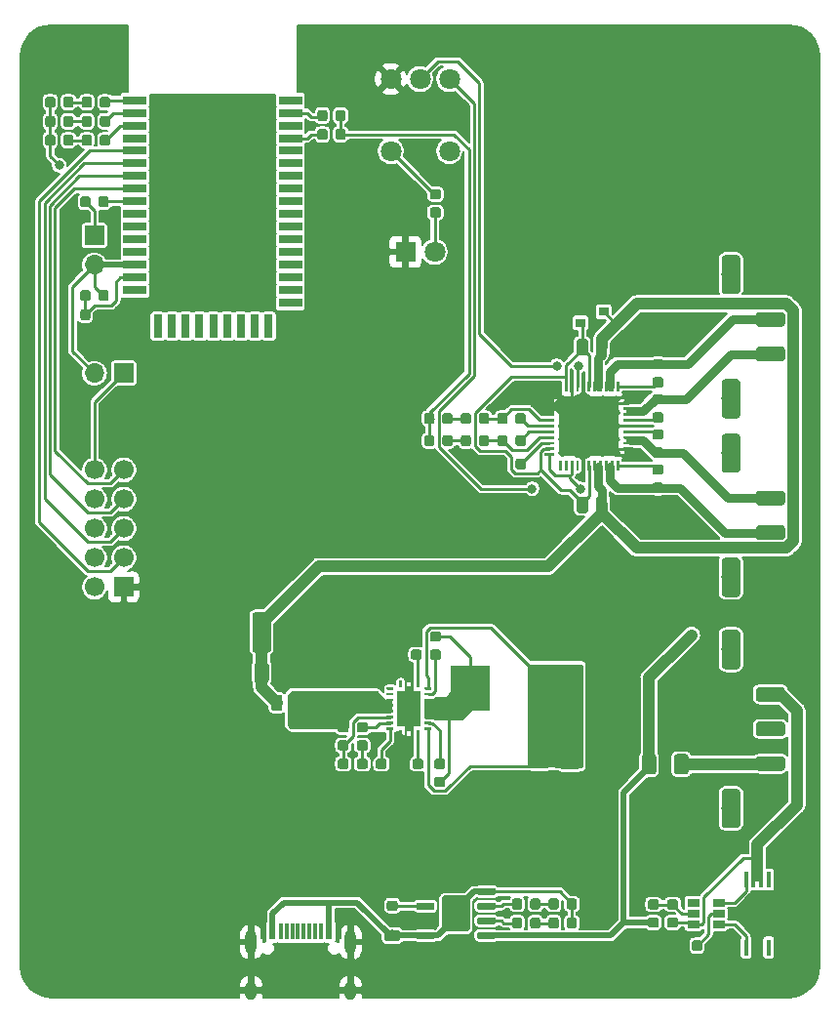
<source format=gbr>
G04 #@! TF.GenerationSoftware,KiCad,Pcbnew,(5.1.4)-1*
G04 #@! TF.CreationDate,2020-01-13T07:02:12+01:00*
G04 #@! TF.ProjectId,Skills,536b696c-6c73-42e6-9b69-6361645f7063,rev?*
G04 #@! TF.SameCoordinates,Original*
G04 #@! TF.FileFunction,Copper,L1,Top*
G04 #@! TF.FilePolarity,Positive*
%FSLAX46Y46*%
G04 Gerber Fmt 4.6, Leading zero omitted, Abs format (unit mm)*
G04 Created by KiCad (PCBNEW (5.1.4)-1) date 2020-01-13 07:02:12*
%MOMM*%
%LPD*%
G04 APERTURE LIST*
%ADD10C,0.100000*%
%ADD11C,0.975000*%
%ADD12C,1.250000*%
%ADD13C,0.875000*%
%ADD14C,1.700000*%
%ADD15R,1.700000X1.700000*%
%ADD16C,0.250000*%
%ADD17C,0.500000*%
%ADD18C,5.150000*%
%ADD19R,0.600000X1.450000*%
%ADD20R,0.300000X1.450000*%
%ADD21O,1.000000X2.100000*%
%ADD22O,1.000000X1.600000*%
%ADD23O,1.700000X1.700000*%
%ADD24R,2.000000X0.800000*%
%ADD25R,0.800000X2.000000*%
%ADD26C,1.800000*%
%ADD27R,1.800000X1.800000*%
%ADD28R,0.900000X0.800000*%
%ADD29C,1.600000*%
%ADD30R,0.450000X1.450000*%
%ADD31C,1.650000*%
%ADD32C,1.270000*%
%ADD33R,1.060000X0.650000*%
%ADD34C,0.600000*%
%ADD35C,2.410000*%
%ADD36C,1.524000*%
%ADD37C,0.240000*%
%ADD38C,0.200000*%
%ADD39R,3.500000X4.000000*%
%ADD40C,0.800000*%
%ADD41C,0.254000*%
%ADD42C,1.016000*%
%ADD43C,0.762000*%
%ADD44C,0.508000*%
%ADD45C,0.250000*%
%ADD46C,0.127000*%
G04 APERTURE END LIST*
D10*
G36*
X70830142Y-108401174D02*
G01*
X70853803Y-108404684D01*
X70877007Y-108410496D01*
X70899529Y-108418554D01*
X70921153Y-108428782D01*
X70941670Y-108441079D01*
X70960883Y-108455329D01*
X70978607Y-108471393D01*
X70994671Y-108489117D01*
X71008921Y-108508330D01*
X71021218Y-108528847D01*
X71031446Y-108550471D01*
X71039504Y-108572993D01*
X71045316Y-108596197D01*
X71048826Y-108619858D01*
X71050000Y-108643750D01*
X71050000Y-109556250D01*
X71048826Y-109580142D01*
X71045316Y-109603803D01*
X71039504Y-109627007D01*
X71031446Y-109649529D01*
X71021218Y-109671153D01*
X71008921Y-109691670D01*
X70994671Y-109710883D01*
X70978607Y-109728607D01*
X70960883Y-109744671D01*
X70941670Y-109758921D01*
X70921153Y-109771218D01*
X70899529Y-109781446D01*
X70877007Y-109789504D01*
X70853803Y-109795316D01*
X70830142Y-109798826D01*
X70806250Y-109800000D01*
X70318750Y-109800000D01*
X70294858Y-109798826D01*
X70271197Y-109795316D01*
X70247993Y-109789504D01*
X70225471Y-109781446D01*
X70203847Y-109771218D01*
X70183330Y-109758921D01*
X70164117Y-109744671D01*
X70146393Y-109728607D01*
X70130329Y-109710883D01*
X70116079Y-109691670D01*
X70103782Y-109671153D01*
X70093554Y-109649529D01*
X70085496Y-109627007D01*
X70079684Y-109603803D01*
X70076174Y-109580142D01*
X70075000Y-109556250D01*
X70075000Y-108643750D01*
X70076174Y-108619858D01*
X70079684Y-108596197D01*
X70085496Y-108572993D01*
X70093554Y-108550471D01*
X70103782Y-108528847D01*
X70116079Y-108508330D01*
X70130329Y-108489117D01*
X70146393Y-108471393D01*
X70164117Y-108455329D01*
X70183330Y-108441079D01*
X70203847Y-108428782D01*
X70225471Y-108418554D01*
X70247993Y-108410496D01*
X70271197Y-108404684D01*
X70294858Y-108401174D01*
X70318750Y-108400000D01*
X70806250Y-108400000D01*
X70830142Y-108401174D01*
X70830142Y-108401174D01*
G37*
D11*
X70562500Y-109100000D03*
D10*
G36*
X72705142Y-108401174D02*
G01*
X72728803Y-108404684D01*
X72752007Y-108410496D01*
X72774529Y-108418554D01*
X72796153Y-108428782D01*
X72816670Y-108441079D01*
X72835883Y-108455329D01*
X72853607Y-108471393D01*
X72869671Y-108489117D01*
X72883921Y-108508330D01*
X72896218Y-108528847D01*
X72906446Y-108550471D01*
X72914504Y-108572993D01*
X72920316Y-108596197D01*
X72923826Y-108619858D01*
X72925000Y-108643750D01*
X72925000Y-109556250D01*
X72923826Y-109580142D01*
X72920316Y-109603803D01*
X72914504Y-109627007D01*
X72906446Y-109649529D01*
X72896218Y-109671153D01*
X72883921Y-109691670D01*
X72869671Y-109710883D01*
X72853607Y-109728607D01*
X72835883Y-109744671D01*
X72816670Y-109758921D01*
X72796153Y-109771218D01*
X72774529Y-109781446D01*
X72752007Y-109789504D01*
X72728803Y-109795316D01*
X72705142Y-109798826D01*
X72681250Y-109800000D01*
X72193750Y-109800000D01*
X72169858Y-109798826D01*
X72146197Y-109795316D01*
X72122993Y-109789504D01*
X72100471Y-109781446D01*
X72078847Y-109771218D01*
X72058330Y-109758921D01*
X72039117Y-109744671D01*
X72021393Y-109728607D01*
X72005329Y-109710883D01*
X71991079Y-109691670D01*
X71978782Y-109671153D01*
X71968554Y-109649529D01*
X71960496Y-109627007D01*
X71954684Y-109603803D01*
X71951174Y-109580142D01*
X71950000Y-109556250D01*
X71950000Y-108643750D01*
X71951174Y-108619858D01*
X71954684Y-108596197D01*
X71960496Y-108572993D01*
X71968554Y-108550471D01*
X71978782Y-108528847D01*
X71991079Y-108508330D01*
X72005329Y-108489117D01*
X72021393Y-108471393D01*
X72039117Y-108455329D01*
X72058330Y-108441079D01*
X72078847Y-108428782D01*
X72100471Y-108418554D01*
X72122993Y-108410496D01*
X72146197Y-108404684D01*
X72169858Y-108401174D01*
X72193750Y-108400000D01*
X72681250Y-108400000D01*
X72705142Y-108401174D01*
X72705142Y-108401174D01*
G37*
D11*
X72437500Y-109100000D03*
D10*
G36*
X72449504Y-105626204D02*
G01*
X72473773Y-105629804D01*
X72497571Y-105635765D01*
X72520671Y-105644030D01*
X72542849Y-105654520D01*
X72563893Y-105667133D01*
X72583598Y-105681747D01*
X72601777Y-105698223D01*
X72618253Y-105716402D01*
X72632867Y-105736107D01*
X72645480Y-105757151D01*
X72655970Y-105779329D01*
X72664235Y-105802429D01*
X72670196Y-105826227D01*
X72673796Y-105850496D01*
X72675000Y-105875000D01*
X72675000Y-107125000D01*
X72673796Y-107149504D01*
X72670196Y-107173773D01*
X72664235Y-107197571D01*
X72655970Y-107220671D01*
X72645480Y-107242849D01*
X72632867Y-107263893D01*
X72618253Y-107283598D01*
X72601777Y-107301777D01*
X72583598Y-107318253D01*
X72563893Y-107332867D01*
X72542849Y-107345480D01*
X72520671Y-107355970D01*
X72497571Y-107364235D01*
X72473773Y-107370196D01*
X72449504Y-107373796D01*
X72425000Y-107375000D01*
X71675000Y-107375000D01*
X71650496Y-107373796D01*
X71626227Y-107370196D01*
X71602429Y-107364235D01*
X71579329Y-107355970D01*
X71557151Y-107345480D01*
X71536107Y-107332867D01*
X71516402Y-107318253D01*
X71498223Y-107301777D01*
X71481747Y-107283598D01*
X71467133Y-107263893D01*
X71454520Y-107242849D01*
X71444030Y-107220671D01*
X71435765Y-107197571D01*
X71429804Y-107173773D01*
X71426204Y-107149504D01*
X71425000Y-107125000D01*
X71425000Y-105875000D01*
X71426204Y-105850496D01*
X71429804Y-105826227D01*
X71435765Y-105802429D01*
X71444030Y-105779329D01*
X71454520Y-105757151D01*
X71467133Y-105736107D01*
X71481747Y-105716402D01*
X71498223Y-105698223D01*
X71516402Y-105681747D01*
X71536107Y-105667133D01*
X71557151Y-105654520D01*
X71579329Y-105644030D01*
X71602429Y-105635765D01*
X71626227Y-105629804D01*
X71650496Y-105626204D01*
X71675000Y-105625000D01*
X72425000Y-105625000D01*
X72449504Y-105626204D01*
X72449504Y-105626204D01*
G37*
D12*
X72050000Y-106500000D03*
D10*
G36*
X69649504Y-105626204D02*
G01*
X69673773Y-105629804D01*
X69697571Y-105635765D01*
X69720671Y-105644030D01*
X69742849Y-105654520D01*
X69763893Y-105667133D01*
X69783598Y-105681747D01*
X69801777Y-105698223D01*
X69818253Y-105716402D01*
X69832867Y-105736107D01*
X69845480Y-105757151D01*
X69855970Y-105779329D01*
X69864235Y-105802429D01*
X69870196Y-105826227D01*
X69873796Y-105850496D01*
X69875000Y-105875000D01*
X69875000Y-107125000D01*
X69873796Y-107149504D01*
X69870196Y-107173773D01*
X69864235Y-107197571D01*
X69855970Y-107220671D01*
X69845480Y-107242849D01*
X69832867Y-107263893D01*
X69818253Y-107283598D01*
X69801777Y-107301777D01*
X69783598Y-107318253D01*
X69763893Y-107332867D01*
X69742849Y-107345480D01*
X69720671Y-107355970D01*
X69697571Y-107364235D01*
X69673773Y-107370196D01*
X69649504Y-107373796D01*
X69625000Y-107375000D01*
X68875000Y-107375000D01*
X68850496Y-107373796D01*
X68826227Y-107370196D01*
X68802429Y-107364235D01*
X68779329Y-107355970D01*
X68757151Y-107345480D01*
X68736107Y-107332867D01*
X68716402Y-107318253D01*
X68698223Y-107301777D01*
X68681747Y-107283598D01*
X68667133Y-107263893D01*
X68654520Y-107242849D01*
X68644030Y-107220671D01*
X68635765Y-107197571D01*
X68629804Y-107173773D01*
X68626204Y-107149504D01*
X68625000Y-107125000D01*
X68625000Y-105875000D01*
X68626204Y-105850496D01*
X68629804Y-105826227D01*
X68635765Y-105802429D01*
X68644030Y-105779329D01*
X68654520Y-105757151D01*
X68667133Y-105736107D01*
X68681747Y-105716402D01*
X68698223Y-105698223D01*
X68716402Y-105681747D01*
X68736107Y-105667133D01*
X68757151Y-105654520D01*
X68779329Y-105644030D01*
X68802429Y-105635765D01*
X68826227Y-105629804D01*
X68850496Y-105626204D01*
X68875000Y-105625000D01*
X69625000Y-105625000D01*
X69649504Y-105626204D01*
X69649504Y-105626204D01*
G37*
D12*
X69250000Y-106500000D03*
D10*
G36*
X93994504Y-116346204D02*
G01*
X94018773Y-116349804D01*
X94042571Y-116355765D01*
X94065671Y-116364030D01*
X94087849Y-116374520D01*
X94108893Y-116387133D01*
X94128598Y-116401747D01*
X94146777Y-116418223D01*
X94163253Y-116436402D01*
X94177867Y-116456107D01*
X94190480Y-116477151D01*
X94200970Y-116499329D01*
X94209235Y-116522429D01*
X94215196Y-116546227D01*
X94218796Y-116570496D01*
X94220000Y-116595000D01*
X94220000Y-117345000D01*
X94218796Y-117369504D01*
X94215196Y-117393773D01*
X94209235Y-117417571D01*
X94200970Y-117440671D01*
X94190480Y-117462849D01*
X94177867Y-117483893D01*
X94163253Y-117503598D01*
X94146777Y-117521777D01*
X94128598Y-117538253D01*
X94108893Y-117552867D01*
X94087849Y-117565480D01*
X94065671Y-117575970D01*
X94042571Y-117584235D01*
X94018773Y-117590196D01*
X93994504Y-117593796D01*
X93970000Y-117595000D01*
X92720000Y-117595000D01*
X92695496Y-117593796D01*
X92671227Y-117590196D01*
X92647429Y-117584235D01*
X92624329Y-117575970D01*
X92602151Y-117565480D01*
X92581107Y-117552867D01*
X92561402Y-117538253D01*
X92543223Y-117521777D01*
X92526747Y-117503598D01*
X92512133Y-117483893D01*
X92499520Y-117462849D01*
X92489030Y-117440671D01*
X92480765Y-117417571D01*
X92474804Y-117393773D01*
X92471204Y-117369504D01*
X92470000Y-117345000D01*
X92470000Y-116595000D01*
X92471204Y-116570496D01*
X92474804Y-116546227D01*
X92480765Y-116522429D01*
X92489030Y-116499329D01*
X92499520Y-116477151D01*
X92512133Y-116456107D01*
X92526747Y-116436402D01*
X92543223Y-116418223D01*
X92561402Y-116401747D01*
X92581107Y-116387133D01*
X92602151Y-116374520D01*
X92624329Y-116364030D01*
X92647429Y-116355765D01*
X92671227Y-116349804D01*
X92695496Y-116346204D01*
X92720000Y-116345000D01*
X93970000Y-116345000D01*
X93994504Y-116346204D01*
X93994504Y-116346204D01*
G37*
D12*
X93345000Y-116970000D03*
D10*
G36*
X93994504Y-113546204D02*
G01*
X94018773Y-113549804D01*
X94042571Y-113555765D01*
X94065671Y-113564030D01*
X94087849Y-113574520D01*
X94108893Y-113587133D01*
X94128598Y-113601747D01*
X94146777Y-113618223D01*
X94163253Y-113636402D01*
X94177867Y-113656107D01*
X94190480Y-113677151D01*
X94200970Y-113699329D01*
X94209235Y-113722429D01*
X94215196Y-113746227D01*
X94218796Y-113770496D01*
X94220000Y-113795000D01*
X94220000Y-114545000D01*
X94218796Y-114569504D01*
X94215196Y-114593773D01*
X94209235Y-114617571D01*
X94200970Y-114640671D01*
X94190480Y-114662849D01*
X94177867Y-114683893D01*
X94163253Y-114703598D01*
X94146777Y-114721777D01*
X94128598Y-114738253D01*
X94108893Y-114752867D01*
X94087849Y-114765480D01*
X94065671Y-114775970D01*
X94042571Y-114784235D01*
X94018773Y-114790196D01*
X93994504Y-114793796D01*
X93970000Y-114795000D01*
X92720000Y-114795000D01*
X92695496Y-114793796D01*
X92671227Y-114790196D01*
X92647429Y-114784235D01*
X92624329Y-114775970D01*
X92602151Y-114765480D01*
X92581107Y-114752867D01*
X92561402Y-114738253D01*
X92543223Y-114721777D01*
X92526747Y-114703598D01*
X92512133Y-114683893D01*
X92499520Y-114662849D01*
X92489030Y-114640671D01*
X92480765Y-114617571D01*
X92474804Y-114593773D01*
X92471204Y-114569504D01*
X92470000Y-114545000D01*
X92470000Y-113795000D01*
X92471204Y-113770496D01*
X92474804Y-113746227D01*
X92480765Y-113722429D01*
X92489030Y-113699329D01*
X92499520Y-113677151D01*
X92512133Y-113656107D01*
X92526747Y-113636402D01*
X92543223Y-113618223D01*
X92561402Y-113601747D01*
X92581107Y-113587133D01*
X92602151Y-113574520D01*
X92624329Y-113564030D01*
X92647429Y-113555765D01*
X92671227Y-113549804D01*
X92695496Y-113546204D01*
X92720000Y-113545000D01*
X93970000Y-113545000D01*
X93994504Y-113546204D01*
X93994504Y-113546204D01*
G37*
D12*
X93345000Y-114170000D03*
D10*
G36*
X75198504Y-105672204D02*
G01*
X75222773Y-105675804D01*
X75246571Y-105681765D01*
X75269671Y-105690030D01*
X75291849Y-105700520D01*
X75312893Y-105713133D01*
X75332598Y-105727747D01*
X75350777Y-105744223D01*
X75367253Y-105762402D01*
X75381867Y-105782107D01*
X75394480Y-105803151D01*
X75404970Y-105825329D01*
X75413235Y-105848429D01*
X75419196Y-105872227D01*
X75422796Y-105896496D01*
X75424000Y-105921000D01*
X75424000Y-106671000D01*
X75422796Y-106695504D01*
X75419196Y-106719773D01*
X75413235Y-106743571D01*
X75404970Y-106766671D01*
X75394480Y-106788849D01*
X75381867Y-106809893D01*
X75367253Y-106829598D01*
X75350777Y-106847777D01*
X75332598Y-106864253D01*
X75312893Y-106878867D01*
X75291849Y-106891480D01*
X75269671Y-106901970D01*
X75246571Y-106910235D01*
X75222773Y-106916196D01*
X75198504Y-106919796D01*
X75174000Y-106921000D01*
X73924000Y-106921000D01*
X73899496Y-106919796D01*
X73875227Y-106916196D01*
X73851429Y-106910235D01*
X73828329Y-106901970D01*
X73806151Y-106891480D01*
X73785107Y-106878867D01*
X73765402Y-106864253D01*
X73747223Y-106847777D01*
X73730747Y-106829598D01*
X73716133Y-106809893D01*
X73703520Y-106788849D01*
X73693030Y-106766671D01*
X73684765Y-106743571D01*
X73678804Y-106719773D01*
X73675204Y-106695504D01*
X73674000Y-106671000D01*
X73674000Y-105921000D01*
X73675204Y-105896496D01*
X73678804Y-105872227D01*
X73684765Y-105848429D01*
X73693030Y-105825329D01*
X73703520Y-105803151D01*
X73716133Y-105782107D01*
X73730747Y-105762402D01*
X73747223Y-105744223D01*
X73765402Y-105727747D01*
X73785107Y-105713133D01*
X73806151Y-105700520D01*
X73828329Y-105690030D01*
X73851429Y-105681765D01*
X73875227Y-105675804D01*
X73899496Y-105672204D01*
X73924000Y-105671000D01*
X75174000Y-105671000D01*
X75198504Y-105672204D01*
X75198504Y-105672204D01*
G37*
D12*
X74549000Y-106296000D03*
D10*
G36*
X75198504Y-108472204D02*
G01*
X75222773Y-108475804D01*
X75246571Y-108481765D01*
X75269671Y-108490030D01*
X75291849Y-108500520D01*
X75312893Y-108513133D01*
X75332598Y-108527747D01*
X75350777Y-108544223D01*
X75367253Y-108562402D01*
X75381867Y-108582107D01*
X75394480Y-108603151D01*
X75404970Y-108625329D01*
X75413235Y-108648429D01*
X75419196Y-108672227D01*
X75422796Y-108696496D01*
X75424000Y-108721000D01*
X75424000Y-109471000D01*
X75422796Y-109495504D01*
X75419196Y-109519773D01*
X75413235Y-109543571D01*
X75404970Y-109566671D01*
X75394480Y-109588849D01*
X75381867Y-109609893D01*
X75367253Y-109629598D01*
X75350777Y-109647777D01*
X75332598Y-109664253D01*
X75312893Y-109678867D01*
X75291849Y-109691480D01*
X75269671Y-109701970D01*
X75246571Y-109710235D01*
X75222773Y-109716196D01*
X75198504Y-109719796D01*
X75174000Y-109721000D01*
X73924000Y-109721000D01*
X73899496Y-109719796D01*
X73875227Y-109716196D01*
X73851429Y-109710235D01*
X73828329Y-109701970D01*
X73806151Y-109691480D01*
X73785107Y-109678867D01*
X73765402Y-109664253D01*
X73747223Y-109647777D01*
X73730747Y-109629598D01*
X73716133Y-109609893D01*
X73703520Y-109588849D01*
X73693030Y-109566671D01*
X73684765Y-109543571D01*
X73678804Y-109519773D01*
X73675204Y-109495504D01*
X73674000Y-109471000D01*
X73674000Y-108721000D01*
X73675204Y-108696496D01*
X73678804Y-108672227D01*
X73684765Y-108648429D01*
X73693030Y-108625329D01*
X73703520Y-108603151D01*
X73716133Y-108582107D01*
X73730747Y-108562402D01*
X73747223Y-108544223D01*
X73765402Y-108527747D01*
X73785107Y-108513133D01*
X73806151Y-108500520D01*
X73828329Y-108490030D01*
X73851429Y-108481765D01*
X73875227Y-108475804D01*
X73899496Y-108472204D01*
X73924000Y-108471000D01*
X75174000Y-108471000D01*
X75198504Y-108472204D01*
X75198504Y-108472204D01*
G37*
D12*
X74549000Y-109096000D03*
D10*
G36*
X77865504Y-105672204D02*
G01*
X77889773Y-105675804D01*
X77913571Y-105681765D01*
X77936671Y-105690030D01*
X77958849Y-105700520D01*
X77979893Y-105713133D01*
X77999598Y-105727747D01*
X78017777Y-105744223D01*
X78034253Y-105762402D01*
X78048867Y-105782107D01*
X78061480Y-105803151D01*
X78071970Y-105825329D01*
X78080235Y-105848429D01*
X78086196Y-105872227D01*
X78089796Y-105896496D01*
X78091000Y-105921000D01*
X78091000Y-106671000D01*
X78089796Y-106695504D01*
X78086196Y-106719773D01*
X78080235Y-106743571D01*
X78071970Y-106766671D01*
X78061480Y-106788849D01*
X78048867Y-106809893D01*
X78034253Y-106829598D01*
X78017777Y-106847777D01*
X77999598Y-106864253D01*
X77979893Y-106878867D01*
X77958849Y-106891480D01*
X77936671Y-106901970D01*
X77913571Y-106910235D01*
X77889773Y-106916196D01*
X77865504Y-106919796D01*
X77841000Y-106921000D01*
X76591000Y-106921000D01*
X76566496Y-106919796D01*
X76542227Y-106916196D01*
X76518429Y-106910235D01*
X76495329Y-106901970D01*
X76473151Y-106891480D01*
X76452107Y-106878867D01*
X76432402Y-106864253D01*
X76414223Y-106847777D01*
X76397747Y-106829598D01*
X76383133Y-106809893D01*
X76370520Y-106788849D01*
X76360030Y-106766671D01*
X76351765Y-106743571D01*
X76345804Y-106719773D01*
X76342204Y-106695504D01*
X76341000Y-106671000D01*
X76341000Y-105921000D01*
X76342204Y-105896496D01*
X76345804Y-105872227D01*
X76351765Y-105848429D01*
X76360030Y-105825329D01*
X76370520Y-105803151D01*
X76383133Y-105782107D01*
X76397747Y-105762402D01*
X76414223Y-105744223D01*
X76432402Y-105727747D01*
X76452107Y-105713133D01*
X76473151Y-105700520D01*
X76495329Y-105690030D01*
X76518429Y-105681765D01*
X76542227Y-105675804D01*
X76566496Y-105672204D01*
X76591000Y-105671000D01*
X77841000Y-105671000D01*
X77865504Y-105672204D01*
X77865504Y-105672204D01*
G37*
D12*
X77216000Y-106296000D03*
D10*
G36*
X77865504Y-108472204D02*
G01*
X77889773Y-108475804D01*
X77913571Y-108481765D01*
X77936671Y-108490030D01*
X77958849Y-108500520D01*
X77979893Y-108513133D01*
X77999598Y-108527747D01*
X78017777Y-108544223D01*
X78034253Y-108562402D01*
X78048867Y-108582107D01*
X78061480Y-108603151D01*
X78071970Y-108625329D01*
X78080235Y-108648429D01*
X78086196Y-108672227D01*
X78089796Y-108696496D01*
X78091000Y-108721000D01*
X78091000Y-109471000D01*
X78089796Y-109495504D01*
X78086196Y-109519773D01*
X78080235Y-109543571D01*
X78071970Y-109566671D01*
X78061480Y-109588849D01*
X78048867Y-109609893D01*
X78034253Y-109629598D01*
X78017777Y-109647777D01*
X77999598Y-109664253D01*
X77979893Y-109678867D01*
X77958849Y-109691480D01*
X77936671Y-109701970D01*
X77913571Y-109710235D01*
X77889773Y-109716196D01*
X77865504Y-109719796D01*
X77841000Y-109721000D01*
X76591000Y-109721000D01*
X76566496Y-109719796D01*
X76542227Y-109716196D01*
X76518429Y-109710235D01*
X76495329Y-109701970D01*
X76473151Y-109691480D01*
X76452107Y-109678867D01*
X76432402Y-109664253D01*
X76414223Y-109647777D01*
X76397747Y-109629598D01*
X76383133Y-109609893D01*
X76370520Y-109588849D01*
X76360030Y-109566671D01*
X76351765Y-109543571D01*
X76345804Y-109519773D01*
X76342204Y-109495504D01*
X76341000Y-109471000D01*
X76341000Y-108721000D01*
X76342204Y-108696496D01*
X76345804Y-108672227D01*
X76351765Y-108648429D01*
X76360030Y-108625329D01*
X76370520Y-108603151D01*
X76383133Y-108582107D01*
X76397747Y-108562402D01*
X76414223Y-108544223D01*
X76432402Y-108527747D01*
X76452107Y-108513133D01*
X76473151Y-108500520D01*
X76495329Y-108490030D01*
X76518429Y-108481765D01*
X76542227Y-108475804D01*
X76566496Y-108472204D01*
X76591000Y-108471000D01*
X77841000Y-108471000D01*
X77865504Y-108472204D01*
X77865504Y-108472204D01*
G37*
D12*
X77216000Y-109096000D03*
D10*
G36*
X96661504Y-116409704D02*
G01*
X96685773Y-116413304D01*
X96709571Y-116419265D01*
X96732671Y-116427530D01*
X96754849Y-116438020D01*
X96775893Y-116450633D01*
X96795598Y-116465247D01*
X96813777Y-116481723D01*
X96830253Y-116499902D01*
X96844867Y-116519607D01*
X96857480Y-116540651D01*
X96867970Y-116562829D01*
X96876235Y-116585929D01*
X96882196Y-116609727D01*
X96885796Y-116633996D01*
X96887000Y-116658500D01*
X96887000Y-117408500D01*
X96885796Y-117433004D01*
X96882196Y-117457273D01*
X96876235Y-117481071D01*
X96867970Y-117504171D01*
X96857480Y-117526349D01*
X96844867Y-117547393D01*
X96830253Y-117567098D01*
X96813777Y-117585277D01*
X96795598Y-117601753D01*
X96775893Y-117616367D01*
X96754849Y-117628980D01*
X96732671Y-117639470D01*
X96709571Y-117647735D01*
X96685773Y-117653696D01*
X96661504Y-117657296D01*
X96637000Y-117658500D01*
X95387000Y-117658500D01*
X95362496Y-117657296D01*
X95338227Y-117653696D01*
X95314429Y-117647735D01*
X95291329Y-117639470D01*
X95269151Y-117628980D01*
X95248107Y-117616367D01*
X95228402Y-117601753D01*
X95210223Y-117585277D01*
X95193747Y-117567098D01*
X95179133Y-117547393D01*
X95166520Y-117526349D01*
X95156030Y-117504171D01*
X95147765Y-117481071D01*
X95141804Y-117457273D01*
X95138204Y-117433004D01*
X95137000Y-117408500D01*
X95137000Y-116658500D01*
X95138204Y-116633996D01*
X95141804Y-116609727D01*
X95147765Y-116585929D01*
X95156030Y-116562829D01*
X95166520Y-116540651D01*
X95179133Y-116519607D01*
X95193747Y-116499902D01*
X95210223Y-116481723D01*
X95228402Y-116465247D01*
X95248107Y-116450633D01*
X95269151Y-116438020D01*
X95291329Y-116427530D01*
X95314429Y-116419265D01*
X95338227Y-116413304D01*
X95362496Y-116409704D01*
X95387000Y-116408500D01*
X96637000Y-116408500D01*
X96661504Y-116409704D01*
X96661504Y-116409704D01*
G37*
D12*
X96012000Y-117033500D03*
D10*
G36*
X96661504Y-113609704D02*
G01*
X96685773Y-113613304D01*
X96709571Y-113619265D01*
X96732671Y-113627530D01*
X96754849Y-113638020D01*
X96775893Y-113650633D01*
X96795598Y-113665247D01*
X96813777Y-113681723D01*
X96830253Y-113699902D01*
X96844867Y-113719607D01*
X96857480Y-113740651D01*
X96867970Y-113762829D01*
X96876235Y-113785929D01*
X96882196Y-113809727D01*
X96885796Y-113833996D01*
X96887000Y-113858500D01*
X96887000Y-114608500D01*
X96885796Y-114633004D01*
X96882196Y-114657273D01*
X96876235Y-114681071D01*
X96867970Y-114704171D01*
X96857480Y-114726349D01*
X96844867Y-114747393D01*
X96830253Y-114767098D01*
X96813777Y-114785277D01*
X96795598Y-114801753D01*
X96775893Y-114816367D01*
X96754849Y-114828980D01*
X96732671Y-114839470D01*
X96709571Y-114847735D01*
X96685773Y-114853696D01*
X96661504Y-114857296D01*
X96637000Y-114858500D01*
X95387000Y-114858500D01*
X95362496Y-114857296D01*
X95338227Y-114853696D01*
X95314429Y-114847735D01*
X95291329Y-114839470D01*
X95269151Y-114828980D01*
X95248107Y-114816367D01*
X95228402Y-114801753D01*
X95210223Y-114785277D01*
X95193747Y-114767098D01*
X95179133Y-114747393D01*
X95166520Y-114726349D01*
X95156030Y-114704171D01*
X95147765Y-114681071D01*
X95141804Y-114657273D01*
X95138204Y-114633004D01*
X95137000Y-114608500D01*
X95137000Y-113858500D01*
X95138204Y-113833996D01*
X95141804Y-113809727D01*
X95147765Y-113785929D01*
X95156030Y-113762829D01*
X95166520Y-113740651D01*
X95179133Y-113719607D01*
X95193747Y-113699902D01*
X95210223Y-113681723D01*
X95228402Y-113665247D01*
X95248107Y-113650633D01*
X95269151Y-113638020D01*
X95291329Y-113627530D01*
X95314429Y-113619265D01*
X95338227Y-113613304D01*
X95362496Y-113609704D01*
X95387000Y-113608500D01*
X96637000Y-113608500D01*
X96661504Y-113609704D01*
X96661504Y-113609704D01*
G37*
D12*
X96012000Y-114233500D03*
D10*
G36*
X106066504Y-113553204D02*
G01*
X106090773Y-113556804D01*
X106114571Y-113562765D01*
X106137671Y-113571030D01*
X106159849Y-113581520D01*
X106180893Y-113594133D01*
X106200598Y-113608747D01*
X106218777Y-113625223D01*
X106235253Y-113643402D01*
X106249867Y-113663107D01*
X106262480Y-113684151D01*
X106272970Y-113706329D01*
X106281235Y-113729429D01*
X106287196Y-113753227D01*
X106290796Y-113777496D01*
X106292000Y-113802000D01*
X106292000Y-115052000D01*
X106290796Y-115076504D01*
X106287196Y-115100773D01*
X106281235Y-115124571D01*
X106272970Y-115147671D01*
X106262480Y-115169849D01*
X106249867Y-115190893D01*
X106235253Y-115210598D01*
X106218777Y-115228777D01*
X106200598Y-115245253D01*
X106180893Y-115259867D01*
X106159849Y-115272480D01*
X106137671Y-115282970D01*
X106114571Y-115291235D01*
X106090773Y-115297196D01*
X106066504Y-115300796D01*
X106042000Y-115302000D01*
X105292000Y-115302000D01*
X105267496Y-115300796D01*
X105243227Y-115297196D01*
X105219429Y-115291235D01*
X105196329Y-115282970D01*
X105174151Y-115272480D01*
X105153107Y-115259867D01*
X105133402Y-115245253D01*
X105115223Y-115228777D01*
X105098747Y-115210598D01*
X105084133Y-115190893D01*
X105071520Y-115169849D01*
X105061030Y-115147671D01*
X105052765Y-115124571D01*
X105046804Y-115100773D01*
X105043204Y-115076504D01*
X105042000Y-115052000D01*
X105042000Y-113802000D01*
X105043204Y-113777496D01*
X105046804Y-113753227D01*
X105052765Y-113729429D01*
X105061030Y-113706329D01*
X105071520Y-113684151D01*
X105084133Y-113663107D01*
X105098747Y-113643402D01*
X105115223Y-113625223D01*
X105133402Y-113608747D01*
X105153107Y-113594133D01*
X105174151Y-113581520D01*
X105196329Y-113571030D01*
X105219429Y-113562765D01*
X105243227Y-113556804D01*
X105267496Y-113553204D01*
X105292000Y-113552000D01*
X106042000Y-113552000D01*
X106066504Y-113553204D01*
X106066504Y-113553204D01*
G37*
D12*
X105667000Y-114427000D03*
D10*
G36*
X103266504Y-113553204D02*
G01*
X103290773Y-113556804D01*
X103314571Y-113562765D01*
X103337671Y-113571030D01*
X103359849Y-113581520D01*
X103380893Y-113594133D01*
X103400598Y-113608747D01*
X103418777Y-113625223D01*
X103435253Y-113643402D01*
X103449867Y-113663107D01*
X103462480Y-113684151D01*
X103472970Y-113706329D01*
X103481235Y-113729429D01*
X103487196Y-113753227D01*
X103490796Y-113777496D01*
X103492000Y-113802000D01*
X103492000Y-115052000D01*
X103490796Y-115076504D01*
X103487196Y-115100773D01*
X103481235Y-115124571D01*
X103472970Y-115147671D01*
X103462480Y-115169849D01*
X103449867Y-115190893D01*
X103435253Y-115210598D01*
X103418777Y-115228777D01*
X103400598Y-115245253D01*
X103380893Y-115259867D01*
X103359849Y-115272480D01*
X103337671Y-115282970D01*
X103314571Y-115291235D01*
X103290773Y-115297196D01*
X103266504Y-115300796D01*
X103242000Y-115302000D01*
X102492000Y-115302000D01*
X102467496Y-115300796D01*
X102443227Y-115297196D01*
X102419429Y-115291235D01*
X102396329Y-115282970D01*
X102374151Y-115272480D01*
X102353107Y-115259867D01*
X102333402Y-115245253D01*
X102315223Y-115228777D01*
X102298747Y-115210598D01*
X102284133Y-115190893D01*
X102271520Y-115169849D01*
X102261030Y-115147671D01*
X102252765Y-115124571D01*
X102246804Y-115100773D01*
X102243204Y-115076504D01*
X102242000Y-115052000D01*
X102242000Y-113802000D01*
X102243204Y-113777496D01*
X102246804Y-113753227D01*
X102252765Y-113729429D01*
X102261030Y-113706329D01*
X102271520Y-113684151D01*
X102284133Y-113663107D01*
X102298747Y-113643402D01*
X102315223Y-113625223D01*
X102333402Y-113608747D01*
X102353107Y-113594133D01*
X102374151Y-113581520D01*
X102396329Y-113571030D01*
X102419429Y-113562765D01*
X102443227Y-113556804D01*
X102467496Y-113553204D01*
X102492000Y-113552000D01*
X103242000Y-113552000D01*
X103266504Y-113553204D01*
X103266504Y-113553204D01*
G37*
D12*
X102867000Y-114427000D03*
D10*
G36*
X76604691Y-112365053D02*
G01*
X76625926Y-112368203D01*
X76646750Y-112373419D01*
X76666962Y-112380651D01*
X76686368Y-112389830D01*
X76704781Y-112400866D01*
X76722024Y-112413654D01*
X76737930Y-112428070D01*
X76752346Y-112443976D01*
X76765134Y-112461219D01*
X76776170Y-112479632D01*
X76785349Y-112499038D01*
X76792581Y-112519250D01*
X76797797Y-112540074D01*
X76800947Y-112561309D01*
X76802000Y-112582750D01*
X76802000Y-113020250D01*
X76800947Y-113041691D01*
X76797797Y-113062926D01*
X76792581Y-113083750D01*
X76785349Y-113103962D01*
X76776170Y-113123368D01*
X76765134Y-113141781D01*
X76752346Y-113159024D01*
X76737930Y-113174930D01*
X76722024Y-113189346D01*
X76704781Y-113202134D01*
X76686368Y-113213170D01*
X76666962Y-113222349D01*
X76646750Y-113229581D01*
X76625926Y-113234797D01*
X76604691Y-113237947D01*
X76583250Y-113239000D01*
X76070750Y-113239000D01*
X76049309Y-113237947D01*
X76028074Y-113234797D01*
X76007250Y-113229581D01*
X75987038Y-113222349D01*
X75967632Y-113213170D01*
X75949219Y-113202134D01*
X75931976Y-113189346D01*
X75916070Y-113174930D01*
X75901654Y-113159024D01*
X75888866Y-113141781D01*
X75877830Y-113123368D01*
X75868651Y-113103962D01*
X75861419Y-113083750D01*
X75856203Y-113062926D01*
X75853053Y-113041691D01*
X75852000Y-113020250D01*
X75852000Y-112582750D01*
X75853053Y-112561309D01*
X75856203Y-112540074D01*
X75861419Y-112519250D01*
X75868651Y-112499038D01*
X75877830Y-112479632D01*
X75888866Y-112461219D01*
X75901654Y-112443976D01*
X75916070Y-112428070D01*
X75931976Y-112413654D01*
X75949219Y-112400866D01*
X75967632Y-112389830D01*
X75987038Y-112380651D01*
X76007250Y-112373419D01*
X76028074Y-112368203D01*
X76049309Y-112365053D01*
X76070750Y-112364000D01*
X76583250Y-112364000D01*
X76604691Y-112365053D01*
X76604691Y-112365053D01*
G37*
D13*
X76327000Y-112801500D03*
D10*
G36*
X76604691Y-110790053D02*
G01*
X76625926Y-110793203D01*
X76646750Y-110798419D01*
X76666962Y-110805651D01*
X76686368Y-110814830D01*
X76704781Y-110825866D01*
X76722024Y-110838654D01*
X76737930Y-110853070D01*
X76752346Y-110868976D01*
X76765134Y-110886219D01*
X76776170Y-110904632D01*
X76785349Y-110924038D01*
X76792581Y-110944250D01*
X76797797Y-110965074D01*
X76800947Y-110986309D01*
X76802000Y-111007750D01*
X76802000Y-111445250D01*
X76800947Y-111466691D01*
X76797797Y-111487926D01*
X76792581Y-111508750D01*
X76785349Y-111528962D01*
X76776170Y-111548368D01*
X76765134Y-111566781D01*
X76752346Y-111584024D01*
X76737930Y-111599930D01*
X76722024Y-111614346D01*
X76704781Y-111627134D01*
X76686368Y-111638170D01*
X76666962Y-111647349D01*
X76646750Y-111654581D01*
X76625926Y-111659797D01*
X76604691Y-111662947D01*
X76583250Y-111664000D01*
X76070750Y-111664000D01*
X76049309Y-111662947D01*
X76028074Y-111659797D01*
X76007250Y-111654581D01*
X75987038Y-111647349D01*
X75967632Y-111638170D01*
X75949219Y-111627134D01*
X75931976Y-111614346D01*
X75916070Y-111599930D01*
X75901654Y-111584024D01*
X75888866Y-111566781D01*
X75877830Y-111548368D01*
X75868651Y-111528962D01*
X75861419Y-111508750D01*
X75856203Y-111487926D01*
X75853053Y-111466691D01*
X75852000Y-111445250D01*
X75852000Y-111007750D01*
X75853053Y-110986309D01*
X75856203Y-110965074D01*
X75861419Y-110944250D01*
X75868651Y-110924038D01*
X75877830Y-110904632D01*
X75888866Y-110886219D01*
X75901654Y-110868976D01*
X75916070Y-110853070D01*
X75931976Y-110838654D01*
X75949219Y-110825866D01*
X75967632Y-110814830D01*
X75987038Y-110805651D01*
X76007250Y-110798419D01*
X76028074Y-110793203D01*
X76049309Y-110790053D01*
X76070750Y-110789000D01*
X76583250Y-110789000D01*
X76604691Y-110790053D01*
X76604691Y-110790053D01*
G37*
D13*
X76327000Y-111226500D03*
D14*
X54737000Y-88900000D03*
X57277000Y-88900000D03*
X54737000Y-91440000D03*
X57277000Y-91440000D03*
X54737000Y-93980000D03*
X57277000Y-93980000D03*
X54737000Y-96520000D03*
X57277000Y-96520000D03*
X54737000Y-99060000D03*
D15*
X57277000Y-99060000D03*
D10*
G36*
X90384691Y-85886053D02*
G01*
X90405926Y-85889203D01*
X90426750Y-85894419D01*
X90446962Y-85901651D01*
X90466368Y-85910830D01*
X90484781Y-85921866D01*
X90502024Y-85934654D01*
X90517930Y-85949070D01*
X90532346Y-85964976D01*
X90545134Y-85982219D01*
X90556170Y-86000632D01*
X90565349Y-86020038D01*
X90572581Y-86040250D01*
X90577797Y-86061074D01*
X90580947Y-86082309D01*
X90582000Y-86103750D01*
X90582000Y-86616250D01*
X90580947Y-86637691D01*
X90577797Y-86658926D01*
X90572581Y-86679750D01*
X90565349Y-86699962D01*
X90556170Y-86719368D01*
X90545134Y-86737781D01*
X90532346Y-86755024D01*
X90517930Y-86770930D01*
X90502024Y-86785346D01*
X90484781Y-86798134D01*
X90466368Y-86809170D01*
X90446962Y-86818349D01*
X90426750Y-86825581D01*
X90405926Y-86830797D01*
X90384691Y-86833947D01*
X90363250Y-86835000D01*
X89925750Y-86835000D01*
X89904309Y-86833947D01*
X89883074Y-86830797D01*
X89862250Y-86825581D01*
X89842038Y-86818349D01*
X89822632Y-86809170D01*
X89804219Y-86798134D01*
X89786976Y-86785346D01*
X89771070Y-86770930D01*
X89756654Y-86755024D01*
X89743866Y-86737781D01*
X89732830Y-86719368D01*
X89723651Y-86699962D01*
X89716419Y-86679750D01*
X89711203Y-86658926D01*
X89708053Y-86637691D01*
X89707000Y-86616250D01*
X89707000Y-86103750D01*
X89708053Y-86082309D01*
X89711203Y-86061074D01*
X89716419Y-86040250D01*
X89723651Y-86020038D01*
X89732830Y-86000632D01*
X89743866Y-85982219D01*
X89756654Y-85964976D01*
X89771070Y-85949070D01*
X89786976Y-85934654D01*
X89804219Y-85921866D01*
X89822632Y-85910830D01*
X89842038Y-85901651D01*
X89862250Y-85894419D01*
X89883074Y-85889203D01*
X89904309Y-85886053D01*
X89925750Y-85885000D01*
X90363250Y-85885000D01*
X90384691Y-85886053D01*
X90384691Y-85886053D01*
G37*
D13*
X90144500Y-86360000D03*
D10*
G36*
X91959691Y-85886053D02*
G01*
X91980926Y-85889203D01*
X92001750Y-85894419D01*
X92021962Y-85901651D01*
X92041368Y-85910830D01*
X92059781Y-85921866D01*
X92077024Y-85934654D01*
X92092930Y-85949070D01*
X92107346Y-85964976D01*
X92120134Y-85982219D01*
X92131170Y-86000632D01*
X92140349Y-86020038D01*
X92147581Y-86040250D01*
X92152797Y-86061074D01*
X92155947Y-86082309D01*
X92157000Y-86103750D01*
X92157000Y-86616250D01*
X92155947Y-86637691D01*
X92152797Y-86658926D01*
X92147581Y-86679750D01*
X92140349Y-86699962D01*
X92131170Y-86719368D01*
X92120134Y-86737781D01*
X92107346Y-86755024D01*
X92092930Y-86770930D01*
X92077024Y-86785346D01*
X92059781Y-86798134D01*
X92041368Y-86809170D01*
X92021962Y-86818349D01*
X92001750Y-86825581D01*
X91980926Y-86830797D01*
X91959691Y-86833947D01*
X91938250Y-86835000D01*
X91500750Y-86835000D01*
X91479309Y-86833947D01*
X91458074Y-86830797D01*
X91437250Y-86825581D01*
X91417038Y-86818349D01*
X91397632Y-86809170D01*
X91379219Y-86798134D01*
X91361976Y-86785346D01*
X91346070Y-86770930D01*
X91331654Y-86755024D01*
X91318866Y-86737781D01*
X91307830Y-86719368D01*
X91298651Y-86699962D01*
X91291419Y-86679750D01*
X91286203Y-86658926D01*
X91283053Y-86637691D01*
X91282000Y-86616250D01*
X91282000Y-86103750D01*
X91283053Y-86082309D01*
X91286203Y-86061074D01*
X91291419Y-86040250D01*
X91298651Y-86020038D01*
X91307830Y-86000632D01*
X91318866Y-85982219D01*
X91331654Y-85964976D01*
X91346070Y-85949070D01*
X91361976Y-85934654D01*
X91379219Y-85921866D01*
X91397632Y-85910830D01*
X91417038Y-85901651D01*
X91437250Y-85894419D01*
X91458074Y-85889203D01*
X91479309Y-85886053D01*
X91500750Y-85885000D01*
X91938250Y-85885000D01*
X91959691Y-85886053D01*
X91959691Y-85886053D01*
G37*
D13*
X91719500Y-86360000D03*
D10*
G36*
X101481626Y-82465301D02*
G01*
X101487693Y-82466201D01*
X101493643Y-82467691D01*
X101499418Y-82469758D01*
X101504962Y-82472380D01*
X101510223Y-82475533D01*
X101515150Y-82479187D01*
X101519694Y-82483306D01*
X101523813Y-82487850D01*
X101527467Y-82492777D01*
X101530620Y-82498038D01*
X101533242Y-82503582D01*
X101535309Y-82509357D01*
X101536799Y-82515307D01*
X101537699Y-82521374D01*
X101538000Y-82527500D01*
X101538000Y-82652500D01*
X101537699Y-82658626D01*
X101536799Y-82664693D01*
X101535309Y-82670643D01*
X101533242Y-82676418D01*
X101530620Y-82681962D01*
X101527467Y-82687223D01*
X101523813Y-82692150D01*
X101519694Y-82696694D01*
X101515150Y-82700813D01*
X101510223Y-82704467D01*
X101504962Y-82707620D01*
X101499418Y-82710242D01*
X101493643Y-82712309D01*
X101487693Y-82713799D01*
X101481626Y-82714699D01*
X101475500Y-82715000D01*
X100725500Y-82715000D01*
X100719374Y-82714699D01*
X100713307Y-82713799D01*
X100707357Y-82712309D01*
X100701582Y-82710242D01*
X100696038Y-82707620D01*
X100690777Y-82704467D01*
X100685850Y-82700813D01*
X100681306Y-82696694D01*
X100677187Y-82692150D01*
X100673533Y-82687223D01*
X100670380Y-82681962D01*
X100667758Y-82676418D01*
X100665691Y-82670643D01*
X100664201Y-82664693D01*
X100663301Y-82658626D01*
X100663000Y-82652500D01*
X100663000Y-82527500D01*
X100663301Y-82521374D01*
X100664201Y-82515307D01*
X100665691Y-82509357D01*
X100667758Y-82503582D01*
X100670380Y-82498038D01*
X100673533Y-82492777D01*
X100677187Y-82487850D01*
X100681306Y-82483306D01*
X100685850Y-82479187D01*
X100690777Y-82475533D01*
X100696038Y-82472380D01*
X100701582Y-82469758D01*
X100707357Y-82467691D01*
X100713307Y-82466201D01*
X100719374Y-82465301D01*
X100725500Y-82465000D01*
X101475500Y-82465000D01*
X101481626Y-82465301D01*
X101481626Y-82465301D01*
G37*
D16*
X101100500Y-82590000D03*
D10*
G36*
X101481626Y-82965301D02*
G01*
X101487693Y-82966201D01*
X101493643Y-82967691D01*
X101499418Y-82969758D01*
X101504962Y-82972380D01*
X101510223Y-82975533D01*
X101515150Y-82979187D01*
X101519694Y-82983306D01*
X101523813Y-82987850D01*
X101527467Y-82992777D01*
X101530620Y-82998038D01*
X101533242Y-83003582D01*
X101535309Y-83009357D01*
X101536799Y-83015307D01*
X101537699Y-83021374D01*
X101538000Y-83027500D01*
X101538000Y-83152500D01*
X101537699Y-83158626D01*
X101536799Y-83164693D01*
X101535309Y-83170643D01*
X101533242Y-83176418D01*
X101530620Y-83181962D01*
X101527467Y-83187223D01*
X101523813Y-83192150D01*
X101519694Y-83196694D01*
X101515150Y-83200813D01*
X101510223Y-83204467D01*
X101504962Y-83207620D01*
X101499418Y-83210242D01*
X101493643Y-83212309D01*
X101487693Y-83213799D01*
X101481626Y-83214699D01*
X101475500Y-83215000D01*
X100725500Y-83215000D01*
X100719374Y-83214699D01*
X100713307Y-83213799D01*
X100707357Y-83212309D01*
X100701582Y-83210242D01*
X100696038Y-83207620D01*
X100690777Y-83204467D01*
X100685850Y-83200813D01*
X100681306Y-83196694D01*
X100677187Y-83192150D01*
X100673533Y-83187223D01*
X100670380Y-83181962D01*
X100667758Y-83176418D01*
X100665691Y-83170643D01*
X100664201Y-83164693D01*
X100663301Y-83158626D01*
X100663000Y-83152500D01*
X100663000Y-83027500D01*
X100663301Y-83021374D01*
X100664201Y-83015307D01*
X100665691Y-83009357D01*
X100667758Y-83003582D01*
X100670380Y-82998038D01*
X100673533Y-82992777D01*
X100677187Y-82987850D01*
X100681306Y-82983306D01*
X100685850Y-82979187D01*
X100690777Y-82975533D01*
X100696038Y-82972380D01*
X100701582Y-82969758D01*
X100707357Y-82967691D01*
X100713307Y-82966201D01*
X100719374Y-82965301D01*
X100725500Y-82965000D01*
X101475500Y-82965000D01*
X101481626Y-82965301D01*
X101481626Y-82965301D01*
G37*
D16*
X101100500Y-83090000D03*
D10*
G36*
X101481626Y-83465301D02*
G01*
X101487693Y-83466201D01*
X101493643Y-83467691D01*
X101499418Y-83469758D01*
X101504962Y-83472380D01*
X101510223Y-83475533D01*
X101515150Y-83479187D01*
X101519694Y-83483306D01*
X101523813Y-83487850D01*
X101527467Y-83492777D01*
X101530620Y-83498038D01*
X101533242Y-83503582D01*
X101535309Y-83509357D01*
X101536799Y-83515307D01*
X101537699Y-83521374D01*
X101538000Y-83527500D01*
X101538000Y-83652500D01*
X101537699Y-83658626D01*
X101536799Y-83664693D01*
X101535309Y-83670643D01*
X101533242Y-83676418D01*
X101530620Y-83681962D01*
X101527467Y-83687223D01*
X101523813Y-83692150D01*
X101519694Y-83696694D01*
X101515150Y-83700813D01*
X101510223Y-83704467D01*
X101504962Y-83707620D01*
X101499418Y-83710242D01*
X101493643Y-83712309D01*
X101487693Y-83713799D01*
X101481626Y-83714699D01*
X101475500Y-83715000D01*
X100725500Y-83715000D01*
X100719374Y-83714699D01*
X100713307Y-83713799D01*
X100707357Y-83712309D01*
X100701582Y-83710242D01*
X100696038Y-83707620D01*
X100690777Y-83704467D01*
X100685850Y-83700813D01*
X100681306Y-83696694D01*
X100677187Y-83692150D01*
X100673533Y-83687223D01*
X100670380Y-83681962D01*
X100667758Y-83676418D01*
X100665691Y-83670643D01*
X100664201Y-83664693D01*
X100663301Y-83658626D01*
X100663000Y-83652500D01*
X100663000Y-83527500D01*
X100663301Y-83521374D01*
X100664201Y-83515307D01*
X100665691Y-83509357D01*
X100667758Y-83503582D01*
X100670380Y-83498038D01*
X100673533Y-83492777D01*
X100677187Y-83487850D01*
X100681306Y-83483306D01*
X100685850Y-83479187D01*
X100690777Y-83475533D01*
X100696038Y-83472380D01*
X100701582Y-83469758D01*
X100707357Y-83467691D01*
X100713307Y-83466201D01*
X100719374Y-83465301D01*
X100725500Y-83465000D01*
X101475500Y-83465000D01*
X101481626Y-83465301D01*
X101481626Y-83465301D01*
G37*
D16*
X101100500Y-83590000D03*
D10*
G36*
X101481626Y-83965301D02*
G01*
X101487693Y-83966201D01*
X101493643Y-83967691D01*
X101499418Y-83969758D01*
X101504962Y-83972380D01*
X101510223Y-83975533D01*
X101515150Y-83979187D01*
X101519694Y-83983306D01*
X101523813Y-83987850D01*
X101527467Y-83992777D01*
X101530620Y-83998038D01*
X101533242Y-84003582D01*
X101535309Y-84009357D01*
X101536799Y-84015307D01*
X101537699Y-84021374D01*
X101538000Y-84027500D01*
X101538000Y-84152500D01*
X101537699Y-84158626D01*
X101536799Y-84164693D01*
X101535309Y-84170643D01*
X101533242Y-84176418D01*
X101530620Y-84181962D01*
X101527467Y-84187223D01*
X101523813Y-84192150D01*
X101519694Y-84196694D01*
X101515150Y-84200813D01*
X101510223Y-84204467D01*
X101504962Y-84207620D01*
X101499418Y-84210242D01*
X101493643Y-84212309D01*
X101487693Y-84213799D01*
X101481626Y-84214699D01*
X101475500Y-84215000D01*
X100725500Y-84215000D01*
X100719374Y-84214699D01*
X100713307Y-84213799D01*
X100707357Y-84212309D01*
X100701582Y-84210242D01*
X100696038Y-84207620D01*
X100690777Y-84204467D01*
X100685850Y-84200813D01*
X100681306Y-84196694D01*
X100677187Y-84192150D01*
X100673533Y-84187223D01*
X100670380Y-84181962D01*
X100667758Y-84176418D01*
X100665691Y-84170643D01*
X100664201Y-84164693D01*
X100663301Y-84158626D01*
X100663000Y-84152500D01*
X100663000Y-84027500D01*
X100663301Y-84021374D01*
X100664201Y-84015307D01*
X100665691Y-84009357D01*
X100667758Y-84003582D01*
X100670380Y-83998038D01*
X100673533Y-83992777D01*
X100677187Y-83987850D01*
X100681306Y-83983306D01*
X100685850Y-83979187D01*
X100690777Y-83975533D01*
X100696038Y-83972380D01*
X100701582Y-83969758D01*
X100707357Y-83967691D01*
X100713307Y-83966201D01*
X100719374Y-83965301D01*
X100725500Y-83965000D01*
X101475500Y-83965000D01*
X101481626Y-83965301D01*
X101481626Y-83965301D01*
G37*
D16*
X101100500Y-84090000D03*
D10*
G36*
X101481626Y-84465301D02*
G01*
X101487693Y-84466201D01*
X101493643Y-84467691D01*
X101499418Y-84469758D01*
X101504962Y-84472380D01*
X101510223Y-84475533D01*
X101515150Y-84479187D01*
X101519694Y-84483306D01*
X101523813Y-84487850D01*
X101527467Y-84492777D01*
X101530620Y-84498038D01*
X101533242Y-84503582D01*
X101535309Y-84509357D01*
X101536799Y-84515307D01*
X101537699Y-84521374D01*
X101538000Y-84527500D01*
X101538000Y-84652500D01*
X101537699Y-84658626D01*
X101536799Y-84664693D01*
X101535309Y-84670643D01*
X101533242Y-84676418D01*
X101530620Y-84681962D01*
X101527467Y-84687223D01*
X101523813Y-84692150D01*
X101519694Y-84696694D01*
X101515150Y-84700813D01*
X101510223Y-84704467D01*
X101504962Y-84707620D01*
X101499418Y-84710242D01*
X101493643Y-84712309D01*
X101487693Y-84713799D01*
X101481626Y-84714699D01*
X101475500Y-84715000D01*
X100725500Y-84715000D01*
X100719374Y-84714699D01*
X100713307Y-84713799D01*
X100707357Y-84712309D01*
X100701582Y-84710242D01*
X100696038Y-84707620D01*
X100690777Y-84704467D01*
X100685850Y-84700813D01*
X100681306Y-84696694D01*
X100677187Y-84692150D01*
X100673533Y-84687223D01*
X100670380Y-84681962D01*
X100667758Y-84676418D01*
X100665691Y-84670643D01*
X100664201Y-84664693D01*
X100663301Y-84658626D01*
X100663000Y-84652500D01*
X100663000Y-84527500D01*
X100663301Y-84521374D01*
X100664201Y-84515307D01*
X100665691Y-84509357D01*
X100667758Y-84503582D01*
X100670380Y-84498038D01*
X100673533Y-84492777D01*
X100677187Y-84487850D01*
X100681306Y-84483306D01*
X100685850Y-84479187D01*
X100690777Y-84475533D01*
X100696038Y-84472380D01*
X100701582Y-84469758D01*
X100707357Y-84467691D01*
X100713307Y-84466201D01*
X100719374Y-84465301D01*
X100725500Y-84465000D01*
X101475500Y-84465000D01*
X101481626Y-84465301D01*
X101481626Y-84465301D01*
G37*
D16*
X101100500Y-84590000D03*
D10*
G36*
X101481626Y-84965301D02*
G01*
X101487693Y-84966201D01*
X101493643Y-84967691D01*
X101499418Y-84969758D01*
X101504962Y-84972380D01*
X101510223Y-84975533D01*
X101515150Y-84979187D01*
X101519694Y-84983306D01*
X101523813Y-84987850D01*
X101527467Y-84992777D01*
X101530620Y-84998038D01*
X101533242Y-85003582D01*
X101535309Y-85009357D01*
X101536799Y-85015307D01*
X101537699Y-85021374D01*
X101538000Y-85027500D01*
X101538000Y-85152500D01*
X101537699Y-85158626D01*
X101536799Y-85164693D01*
X101535309Y-85170643D01*
X101533242Y-85176418D01*
X101530620Y-85181962D01*
X101527467Y-85187223D01*
X101523813Y-85192150D01*
X101519694Y-85196694D01*
X101515150Y-85200813D01*
X101510223Y-85204467D01*
X101504962Y-85207620D01*
X101499418Y-85210242D01*
X101493643Y-85212309D01*
X101487693Y-85213799D01*
X101481626Y-85214699D01*
X101475500Y-85215000D01*
X100725500Y-85215000D01*
X100719374Y-85214699D01*
X100713307Y-85213799D01*
X100707357Y-85212309D01*
X100701582Y-85210242D01*
X100696038Y-85207620D01*
X100690777Y-85204467D01*
X100685850Y-85200813D01*
X100681306Y-85196694D01*
X100677187Y-85192150D01*
X100673533Y-85187223D01*
X100670380Y-85181962D01*
X100667758Y-85176418D01*
X100665691Y-85170643D01*
X100664201Y-85164693D01*
X100663301Y-85158626D01*
X100663000Y-85152500D01*
X100663000Y-85027500D01*
X100663301Y-85021374D01*
X100664201Y-85015307D01*
X100665691Y-85009357D01*
X100667758Y-85003582D01*
X100670380Y-84998038D01*
X100673533Y-84992777D01*
X100677187Y-84987850D01*
X100681306Y-84983306D01*
X100685850Y-84979187D01*
X100690777Y-84975533D01*
X100696038Y-84972380D01*
X100701582Y-84969758D01*
X100707357Y-84967691D01*
X100713307Y-84966201D01*
X100719374Y-84965301D01*
X100725500Y-84965000D01*
X101475500Y-84965000D01*
X101481626Y-84965301D01*
X101481626Y-84965301D01*
G37*
D16*
X101100500Y-85090000D03*
D10*
G36*
X101481626Y-85465301D02*
G01*
X101487693Y-85466201D01*
X101493643Y-85467691D01*
X101499418Y-85469758D01*
X101504962Y-85472380D01*
X101510223Y-85475533D01*
X101515150Y-85479187D01*
X101519694Y-85483306D01*
X101523813Y-85487850D01*
X101527467Y-85492777D01*
X101530620Y-85498038D01*
X101533242Y-85503582D01*
X101535309Y-85509357D01*
X101536799Y-85515307D01*
X101537699Y-85521374D01*
X101538000Y-85527500D01*
X101538000Y-85652500D01*
X101537699Y-85658626D01*
X101536799Y-85664693D01*
X101535309Y-85670643D01*
X101533242Y-85676418D01*
X101530620Y-85681962D01*
X101527467Y-85687223D01*
X101523813Y-85692150D01*
X101519694Y-85696694D01*
X101515150Y-85700813D01*
X101510223Y-85704467D01*
X101504962Y-85707620D01*
X101499418Y-85710242D01*
X101493643Y-85712309D01*
X101487693Y-85713799D01*
X101481626Y-85714699D01*
X101475500Y-85715000D01*
X100725500Y-85715000D01*
X100719374Y-85714699D01*
X100713307Y-85713799D01*
X100707357Y-85712309D01*
X100701582Y-85710242D01*
X100696038Y-85707620D01*
X100690777Y-85704467D01*
X100685850Y-85700813D01*
X100681306Y-85696694D01*
X100677187Y-85692150D01*
X100673533Y-85687223D01*
X100670380Y-85681962D01*
X100667758Y-85676418D01*
X100665691Y-85670643D01*
X100664201Y-85664693D01*
X100663301Y-85658626D01*
X100663000Y-85652500D01*
X100663000Y-85527500D01*
X100663301Y-85521374D01*
X100664201Y-85515307D01*
X100665691Y-85509357D01*
X100667758Y-85503582D01*
X100670380Y-85498038D01*
X100673533Y-85492777D01*
X100677187Y-85487850D01*
X100681306Y-85483306D01*
X100685850Y-85479187D01*
X100690777Y-85475533D01*
X100696038Y-85472380D01*
X100701582Y-85469758D01*
X100707357Y-85467691D01*
X100713307Y-85466201D01*
X100719374Y-85465301D01*
X100725500Y-85465000D01*
X101475500Y-85465000D01*
X101481626Y-85465301D01*
X101481626Y-85465301D01*
G37*
D16*
X101100500Y-85590000D03*
D10*
G36*
X101481626Y-85965301D02*
G01*
X101487693Y-85966201D01*
X101493643Y-85967691D01*
X101499418Y-85969758D01*
X101504962Y-85972380D01*
X101510223Y-85975533D01*
X101515150Y-85979187D01*
X101519694Y-85983306D01*
X101523813Y-85987850D01*
X101527467Y-85992777D01*
X101530620Y-85998038D01*
X101533242Y-86003582D01*
X101535309Y-86009357D01*
X101536799Y-86015307D01*
X101537699Y-86021374D01*
X101538000Y-86027500D01*
X101538000Y-86152500D01*
X101537699Y-86158626D01*
X101536799Y-86164693D01*
X101535309Y-86170643D01*
X101533242Y-86176418D01*
X101530620Y-86181962D01*
X101527467Y-86187223D01*
X101523813Y-86192150D01*
X101519694Y-86196694D01*
X101515150Y-86200813D01*
X101510223Y-86204467D01*
X101504962Y-86207620D01*
X101499418Y-86210242D01*
X101493643Y-86212309D01*
X101487693Y-86213799D01*
X101481626Y-86214699D01*
X101475500Y-86215000D01*
X100725500Y-86215000D01*
X100719374Y-86214699D01*
X100713307Y-86213799D01*
X100707357Y-86212309D01*
X100701582Y-86210242D01*
X100696038Y-86207620D01*
X100690777Y-86204467D01*
X100685850Y-86200813D01*
X100681306Y-86196694D01*
X100677187Y-86192150D01*
X100673533Y-86187223D01*
X100670380Y-86181962D01*
X100667758Y-86176418D01*
X100665691Y-86170643D01*
X100664201Y-86164693D01*
X100663301Y-86158626D01*
X100663000Y-86152500D01*
X100663000Y-86027500D01*
X100663301Y-86021374D01*
X100664201Y-86015307D01*
X100665691Y-86009357D01*
X100667758Y-86003582D01*
X100670380Y-85998038D01*
X100673533Y-85992777D01*
X100677187Y-85987850D01*
X100681306Y-85983306D01*
X100685850Y-85979187D01*
X100690777Y-85975533D01*
X100696038Y-85972380D01*
X100701582Y-85969758D01*
X100707357Y-85967691D01*
X100713307Y-85966201D01*
X100719374Y-85965301D01*
X100725500Y-85965000D01*
X101475500Y-85965000D01*
X101481626Y-85965301D01*
X101481626Y-85965301D01*
G37*
D16*
X101100500Y-86090000D03*
D10*
G36*
X101481626Y-86465301D02*
G01*
X101487693Y-86466201D01*
X101493643Y-86467691D01*
X101499418Y-86469758D01*
X101504962Y-86472380D01*
X101510223Y-86475533D01*
X101515150Y-86479187D01*
X101519694Y-86483306D01*
X101523813Y-86487850D01*
X101527467Y-86492777D01*
X101530620Y-86498038D01*
X101533242Y-86503582D01*
X101535309Y-86509357D01*
X101536799Y-86515307D01*
X101537699Y-86521374D01*
X101538000Y-86527500D01*
X101538000Y-86652500D01*
X101537699Y-86658626D01*
X101536799Y-86664693D01*
X101535309Y-86670643D01*
X101533242Y-86676418D01*
X101530620Y-86681962D01*
X101527467Y-86687223D01*
X101523813Y-86692150D01*
X101519694Y-86696694D01*
X101515150Y-86700813D01*
X101510223Y-86704467D01*
X101504962Y-86707620D01*
X101499418Y-86710242D01*
X101493643Y-86712309D01*
X101487693Y-86713799D01*
X101481626Y-86714699D01*
X101475500Y-86715000D01*
X100725500Y-86715000D01*
X100719374Y-86714699D01*
X100713307Y-86713799D01*
X100707357Y-86712309D01*
X100701582Y-86710242D01*
X100696038Y-86707620D01*
X100690777Y-86704467D01*
X100685850Y-86700813D01*
X100681306Y-86696694D01*
X100677187Y-86692150D01*
X100673533Y-86687223D01*
X100670380Y-86681962D01*
X100667758Y-86676418D01*
X100665691Y-86670643D01*
X100664201Y-86664693D01*
X100663301Y-86658626D01*
X100663000Y-86652500D01*
X100663000Y-86527500D01*
X100663301Y-86521374D01*
X100664201Y-86515307D01*
X100665691Y-86509357D01*
X100667758Y-86503582D01*
X100670380Y-86498038D01*
X100673533Y-86492777D01*
X100677187Y-86487850D01*
X100681306Y-86483306D01*
X100685850Y-86479187D01*
X100690777Y-86475533D01*
X100696038Y-86472380D01*
X100701582Y-86469758D01*
X100707357Y-86467691D01*
X100713307Y-86466201D01*
X100719374Y-86465301D01*
X100725500Y-86465000D01*
X101475500Y-86465000D01*
X101481626Y-86465301D01*
X101481626Y-86465301D01*
G37*
D16*
X101100500Y-86590000D03*
D10*
G36*
X101481626Y-86965301D02*
G01*
X101487693Y-86966201D01*
X101493643Y-86967691D01*
X101499418Y-86969758D01*
X101504962Y-86972380D01*
X101510223Y-86975533D01*
X101515150Y-86979187D01*
X101519694Y-86983306D01*
X101523813Y-86987850D01*
X101527467Y-86992777D01*
X101530620Y-86998038D01*
X101533242Y-87003582D01*
X101535309Y-87009357D01*
X101536799Y-87015307D01*
X101537699Y-87021374D01*
X101538000Y-87027500D01*
X101538000Y-87152500D01*
X101537699Y-87158626D01*
X101536799Y-87164693D01*
X101535309Y-87170643D01*
X101533242Y-87176418D01*
X101530620Y-87181962D01*
X101527467Y-87187223D01*
X101523813Y-87192150D01*
X101519694Y-87196694D01*
X101515150Y-87200813D01*
X101510223Y-87204467D01*
X101504962Y-87207620D01*
X101499418Y-87210242D01*
X101493643Y-87212309D01*
X101487693Y-87213799D01*
X101481626Y-87214699D01*
X101475500Y-87215000D01*
X100725500Y-87215000D01*
X100719374Y-87214699D01*
X100713307Y-87213799D01*
X100707357Y-87212309D01*
X100701582Y-87210242D01*
X100696038Y-87207620D01*
X100690777Y-87204467D01*
X100685850Y-87200813D01*
X100681306Y-87196694D01*
X100677187Y-87192150D01*
X100673533Y-87187223D01*
X100670380Y-87181962D01*
X100667758Y-87176418D01*
X100665691Y-87170643D01*
X100664201Y-87164693D01*
X100663301Y-87158626D01*
X100663000Y-87152500D01*
X100663000Y-87027500D01*
X100663301Y-87021374D01*
X100664201Y-87015307D01*
X100665691Y-87009357D01*
X100667758Y-87003582D01*
X100670380Y-86998038D01*
X100673533Y-86992777D01*
X100677187Y-86987850D01*
X100681306Y-86983306D01*
X100685850Y-86979187D01*
X100690777Y-86975533D01*
X100696038Y-86972380D01*
X100701582Y-86969758D01*
X100707357Y-86967691D01*
X100713307Y-86966201D01*
X100719374Y-86965301D01*
X100725500Y-86965000D01*
X101475500Y-86965000D01*
X101481626Y-86965301D01*
X101481626Y-86965301D01*
G37*
D16*
X101100500Y-87090000D03*
D10*
G36*
X101481626Y-87465301D02*
G01*
X101487693Y-87466201D01*
X101493643Y-87467691D01*
X101499418Y-87469758D01*
X101504962Y-87472380D01*
X101510223Y-87475533D01*
X101515150Y-87479187D01*
X101519694Y-87483306D01*
X101523813Y-87487850D01*
X101527467Y-87492777D01*
X101530620Y-87498038D01*
X101533242Y-87503582D01*
X101535309Y-87509357D01*
X101536799Y-87515307D01*
X101537699Y-87521374D01*
X101538000Y-87527500D01*
X101538000Y-87652500D01*
X101537699Y-87658626D01*
X101536799Y-87664693D01*
X101535309Y-87670643D01*
X101533242Y-87676418D01*
X101530620Y-87681962D01*
X101527467Y-87687223D01*
X101523813Y-87692150D01*
X101519694Y-87696694D01*
X101515150Y-87700813D01*
X101510223Y-87704467D01*
X101504962Y-87707620D01*
X101499418Y-87710242D01*
X101493643Y-87712309D01*
X101487693Y-87713799D01*
X101481626Y-87714699D01*
X101475500Y-87715000D01*
X100725500Y-87715000D01*
X100719374Y-87714699D01*
X100713307Y-87713799D01*
X100707357Y-87712309D01*
X100701582Y-87710242D01*
X100696038Y-87707620D01*
X100690777Y-87704467D01*
X100685850Y-87700813D01*
X100681306Y-87696694D01*
X100677187Y-87692150D01*
X100673533Y-87687223D01*
X100670380Y-87681962D01*
X100667758Y-87676418D01*
X100665691Y-87670643D01*
X100664201Y-87664693D01*
X100663301Y-87658626D01*
X100663000Y-87652500D01*
X100663000Y-87527500D01*
X100663301Y-87521374D01*
X100664201Y-87515307D01*
X100665691Y-87509357D01*
X100667758Y-87503582D01*
X100670380Y-87498038D01*
X100673533Y-87492777D01*
X100677187Y-87487850D01*
X100681306Y-87483306D01*
X100685850Y-87479187D01*
X100690777Y-87475533D01*
X100696038Y-87472380D01*
X100701582Y-87469758D01*
X100707357Y-87467691D01*
X100713307Y-87466201D01*
X100719374Y-87465301D01*
X100725500Y-87465000D01*
X101475500Y-87465000D01*
X101481626Y-87465301D01*
X101481626Y-87465301D01*
G37*
D16*
X101100500Y-87590000D03*
D10*
G36*
X100231626Y-88090301D02*
G01*
X100237693Y-88091201D01*
X100243643Y-88092691D01*
X100249418Y-88094758D01*
X100254962Y-88097380D01*
X100260223Y-88100533D01*
X100265150Y-88104187D01*
X100269694Y-88108306D01*
X100273813Y-88112850D01*
X100277467Y-88117777D01*
X100280620Y-88123038D01*
X100283242Y-88128582D01*
X100285309Y-88134357D01*
X100286799Y-88140307D01*
X100287699Y-88146374D01*
X100288000Y-88152500D01*
X100288000Y-88902500D01*
X100287699Y-88908626D01*
X100286799Y-88914693D01*
X100285309Y-88920643D01*
X100283242Y-88926418D01*
X100280620Y-88931962D01*
X100277467Y-88937223D01*
X100273813Y-88942150D01*
X100269694Y-88946694D01*
X100265150Y-88950813D01*
X100260223Y-88954467D01*
X100254962Y-88957620D01*
X100249418Y-88960242D01*
X100243643Y-88962309D01*
X100237693Y-88963799D01*
X100231626Y-88964699D01*
X100225500Y-88965000D01*
X100100500Y-88965000D01*
X100094374Y-88964699D01*
X100088307Y-88963799D01*
X100082357Y-88962309D01*
X100076582Y-88960242D01*
X100071038Y-88957620D01*
X100065777Y-88954467D01*
X100060850Y-88950813D01*
X100056306Y-88946694D01*
X100052187Y-88942150D01*
X100048533Y-88937223D01*
X100045380Y-88931962D01*
X100042758Y-88926418D01*
X100040691Y-88920643D01*
X100039201Y-88914693D01*
X100038301Y-88908626D01*
X100038000Y-88902500D01*
X100038000Y-88152500D01*
X100038301Y-88146374D01*
X100039201Y-88140307D01*
X100040691Y-88134357D01*
X100042758Y-88128582D01*
X100045380Y-88123038D01*
X100048533Y-88117777D01*
X100052187Y-88112850D01*
X100056306Y-88108306D01*
X100060850Y-88104187D01*
X100065777Y-88100533D01*
X100071038Y-88097380D01*
X100076582Y-88094758D01*
X100082357Y-88092691D01*
X100088307Y-88091201D01*
X100094374Y-88090301D01*
X100100500Y-88090000D01*
X100225500Y-88090000D01*
X100231626Y-88090301D01*
X100231626Y-88090301D01*
G37*
D16*
X100163000Y-88527500D03*
D10*
G36*
X99731626Y-88090301D02*
G01*
X99737693Y-88091201D01*
X99743643Y-88092691D01*
X99749418Y-88094758D01*
X99754962Y-88097380D01*
X99760223Y-88100533D01*
X99765150Y-88104187D01*
X99769694Y-88108306D01*
X99773813Y-88112850D01*
X99777467Y-88117777D01*
X99780620Y-88123038D01*
X99783242Y-88128582D01*
X99785309Y-88134357D01*
X99786799Y-88140307D01*
X99787699Y-88146374D01*
X99788000Y-88152500D01*
X99788000Y-88902500D01*
X99787699Y-88908626D01*
X99786799Y-88914693D01*
X99785309Y-88920643D01*
X99783242Y-88926418D01*
X99780620Y-88931962D01*
X99777467Y-88937223D01*
X99773813Y-88942150D01*
X99769694Y-88946694D01*
X99765150Y-88950813D01*
X99760223Y-88954467D01*
X99754962Y-88957620D01*
X99749418Y-88960242D01*
X99743643Y-88962309D01*
X99737693Y-88963799D01*
X99731626Y-88964699D01*
X99725500Y-88965000D01*
X99600500Y-88965000D01*
X99594374Y-88964699D01*
X99588307Y-88963799D01*
X99582357Y-88962309D01*
X99576582Y-88960242D01*
X99571038Y-88957620D01*
X99565777Y-88954467D01*
X99560850Y-88950813D01*
X99556306Y-88946694D01*
X99552187Y-88942150D01*
X99548533Y-88937223D01*
X99545380Y-88931962D01*
X99542758Y-88926418D01*
X99540691Y-88920643D01*
X99539201Y-88914693D01*
X99538301Y-88908626D01*
X99538000Y-88902500D01*
X99538000Y-88152500D01*
X99538301Y-88146374D01*
X99539201Y-88140307D01*
X99540691Y-88134357D01*
X99542758Y-88128582D01*
X99545380Y-88123038D01*
X99548533Y-88117777D01*
X99552187Y-88112850D01*
X99556306Y-88108306D01*
X99560850Y-88104187D01*
X99565777Y-88100533D01*
X99571038Y-88097380D01*
X99576582Y-88094758D01*
X99582357Y-88092691D01*
X99588307Y-88091201D01*
X99594374Y-88090301D01*
X99600500Y-88090000D01*
X99725500Y-88090000D01*
X99731626Y-88090301D01*
X99731626Y-88090301D01*
G37*
D16*
X99663000Y-88527500D03*
D10*
G36*
X99231626Y-88090301D02*
G01*
X99237693Y-88091201D01*
X99243643Y-88092691D01*
X99249418Y-88094758D01*
X99254962Y-88097380D01*
X99260223Y-88100533D01*
X99265150Y-88104187D01*
X99269694Y-88108306D01*
X99273813Y-88112850D01*
X99277467Y-88117777D01*
X99280620Y-88123038D01*
X99283242Y-88128582D01*
X99285309Y-88134357D01*
X99286799Y-88140307D01*
X99287699Y-88146374D01*
X99288000Y-88152500D01*
X99288000Y-88902500D01*
X99287699Y-88908626D01*
X99286799Y-88914693D01*
X99285309Y-88920643D01*
X99283242Y-88926418D01*
X99280620Y-88931962D01*
X99277467Y-88937223D01*
X99273813Y-88942150D01*
X99269694Y-88946694D01*
X99265150Y-88950813D01*
X99260223Y-88954467D01*
X99254962Y-88957620D01*
X99249418Y-88960242D01*
X99243643Y-88962309D01*
X99237693Y-88963799D01*
X99231626Y-88964699D01*
X99225500Y-88965000D01*
X99100500Y-88965000D01*
X99094374Y-88964699D01*
X99088307Y-88963799D01*
X99082357Y-88962309D01*
X99076582Y-88960242D01*
X99071038Y-88957620D01*
X99065777Y-88954467D01*
X99060850Y-88950813D01*
X99056306Y-88946694D01*
X99052187Y-88942150D01*
X99048533Y-88937223D01*
X99045380Y-88931962D01*
X99042758Y-88926418D01*
X99040691Y-88920643D01*
X99039201Y-88914693D01*
X99038301Y-88908626D01*
X99038000Y-88902500D01*
X99038000Y-88152500D01*
X99038301Y-88146374D01*
X99039201Y-88140307D01*
X99040691Y-88134357D01*
X99042758Y-88128582D01*
X99045380Y-88123038D01*
X99048533Y-88117777D01*
X99052187Y-88112850D01*
X99056306Y-88108306D01*
X99060850Y-88104187D01*
X99065777Y-88100533D01*
X99071038Y-88097380D01*
X99076582Y-88094758D01*
X99082357Y-88092691D01*
X99088307Y-88091201D01*
X99094374Y-88090301D01*
X99100500Y-88090000D01*
X99225500Y-88090000D01*
X99231626Y-88090301D01*
X99231626Y-88090301D01*
G37*
D16*
X99163000Y-88527500D03*
D10*
G36*
X98731626Y-88090301D02*
G01*
X98737693Y-88091201D01*
X98743643Y-88092691D01*
X98749418Y-88094758D01*
X98754962Y-88097380D01*
X98760223Y-88100533D01*
X98765150Y-88104187D01*
X98769694Y-88108306D01*
X98773813Y-88112850D01*
X98777467Y-88117777D01*
X98780620Y-88123038D01*
X98783242Y-88128582D01*
X98785309Y-88134357D01*
X98786799Y-88140307D01*
X98787699Y-88146374D01*
X98788000Y-88152500D01*
X98788000Y-88902500D01*
X98787699Y-88908626D01*
X98786799Y-88914693D01*
X98785309Y-88920643D01*
X98783242Y-88926418D01*
X98780620Y-88931962D01*
X98777467Y-88937223D01*
X98773813Y-88942150D01*
X98769694Y-88946694D01*
X98765150Y-88950813D01*
X98760223Y-88954467D01*
X98754962Y-88957620D01*
X98749418Y-88960242D01*
X98743643Y-88962309D01*
X98737693Y-88963799D01*
X98731626Y-88964699D01*
X98725500Y-88965000D01*
X98600500Y-88965000D01*
X98594374Y-88964699D01*
X98588307Y-88963799D01*
X98582357Y-88962309D01*
X98576582Y-88960242D01*
X98571038Y-88957620D01*
X98565777Y-88954467D01*
X98560850Y-88950813D01*
X98556306Y-88946694D01*
X98552187Y-88942150D01*
X98548533Y-88937223D01*
X98545380Y-88931962D01*
X98542758Y-88926418D01*
X98540691Y-88920643D01*
X98539201Y-88914693D01*
X98538301Y-88908626D01*
X98538000Y-88902500D01*
X98538000Y-88152500D01*
X98538301Y-88146374D01*
X98539201Y-88140307D01*
X98540691Y-88134357D01*
X98542758Y-88128582D01*
X98545380Y-88123038D01*
X98548533Y-88117777D01*
X98552187Y-88112850D01*
X98556306Y-88108306D01*
X98560850Y-88104187D01*
X98565777Y-88100533D01*
X98571038Y-88097380D01*
X98576582Y-88094758D01*
X98582357Y-88092691D01*
X98588307Y-88091201D01*
X98594374Y-88090301D01*
X98600500Y-88090000D01*
X98725500Y-88090000D01*
X98731626Y-88090301D01*
X98731626Y-88090301D01*
G37*
D16*
X98663000Y-88527500D03*
D10*
G36*
X98231626Y-88090301D02*
G01*
X98237693Y-88091201D01*
X98243643Y-88092691D01*
X98249418Y-88094758D01*
X98254962Y-88097380D01*
X98260223Y-88100533D01*
X98265150Y-88104187D01*
X98269694Y-88108306D01*
X98273813Y-88112850D01*
X98277467Y-88117777D01*
X98280620Y-88123038D01*
X98283242Y-88128582D01*
X98285309Y-88134357D01*
X98286799Y-88140307D01*
X98287699Y-88146374D01*
X98288000Y-88152500D01*
X98288000Y-88902500D01*
X98287699Y-88908626D01*
X98286799Y-88914693D01*
X98285309Y-88920643D01*
X98283242Y-88926418D01*
X98280620Y-88931962D01*
X98277467Y-88937223D01*
X98273813Y-88942150D01*
X98269694Y-88946694D01*
X98265150Y-88950813D01*
X98260223Y-88954467D01*
X98254962Y-88957620D01*
X98249418Y-88960242D01*
X98243643Y-88962309D01*
X98237693Y-88963799D01*
X98231626Y-88964699D01*
X98225500Y-88965000D01*
X98100500Y-88965000D01*
X98094374Y-88964699D01*
X98088307Y-88963799D01*
X98082357Y-88962309D01*
X98076582Y-88960242D01*
X98071038Y-88957620D01*
X98065777Y-88954467D01*
X98060850Y-88950813D01*
X98056306Y-88946694D01*
X98052187Y-88942150D01*
X98048533Y-88937223D01*
X98045380Y-88931962D01*
X98042758Y-88926418D01*
X98040691Y-88920643D01*
X98039201Y-88914693D01*
X98038301Y-88908626D01*
X98038000Y-88902500D01*
X98038000Y-88152500D01*
X98038301Y-88146374D01*
X98039201Y-88140307D01*
X98040691Y-88134357D01*
X98042758Y-88128582D01*
X98045380Y-88123038D01*
X98048533Y-88117777D01*
X98052187Y-88112850D01*
X98056306Y-88108306D01*
X98060850Y-88104187D01*
X98065777Y-88100533D01*
X98071038Y-88097380D01*
X98076582Y-88094758D01*
X98082357Y-88092691D01*
X98088307Y-88091201D01*
X98094374Y-88090301D01*
X98100500Y-88090000D01*
X98225500Y-88090000D01*
X98231626Y-88090301D01*
X98231626Y-88090301D01*
G37*
D16*
X98163000Y-88527500D03*
D10*
G36*
X97731626Y-88090301D02*
G01*
X97737693Y-88091201D01*
X97743643Y-88092691D01*
X97749418Y-88094758D01*
X97754962Y-88097380D01*
X97760223Y-88100533D01*
X97765150Y-88104187D01*
X97769694Y-88108306D01*
X97773813Y-88112850D01*
X97777467Y-88117777D01*
X97780620Y-88123038D01*
X97783242Y-88128582D01*
X97785309Y-88134357D01*
X97786799Y-88140307D01*
X97787699Y-88146374D01*
X97788000Y-88152500D01*
X97788000Y-88902500D01*
X97787699Y-88908626D01*
X97786799Y-88914693D01*
X97785309Y-88920643D01*
X97783242Y-88926418D01*
X97780620Y-88931962D01*
X97777467Y-88937223D01*
X97773813Y-88942150D01*
X97769694Y-88946694D01*
X97765150Y-88950813D01*
X97760223Y-88954467D01*
X97754962Y-88957620D01*
X97749418Y-88960242D01*
X97743643Y-88962309D01*
X97737693Y-88963799D01*
X97731626Y-88964699D01*
X97725500Y-88965000D01*
X97600500Y-88965000D01*
X97594374Y-88964699D01*
X97588307Y-88963799D01*
X97582357Y-88962309D01*
X97576582Y-88960242D01*
X97571038Y-88957620D01*
X97565777Y-88954467D01*
X97560850Y-88950813D01*
X97556306Y-88946694D01*
X97552187Y-88942150D01*
X97548533Y-88937223D01*
X97545380Y-88931962D01*
X97542758Y-88926418D01*
X97540691Y-88920643D01*
X97539201Y-88914693D01*
X97538301Y-88908626D01*
X97538000Y-88902500D01*
X97538000Y-88152500D01*
X97538301Y-88146374D01*
X97539201Y-88140307D01*
X97540691Y-88134357D01*
X97542758Y-88128582D01*
X97545380Y-88123038D01*
X97548533Y-88117777D01*
X97552187Y-88112850D01*
X97556306Y-88108306D01*
X97560850Y-88104187D01*
X97565777Y-88100533D01*
X97571038Y-88097380D01*
X97576582Y-88094758D01*
X97582357Y-88092691D01*
X97588307Y-88091201D01*
X97594374Y-88090301D01*
X97600500Y-88090000D01*
X97725500Y-88090000D01*
X97731626Y-88090301D01*
X97731626Y-88090301D01*
G37*
D16*
X97663000Y-88527500D03*
D10*
G36*
X97231626Y-88090301D02*
G01*
X97237693Y-88091201D01*
X97243643Y-88092691D01*
X97249418Y-88094758D01*
X97254962Y-88097380D01*
X97260223Y-88100533D01*
X97265150Y-88104187D01*
X97269694Y-88108306D01*
X97273813Y-88112850D01*
X97277467Y-88117777D01*
X97280620Y-88123038D01*
X97283242Y-88128582D01*
X97285309Y-88134357D01*
X97286799Y-88140307D01*
X97287699Y-88146374D01*
X97288000Y-88152500D01*
X97288000Y-88902500D01*
X97287699Y-88908626D01*
X97286799Y-88914693D01*
X97285309Y-88920643D01*
X97283242Y-88926418D01*
X97280620Y-88931962D01*
X97277467Y-88937223D01*
X97273813Y-88942150D01*
X97269694Y-88946694D01*
X97265150Y-88950813D01*
X97260223Y-88954467D01*
X97254962Y-88957620D01*
X97249418Y-88960242D01*
X97243643Y-88962309D01*
X97237693Y-88963799D01*
X97231626Y-88964699D01*
X97225500Y-88965000D01*
X97100500Y-88965000D01*
X97094374Y-88964699D01*
X97088307Y-88963799D01*
X97082357Y-88962309D01*
X97076582Y-88960242D01*
X97071038Y-88957620D01*
X97065777Y-88954467D01*
X97060850Y-88950813D01*
X97056306Y-88946694D01*
X97052187Y-88942150D01*
X97048533Y-88937223D01*
X97045380Y-88931962D01*
X97042758Y-88926418D01*
X97040691Y-88920643D01*
X97039201Y-88914693D01*
X97038301Y-88908626D01*
X97038000Y-88902500D01*
X97038000Y-88152500D01*
X97038301Y-88146374D01*
X97039201Y-88140307D01*
X97040691Y-88134357D01*
X97042758Y-88128582D01*
X97045380Y-88123038D01*
X97048533Y-88117777D01*
X97052187Y-88112850D01*
X97056306Y-88108306D01*
X97060850Y-88104187D01*
X97065777Y-88100533D01*
X97071038Y-88097380D01*
X97076582Y-88094758D01*
X97082357Y-88092691D01*
X97088307Y-88091201D01*
X97094374Y-88090301D01*
X97100500Y-88090000D01*
X97225500Y-88090000D01*
X97231626Y-88090301D01*
X97231626Y-88090301D01*
G37*
D16*
X97163000Y-88527500D03*
D10*
G36*
X96731626Y-88090301D02*
G01*
X96737693Y-88091201D01*
X96743643Y-88092691D01*
X96749418Y-88094758D01*
X96754962Y-88097380D01*
X96760223Y-88100533D01*
X96765150Y-88104187D01*
X96769694Y-88108306D01*
X96773813Y-88112850D01*
X96777467Y-88117777D01*
X96780620Y-88123038D01*
X96783242Y-88128582D01*
X96785309Y-88134357D01*
X96786799Y-88140307D01*
X96787699Y-88146374D01*
X96788000Y-88152500D01*
X96788000Y-88902500D01*
X96787699Y-88908626D01*
X96786799Y-88914693D01*
X96785309Y-88920643D01*
X96783242Y-88926418D01*
X96780620Y-88931962D01*
X96777467Y-88937223D01*
X96773813Y-88942150D01*
X96769694Y-88946694D01*
X96765150Y-88950813D01*
X96760223Y-88954467D01*
X96754962Y-88957620D01*
X96749418Y-88960242D01*
X96743643Y-88962309D01*
X96737693Y-88963799D01*
X96731626Y-88964699D01*
X96725500Y-88965000D01*
X96600500Y-88965000D01*
X96594374Y-88964699D01*
X96588307Y-88963799D01*
X96582357Y-88962309D01*
X96576582Y-88960242D01*
X96571038Y-88957620D01*
X96565777Y-88954467D01*
X96560850Y-88950813D01*
X96556306Y-88946694D01*
X96552187Y-88942150D01*
X96548533Y-88937223D01*
X96545380Y-88931962D01*
X96542758Y-88926418D01*
X96540691Y-88920643D01*
X96539201Y-88914693D01*
X96538301Y-88908626D01*
X96538000Y-88902500D01*
X96538000Y-88152500D01*
X96538301Y-88146374D01*
X96539201Y-88140307D01*
X96540691Y-88134357D01*
X96542758Y-88128582D01*
X96545380Y-88123038D01*
X96548533Y-88117777D01*
X96552187Y-88112850D01*
X96556306Y-88108306D01*
X96560850Y-88104187D01*
X96565777Y-88100533D01*
X96571038Y-88097380D01*
X96576582Y-88094758D01*
X96582357Y-88092691D01*
X96588307Y-88091201D01*
X96594374Y-88090301D01*
X96600500Y-88090000D01*
X96725500Y-88090000D01*
X96731626Y-88090301D01*
X96731626Y-88090301D01*
G37*
D16*
X96663000Y-88527500D03*
D10*
G36*
X96231626Y-88090301D02*
G01*
X96237693Y-88091201D01*
X96243643Y-88092691D01*
X96249418Y-88094758D01*
X96254962Y-88097380D01*
X96260223Y-88100533D01*
X96265150Y-88104187D01*
X96269694Y-88108306D01*
X96273813Y-88112850D01*
X96277467Y-88117777D01*
X96280620Y-88123038D01*
X96283242Y-88128582D01*
X96285309Y-88134357D01*
X96286799Y-88140307D01*
X96287699Y-88146374D01*
X96288000Y-88152500D01*
X96288000Y-88902500D01*
X96287699Y-88908626D01*
X96286799Y-88914693D01*
X96285309Y-88920643D01*
X96283242Y-88926418D01*
X96280620Y-88931962D01*
X96277467Y-88937223D01*
X96273813Y-88942150D01*
X96269694Y-88946694D01*
X96265150Y-88950813D01*
X96260223Y-88954467D01*
X96254962Y-88957620D01*
X96249418Y-88960242D01*
X96243643Y-88962309D01*
X96237693Y-88963799D01*
X96231626Y-88964699D01*
X96225500Y-88965000D01*
X96100500Y-88965000D01*
X96094374Y-88964699D01*
X96088307Y-88963799D01*
X96082357Y-88962309D01*
X96076582Y-88960242D01*
X96071038Y-88957620D01*
X96065777Y-88954467D01*
X96060850Y-88950813D01*
X96056306Y-88946694D01*
X96052187Y-88942150D01*
X96048533Y-88937223D01*
X96045380Y-88931962D01*
X96042758Y-88926418D01*
X96040691Y-88920643D01*
X96039201Y-88914693D01*
X96038301Y-88908626D01*
X96038000Y-88902500D01*
X96038000Y-88152500D01*
X96038301Y-88146374D01*
X96039201Y-88140307D01*
X96040691Y-88134357D01*
X96042758Y-88128582D01*
X96045380Y-88123038D01*
X96048533Y-88117777D01*
X96052187Y-88112850D01*
X96056306Y-88108306D01*
X96060850Y-88104187D01*
X96065777Y-88100533D01*
X96071038Y-88097380D01*
X96076582Y-88094758D01*
X96082357Y-88092691D01*
X96088307Y-88091201D01*
X96094374Y-88090301D01*
X96100500Y-88090000D01*
X96225500Y-88090000D01*
X96231626Y-88090301D01*
X96231626Y-88090301D01*
G37*
D16*
X96163000Y-88527500D03*
D10*
G36*
X95731626Y-88090301D02*
G01*
X95737693Y-88091201D01*
X95743643Y-88092691D01*
X95749418Y-88094758D01*
X95754962Y-88097380D01*
X95760223Y-88100533D01*
X95765150Y-88104187D01*
X95769694Y-88108306D01*
X95773813Y-88112850D01*
X95777467Y-88117777D01*
X95780620Y-88123038D01*
X95783242Y-88128582D01*
X95785309Y-88134357D01*
X95786799Y-88140307D01*
X95787699Y-88146374D01*
X95788000Y-88152500D01*
X95788000Y-88902500D01*
X95787699Y-88908626D01*
X95786799Y-88914693D01*
X95785309Y-88920643D01*
X95783242Y-88926418D01*
X95780620Y-88931962D01*
X95777467Y-88937223D01*
X95773813Y-88942150D01*
X95769694Y-88946694D01*
X95765150Y-88950813D01*
X95760223Y-88954467D01*
X95754962Y-88957620D01*
X95749418Y-88960242D01*
X95743643Y-88962309D01*
X95737693Y-88963799D01*
X95731626Y-88964699D01*
X95725500Y-88965000D01*
X95600500Y-88965000D01*
X95594374Y-88964699D01*
X95588307Y-88963799D01*
X95582357Y-88962309D01*
X95576582Y-88960242D01*
X95571038Y-88957620D01*
X95565777Y-88954467D01*
X95560850Y-88950813D01*
X95556306Y-88946694D01*
X95552187Y-88942150D01*
X95548533Y-88937223D01*
X95545380Y-88931962D01*
X95542758Y-88926418D01*
X95540691Y-88920643D01*
X95539201Y-88914693D01*
X95538301Y-88908626D01*
X95538000Y-88902500D01*
X95538000Y-88152500D01*
X95538301Y-88146374D01*
X95539201Y-88140307D01*
X95540691Y-88134357D01*
X95542758Y-88128582D01*
X95545380Y-88123038D01*
X95548533Y-88117777D01*
X95552187Y-88112850D01*
X95556306Y-88108306D01*
X95560850Y-88104187D01*
X95565777Y-88100533D01*
X95571038Y-88097380D01*
X95576582Y-88094758D01*
X95582357Y-88092691D01*
X95588307Y-88091201D01*
X95594374Y-88090301D01*
X95600500Y-88090000D01*
X95725500Y-88090000D01*
X95731626Y-88090301D01*
X95731626Y-88090301D01*
G37*
D16*
X95663000Y-88527500D03*
D10*
G36*
X95231626Y-88090301D02*
G01*
X95237693Y-88091201D01*
X95243643Y-88092691D01*
X95249418Y-88094758D01*
X95254962Y-88097380D01*
X95260223Y-88100533D01*
X95265150Y-88104187D01*
X95269694Y-88108306D01*
X95273813Y-88112850D01*
X95277467Y-88117777D01*
X95280620Y-88123038D01*
X95283242Y-88128582D01*
X95285309Y-88134357D01*
X95286799Y-88140307D01*
X95287699Y-88146374D01*
X95288000Y-88152500D01*
X95288000Y-88902500D01*
X95287699Y-88908626D01*
X95286799Y-88914693D01*
X95285309Y-88920643D01*
X95283242Y-88926418D01*
X95280620Y-88931962D01*
X95277467Y-88937223D01*
X95273813Y-88942150D01*
X95269694Y-88946694D01*
X95265150Y-88950813D01*
X95260223Y-88954467D01*
X95254962Y-88957620D01*
X95249418Y-88960242D01*
X95243643Y-88962309D01*
X95237693Y-88963799D01*
X95231626Y-88964699D01*
X95225500Y-88965000D01*
X95100500Y-88965000D01*
X95094374Y-88964699D01*
X95088307Y-88963799D01*
X95082357Y-88962309D01*
X95076582Y-88960242D01*
X95071038Y-88957620D01*
X95065777Y-88954467D01*
X95060850Y-88950813D01*
X95056306Y-88946694D01*
X95052187Y-88942150D01*
X95048533Y-88937223D01*
X95045380Y-88931962D01*
X95042758Y-88926418D01*
X95040691Y-88920643D01*
X95039201Y-88914693D01*
X95038301Y-88908626D01*
X95038000Y-88902500D01*
X95038000Y-88152500D01*
X95038301Y-88146374D01*
X95039201Y-88140307D01*
X95040691Y-88134357D01*
X95042758Y-88128582D01*
X95045380Y-88123038D01*
X95048533Y-88117777D01*
X95052187Y-88112850D01*
X95056306Y-88108306D01*
X95060850Y-88104187D01*
X95065777Y-88100533D01*
X95071038Y-88097380D01*
X95076582Y-88094758D01*
X95082357Y-88092691D01*
X95088307Y-88091201D01*
X95094374Y-88090301D01*
X95100500Y-88090000D01*
X95225500Y-88090000D01*
X95231626Y-88090301D01*
X95231626Y-88090301D01*
G37*
D16*
X95163000Y-88527500D03*
D10*
G36*
X94606626Y-87465301D02*
G01*
X94612693Y-87466201D01*
X94618643Y-87467691D01*
X94624418Y-87469758D01*
X94629962Y-87472380D01*
X94635223Y-87475533D01*
X94640150Y-87479187D01*
X94644694Y-87483306D01*
X94648813Y-87487850D01*
X94652467Y-87492777D01*
X94655620Y-87498038D01*
X94658242Y-87503582D01*
X94660309Y-87509357D01*
X94661799Y-87515307D01*
X94662699Y-87521374D01*
X94663000Y-87527500D01*
X94663000Y-87652500D01*
X94662699Y-87658626D01*
X94661799Y-87664693D01*
X94660309Y-87670643D01*
X94658242Y-87676418D01*
X94655620Y-87681962D01*
X94652467Y-87687223D01*
X94648813Y-87692150D01*
X94644694Y-87696694D01*
X94640150Y-87700813D01*
X94635223Y-87704467D01*
X94629962Y-87707620D01*
X94624418Y-87710242D01*
X94618643Y-87712309D01*
X94612693Y-87713799D01*
X94606626Y-87714699D01*
X94600500Y-87715000D01*
X93850500Y-87715000D01*
X93844374Y-87714699D01*
X93838307Y-87713799D01*
X93832357Y-87712309D01*
X93826582Y-87710242D01*
X93821038Y-87707620D01*
X93815777Y-87704467D01*
X93810850Y-87700813D01*
X93806306Y-87696694D01*
X93802187Y-87692150D01*
X93798533Y-87687223D01*
X93795380Y-87681962D01*
X93792758Y-87676418D01*
X93790691Y-87670643D01*
X93789201Y-87664693D01*
X93788301Y-87658626D01*
X93788000Y-87652500D01*
X93788000Y-87527500D01*
X93788301Y-87521374D01*
X93789201Y-87515307D01*
X93790691Y-87509357D01*
X93792758Y-87503582D01*
X93795380Y-87498038D01*
X93798533Y-87492777D01*
X93802187Y-87487850D01*
X93806306Y-87483306D01*
X93810850Y-87479187D01*
X93815777Y-87475533D01*
X93821038Y-87472380D01*
X93826582Y-87469758D01*
X93832357Y-87467691D01*
X93838307Y-87466201D01*
X93844374Y-87465301D01*
X93850500Y-87465000D01*
X94600500Y-87465000D01*
X94606626Y-87465301D01*
X94606626Y-87465301D01*
G37*
D16*
X94225500Y-87590000D03*
D10*
G36*
X94606626Y-86965301D02*
G01*
X94612693Y-86966201D01*
X94618643Y-86967691D01*
X94624418Y-86969758D01*
X94629962Y-86972380D01*
X94635223Y-86975533D01*
X94640150Y-86979187D01*
X94644694Y-86983306D01*
X94648813Y-86987850D01*
X94652467Y-86992777D01*
X94655620Y-86998038D01*
X94658242Y-87003582D01*
X94660309Y-87009357D01*
X94661799Y-87015307D01*
X94662699Y-87021374D01*
X94663000Y-87027500D01*
X94663000Y-87152500D01*
X94662699Y-87158626D01*
X94661799Y-87164693D01*
X94660309Y-87170643D01*
X94658242Y-87176418D01*
X94655620Y-87181962D01*
X94652467Y-87187223D01*
X94648813Y-87192150D01*
X94644694Y-87196694D01*
X94640150Y-87200813D01*
X94635223Y-87204467D01*
X94629962Y-87207620D01*
X94624418Y-87210242D01*
X94618643Y-87212309D01*
X94612693Y-87213799D01*
X94606626Y-87214699D01*
X94600500Y-87215000D01*
X93850500Y-87215000D01*
X93844374Y-87214699D01*
X93838307Y-87213799D01*
X93832357Y-87212309D01*
X93826582Y-87210242D01*
X93821038Y-87207620D01*
X93815777Y-87204467D01*
X93810850Y-87200813D01*
X93806306Y-87196694D01*
X93802187Y-87192150D01*
X93798533Y-87187223D01*
X93795380Y-87181962D01*
X93792758Y-87176418D01*
X93790691Y-87170643D01*
X93789201Y-87164693D01*
X93788301Y-87158626D01*
X93788000Y-87152500D01*
X93788000Y-87027500D01*
X93788301Y-87021374D01*
X93789201Y-87015307D01*
X93790691Y-87009357D01*
X93792758Y-87003582D01*
X93795380Y-86998038D01*
X93798533Y-86992777D01*
X93802187Y-86987850D01*
X93806306Y-86983306D01*
X93810850Y-86979187D01*
X93815777Y-86975533D01*
X93821038Y-86972380D01*
X93826582Y-86969758D01*
X93832357Y-86967691D01*
X93838307Y-86966201D01*
X93844374Y-86965301D01*
X93850500Y-86965000D01*
X94600500Y-86965000D01*
X94606626Y-86965301D01*
X94606626Y-86965301D01*
G37*
D16*
X94225500Y-87090000D03*
D10*
G36*
X94606626Y-86465301D02*
G01*
X94612693Y-86466201D01*
X94618643Y-86467691D01*
X94624418Y-86469758D01*
X94629962Y-86472380D01*
X94635223Y-86475533D01*
X94640150Y-86479187D01*
X94644694Y-86483306D01*
X94648813Y-86487850D01*
X94652467Y-86492777D01*
X94655620Y-86498038D01*
X94658242Y-86503582D01*
X94660309Y-86509357D01*
X94661799Y-86515307D01*
X94662699Y-86521374D01*
X94663000Y-86527500D01*
X94663000Y-86652500D01*
X94662699Y-86658626D01*
X94661799Y-86664693D01*
X94660309Y-86670643D01*
X94658242Y-86676418D01*
X94655620Y-86681962D01*
X94652467Y-86687223D01*
X94648813Y-86692150D01*
X94644694Y-86696694D01*
X94640150Y-86700813D01*
X94635223Y-86704467D01*
X94629962Y-86707620D01*
X94624418Y-86710242D01*
X94618643Y-86712309D01*
X94612693Y-86713799D01*
X94606626Y-86714699D01*
X94600500Y-86715000D01*
X93850500Y-86715000D01*
X93844374Y-86714699D01*
X93838307Y-86713799D01*
X93832357Y-86712309D01*
X93826582Y-86710242D01*
X93821038Y-86707620D01*
X93815777Y-86704467D01*
X93810850Y-86700813D01*
X93806306Y-86696694D01*
X93802187Y-86692150D01*
X93798533Y-86687223D01*
X93795380Y-86681962D01*
X93792758Y-86676418D01*
X93790691Y-86670643D01*
X93789201Y-86664693D01*
X93788301Y-86658626D01*
X93788000Y-86652500D01*
X93788000Y-86527500D01*
X93788301Y-86521374D01*
X93789201Y-86515307D01*
X93790691Y-86509357D01*
X93792758Y-86503582D01*
X93795380Y-86498038D01*
X93798533Y-86492777D01*
X93802187Y-86487850D01*
X93806306Y-86483306D01*
X93810850Y-86479187D01*
X93815777Y-86475533D01*
X93821038Y-86472380D01*
X93826582Y-86469758D01*
X93832357Y-86467691D01*
X93838307Y-86466201D01*
X93844374Y-86465301D01*
X93850500Y-86465000D01*
X94600500Y-86465000D01*
X94606626Y-86465301D01*
X94606626Y-86465301D01*
G37*
D16*
X94225500Y-86590000D03*
D10*
G36*
X94606626Y-85965301D02*
G01*
X94612693Y-85966201D01*
X94618643Y-85967691D01*
X94624418Y-85969758D01*
X94629962Y-85972380D01*
X94635223Y-85975533D01*
X94640150Y-85979187D01*
X94644694Y-85983306D01*
X94648813Y-85987850D01*
X94652467Y-85992777D01*
X94655620Y-85998038D01*
X94658242Y-86003582D01*
X94660309Y-86009357D01*
X94661799Y-86015307D01*
X94662699Y-86021374D01*
X94663000Y-86027500D01*
X94663000Y-86152500D01*
X94662699Y-86158626D01*
X94661799Y-86164693D01*
X94660309Y-86170643D01*
X94658242Y-86176418D01*
X94655620Y-86181962D01*
X94652467Y-86187223D01*
X94648813Y-86192150D01*
X94644694Y-86196694D01*
X94640150Y-86200813D01*
X94635223Y-86204467D01*
X94629962Y-86207620D01*
X94624418Y-86210242D01*
X94618643Y-86212309D01*
X94612693Y-86213799D01*
X94606626Y-86214699D01*
X94600500Y-86215000D01*
X93850500Y-86215000D01*
X93844374Y-86214699D01*
X93838307Y-86213799D01*
X93832357Y-86212309D01*
X93826582Y-86210242D01*
X93821038Y-86207620D01*
X93815777Y-86204467D01*
X93810850Y-86200813D01*
X93806306Y-86196694D01*
X93802187Y-86192150D01*
X93798533Y-86187223D01*
X93795380Y-86181962D01*
X93792758Y-86176418D01*
X93790691Y-86170643D01*
X93789201Y-86164693D01*
X93788301Y-86158626D01*
X93788000Y-86152500D01*
X93788000Y-86027500D01*
X93788301Y-86021374D01*
X93789201Y-86015307D01*
X93790691Y-86009357D01*
X93792758Y-86003582D01*
X93795380Y-85998038D01*
X93798533Y-85992777D01*
X93802187Y-85987850D01*
X93806306Y-85983306D01*
X93810850Y-85979187D01*
X93815777Y-85975533D01*
X93821038Y-85972380D01*
X93826582Y-85969758D01*
X93832357Y-85967691D01*
X93838307Y-85966201D01*
X93844374Y-85965301D01*
X93850500Y-85965000D01*
X94600500Y-85965000D01*
X94606626Y-85965301D01*
X94606626Y-85965301D01*
G37*
D16*
X94225500Y-86090000D03*
D10*
G36*
X94606626Y-85465301D02*
G01*
X94612693Y-85466201D01*
X94618643Y-85467691D01*
X94624418Y-85469758D01*
X94629962Y-85472380D01*
X94635223Y-85475533D01*
X94640150Y-85479187D01*
X94644694Y-85483306D01*
X94648813Y-85487850D01*
X94652467Y-85492777D01*
X94655620Y-85498038D01*
X94658242Y-85503582D01*
X94660309Y-85509357D01*
X94661799Y-85515307D01*
X94662699Y-85521374D01*
X94663000Y-85527500D01*
X94663000Y-85652500D01*
X94662699Y-85658626D01*
X94661799Y-85664693D01*
X94660309Y-85670643D01*
X94658242Y-85676418D01*
X94655620Y-85681962D01*
X94652467Y-85687223D01*
X94648813Y-85692150D01*
X94644694Y-85696694D01*
X94640150Y-85700813D01*
X94635223Y-85704467D01*
X94629962Y-85707620D01*
X94624418Y-85710242D01*
X94618643Y-85712309D01*
X94612693Y-85713799D01*
X94606626Y-85714699D01*
X94600500Y-85715000D01*
X93850500Y-85715000D01*
X93844374Y-85714699D01*
X93838307Y-85713799D01*
X93832357Y-85712309D01*
X93826582Y-85710242D01*
X93821038Y-85707620D01*
X93815777Y-85704467D01*
X93810850Y-85700813D01*
X93806306Y-85696694D01*
X93802187Y-85692150D01*
X93798533Y-85687223D01*
X93795380Y-85681962D01*
X93792758Y-85676418D01*
X93790691Y-85670643D01*
X93789201Y-85664693D01*
X93788301Y-85658626D01*
X93788000Y-85652500D01*
X93788000Y-85527500D01*
X93788301Y-85521374D01*
X93789201Y-85515307D01*
X93790691Y-85509357D01*
X93792758Y-85503582D01*
X93795380Y-85498038D01*
X93798533Y-85492777D01*
X93802187Y-85487850D01*
X93806306Y-85483306D01*
X93810850Y-85479187D01*
X93815777Y-85475533D01*
X93821038Y-85472380D01*
X93826582Y-85469758D01*
X93832357Y-85467691D01*
X93838307Y-85466201D01*
X93844374Y-85465301D01*
X93850500Y-85465000D01*
X94600500Y-85465000D01*
X94606626Y-85465301D01*
X94606626Y-85465301D01*
G37*
D16*
X94225500Y-85590000D03*
D10*
G36*
X94606626Y-84965301D02*
G01*
X94612693Y-84966201D01*
X94618643Y-84967691D01*
X94624418Y-84969758D01*
X94629962Y-84972380D01*
X94635223Y-84975533D01*
X94640150Y-84979187D01*
X94644694Y-84983306D01*
X94648813Y-84987850D01*
X94652467Y-84992777D01*
X94655620Y-84998038D01*
X94658242Y-85003582D01*
X94660309Y-85009357D01*
X94661799Y-85015307D01*
X94662699Y-85021374D01*
X94663000Y-85027500D01*
X94663000Y-85152500D01*
X94662699Y-85158626D01*
X94661799Y-85164693D01*
X94660309Y-85170643D01*
X94658242Y-85176418D01*
X94655620Y-85181962D01*
X94652467Y-85187223D01*
X94648813Y-85192150D01*
X94644694Y-85196694D01*
X94640150Y-85200813D01*
X94635223Y-85204467D01*
X94629962Y-85207620D01*
X94624418Y-85210242D01*
X94618643Y-85212309D01*
X94612693Y-85213799D01*
X94606626Y-85214699D01*
X94600500Y-85215000D01*
X93850500Y-85215000D01*
X93844374Y-85214699D01*
X93838307Y-85213799D01*
X93832357Y-85212309D01*
X93826582Y-85210242D01*
X93821038Y-85207620D01*
X93815777Y-85204467D01*
X93810850Y-85200813D01*
X93806306Y-85196694D01*
X93802187Y-85192150D01*
X93798533Y-85187223D01*
X93795380Y-85181962D01*
X93792758Y-85176418D01*
X93790691Y-85170643D01*
X93789201Y-85164693D01*
X93788301Y-85158626D01*
X93788000Y-85152500D01*
X93788000Y-85027500D01*
X93788301Y-85021374D01*
X93789201Y-85015307D01*
X93790691Y-85009357D01*
X93792758Y-85003582D01*
X93795380Y-84998038D01*
X93798533Y-84992777D01*
X93802187Y-84987850D01*
X93806306Y-84983306D01*
X93810850Y-84979187D01*
X93815777Y-84975533D01*
X93821038Y-84972380D01*
X93826582Y-84969758D01*
X93832357Y-84967691D01*
X93838307Y-84966201D01*
X93844374Y-84965301D01*
X93850500Y-84965000D01*
X94600500Y-84965000D01*
X94606626Y-84965301D01*
X94606626Y-84965301D01*
G37*
D16*
X94225500Y-85090000D03*
D10*
G36*
X94606626Y-84465301D02*
G01*
X94612693Y-84466201D01*
X94618643Y-84467691D01*
X94624418Y-84469758D01*
X94629962Y-84472380D01*
X94635223Y-84475533D01*
X94640150Y-84479187D01*
X94644694Y-84483306D01*
X94648813Y-84487850D01*
X94652467Y-84492777D01*
X94655620Y-84498038D01*
X94658242Y-84503582D01*
X94660309Y-84509357D01*
X94661799Y-84515307D01*
X94662699Y-84521374D01*
X94663000Y-84527500D01*
X94663000Y-84652500D01*
X94662699Y-84658626D01*
X94661799Y-84664693D01*
X94660309Y-84670643D01*
X94658242Y-84676418D01*
X94655620Y-84681962D01*
X94652467Y-84687223D01*
X94648813Y-84692150D01*
X94644694Y-84696694D01*
X94640150Y-84700813D01*
X94635223Y-84704467D01*
X94629962Y-84707620D01*
X94624418Y-84710242D01*
X94618643Y-84712309D01*
X94612693Y-84713799D01*
X94606626Y-84714699D01*
X94600500Y-84715000D01*
X93850500Y-84715000D01*
X93844374Y-84714699D01*
X93838307Y-84713799D01*
X93832357Y-84712309D01*
X93826582Y-84710242D01*
X93821038Y-84707620D01*
X93815777Y-84704467D01*
X93810850Y-84700813D01*
X93806306Y-84696694D01*
X93802187Y-84692150D01*
X93798533Y-84687223D01*
X93795380Y-84681962D01*
X93792758Y-84676418D01*
X93790691Y-84670643D01*
X93789201Y-84664693D01*
X93788301Y-84658626D01*
X93788000Y-84652500D01*
X93788000Y-84527500D01*
X93788301Y-84521374D01*
X93789201Y-84515307D01*
X93790691Y-84509357D01*
X93792758Y-84503582D01*
X93795380Y-84498038D01*
X93798533Y-84492777D01*
X93802187Y-84487850D01*
X93806306Y-84483306D01*
X93810850Y-84479187D01*
X93815777Y-84475533D01*
X93821038Y-84472380D01*
X93826582Y-84469758D01*
X93832357Y-84467691D01*
X93838307Y-84466201D01*
X93844374Y-84465301D01*
X93850500Y-84465000D01*
X94600500Y-84465000D01*
X94606626Y-84465301D01*
X94606626Y-84465301D01*
G37*
D16*
X94225500Y-84590000D03*
D10*
G36*
X94606626Y-83965301D02*
G01*
X94612693Y-83966201D01*
X94618643Y-83967691D01*
X94624418Y-83969758D01*
X94629962Y-83972380D01*
X94635223Y-83975533D01*
X94640150Y-83979187D01*
X94644694Y-83983306D01*
X94648813Y-83987850D01*
X94652467Y-83992777D01*
X94655620Y-83998038D01*
X94658242Y-84003582D01*
X94660309Y-84009357D01*
X94661799Y-84015307D01*
X94662699Y-84021374D01*
X94663000Y-84027500D01*
X94663000Y-84152500D01*
X94662699Y-84158626D01*
X94661799Y-84164693D01*
X94660309Y-84170643D01*
X94658242Y-84176418D01*
X94655620Y-84181962D01*
X94652467Y-84187223D01*
X94648813Y-84192150D01*
X94644694Y-84196694D01*
X94640150Y-84200813D01*
X94635223Y-84204467D01*
X94629962Y-84207620D01*
X94624418Y-84210242D01*
X94618643Y-84212309D01*
X94612693Y-84213799D01*
X94606626Y-84214699D01*
X94600500Y-84215000D01*
X93850500Y-84215000D01*
X93844374Y-84214699D01*
X93838307Y-84213799D01*
X93832357Y-84212309D01*
X93826582Y-84210242D01*
X93821038Y-84207620D01*
X93815777Y-84204467D01*
X93810850Y-84200813D01*
X93806306Y-84196694D01*
X93802187Y-84192150D01*
X93798533Y-84187223D01*
X93795380Y-84181962D01*
X93792758Y-84176418D01*
X93790691Y-84170643D01*
X93789201Y-84164693D01*
X93788301Y-84158626D01*
X93788000Y-84152500D01*
X93788000Y-84027500D01*
X93788301Y-84021374D01*
X93789201Y-84015307D01*
X93790691Y-84009357D01*
X93792758Y-84003582D01*
X93795380Y-83998038D01*
X93798533Y-83992777D01*
X93802187Y-83987850D01*
X93806306Y-83983306D01*
X93810850Y-83979187D01*
X93815777Y-83975533D01*
X93821038Y-83972380D01*
X93826582Y-83969758D01*
X93832357Y-83967691D01*
X93838307Y-83966201D01*
X93844374Y-83965301D01*
X93850500Y-83965000D01*
X94600500Y-83965000D01*
X94606626Y-83965301D01*
X94606626Y-83965301D01*
G37*
D16*
X94225500Y-84090000D03*
D10*
G36*
X94606626Y-83465301D02*
G01*
X94612693Y-83466201D01*
X94618643Y-83467691D01*
X94624418Y-83469758D01*
X94629962Y-83472380D01*
X94635223Y-83475533D01*
X94640150Y-83479187D01*
X94644694Y-83483306D01*
X94648813Y-83487850D01*
X94652467Y-83492777D01*
X94655620Y-83498038D01*
X94658242Y-83503582D01*
X94660309Y-83509357D01*
X94661799Y-83515307D01*
X94662699Y-83521374D01*
X94663000Y-83527500D01*
X94663000Y-83652500D01*
X94662699Y-83658626D01*
X94661799Y-83664693D01*
X94660309Y-83670643D01*
X94658242Y-83676418D01*
X94655620Y-83681962D01*
X94652467Y-83687223D01*
X94648813Y-83692150D01*
X94644694Y-83696694D01*
X94640150Y-83700813D01*
X94635223Y-83704467D01*
X94629962Y-83707620D01*
X94624418Y-83710242D01*
X94618643Y-83712309D01*
X94612693Y-83713799D01*
X94606626Y-83714699D01*
X94600500Y-83715000D01*
X93850500Y-83715000D01*
X93844374Y-83714699D01*
X93838307Y-83713799D01*
X93832357Y-83712309D01*
X93826582Y-83710242D01*
X93821038Y-83707620D01*
X93815777Y-83704467D01*
X93810850Y-83700813D01*
X93806306Y-83696694D01*
X93802187Y-83692150D01*
X93798533Y-83687223D01*
X93795380Y-83681962D01*
X93792758Y-83676418D01*
X93790691Y-83670643D01*
X93789201Y-83664693D01*
X93788301Y-83658626D01*
X93788000Y-83652500D01*
X93788000Y-83527500D01*
X93788301Y-83521374D01*
X93789201Y-83515307D01*
X93790691Y-83509357D01*
X93792758Y-83503582D01*
X93795380Y-83498038D01*
X93798533Y-83492777D01*
X93802187Y-83487850D01*
X93806306Y-83483306D01*
X93810850Y-83479187D01*
X93815777Y-83475533D01*
X93821038Y-83472380D01*
X93826582Y-83469758D01*
X93832357Y-83467691D01*
X93838307Y-83466201D01*
X93844374Y-83465301D01*
X93850500Y-83465000D01*
X94600500Y-83465000D01*
X94606626Y-83465301D01*
X94606626Y-83465301D01*
G37*
D16*
X94225500Y-83590000D03*
D10*
G36*
X94606626Y-82965301D02*
G01*
X94612693Y-82966201D01*
X94618643Y-82967691D01*
X94624418Y-82969758D01*
X94629962Y-82972380D01*
X94635223Y-82975533D01*
X94640150Y-82979187D01*
X94644694Y-82983306D01*
X94648813Y-82987850D01*
X94652467Y-82992777D01*
X94655620Y-82998038D01*
X94658242Y-83003582D01*
X94660309Y-83009357D01*
X94661799Y-83015307D01*
X94662699Y-83021374D01*
X94663000Y-83027500D01*
X94663000Y-83152500D01*
X94662699Y-83158626D01*
X94661799Y-83164693D01*
X94660309Y-83170643D01*
X94658242Y-83176418D01*
X94655620Y-83181962D01*
X94652467Y-83187223D01*
X94648813Y-83192150D01*
X94644694Y-83196694D01*
X94640150Y-83200813D01*
X94635223Y-83204467D01*
X94629962Y-83207620D01*
X94624418Y-83210242D01*
X94618643Y-83212309D01*
X94612693Y-83213799D01*
X94606626Y-83214699D01*
X94600500Y-83215000D01*
X93850500Y-83215000D01*
X93844374Y-83214699D01*
X93838307Y-83213799D01*
X93832357Y-83212309D01*
X93826582Y-83210242D01*
X93821038Y-83207620D01*
X93815777Y-83204467D01*
X93810850Y-83200813D01*
X93806306Y-83196694D01*
X93802187Y-83192150D01*
X93798533Y-83187223D01*
X93795380Y-83181962D01*
X93792758Y-83176418D01*
X93790691Y-83170643D01*
X93789201Y-83164693D01*
X93788301Y-83158626D01*
X93788000Y-83152500D01*
X93788000Y-83027500D01*
X93788301Y-83021374D01*
X93789201Y-83015307D01*
X93790691Y-83009357D01*
X93792758Y-83003582D01*
X93795380Y-82998038D01*
X93798533Y-82992777D01*
X93802187Y-82987850D01*
X93806306Y-82983306D01*
X93810850Y-82979187D01*
X93815777Y-82975533D01*
X93821038Y-82972380D01*
X93826582Y-82969758D01*
X93832357Y-82967691D01*
X93838307Y-82966201D01*
X93844374Y-82965301D01*
X93850500Y-82965000D01*
X94600500Y-82965000D01*
X94606626Y-82965301D01*
X94606626Y-82965301D01*
G37*
D16*
X94225500Y-83090000D03*
D10*
G36*
X94606626Y-82465301D02*
G01*
X94612693Y-82466201D01*
X94618643Y-82467691D01*
X94624418Y-82469758D01*
X94629962Y-82472380D01*
X94635223Y-82475533D01*
X94640150Y-82479187D01*
X94644694Y-82483306D01*
X94648813Y-82487850D01*
X94652467Y-82492777D01*
X94655620Y-82498038D01*
X94658242Y-82503582D01*
X94660309Y-82509357D01*
X94661799Y-82515307D01*
X94662699Y-82521374D01*
X94663000Y-82527500D01*
X94663000Y-82652500D01*
X94662699Y-82658626D01*
X94661799Y-82664693D01*
X94660309Y-82670643D01*
X94658242Y-82676418D01*
X94655620Y-82681962D01*
X94652467Y-82687223D01*
X94648813Y-82692150D01*
X94644694Y-82696694D01*
X94640150Y-82700813D01*
X94635223Y-82704467D01*
X94629962Y-82707620D01*
X94624418Y-82710242D01*
X94618643Y-82712309D01*
X94612693Y-82713799D01*
X94606626Y-82714699D01*
X94600500Y-82715000D01*
X93850500Y-82715000D01*
X93844374Y-82714699D01*
X93838307Y-82713799D01*
X93832357Y-82712309D01*
X93826582Y-82710242D01*
X93821038Y-82707620D01*
X93815777Y-82704467D01*
X93810850Y-82700813D01*
X93806306Y-82696694D01*
X93802187Y-82692150D01*
X93798533Y-82687223D01*
X93795380Y-82681962D01*
X93792758Y-82676418D01*
X93790691Y-82670643D01*
X93789201Y-82664693D01*
X93788301Y-82658626D01*
X93788000Y-82652500D01*
X93788000Y-82527500D01*
X93788301Y-82521374D01*
X93789201Y-82515307D01*
X93790691Y-82509357D01*
X93792758Y-82503582D01*
X93795380Y-82498038D01*
X93798533Y-82492777D01*
X93802187Y-82487850D01*
X93806306Y-82483306D01*
X93810850Y-82479187D01*
X93815777Y-82475533D01*
X93821038Y-82472380D01*
X93826582Y-82469758D01*
X93832357Y-82467691D01*
X93838307Y-82466201D01*
X93844374Y-82465301D01*
X93850500Y-82465000D01*
X94600500Y-82465000D01*
X94606626Y-82465301D01*
X94606626Y-82465301D01*
G37*
D16*
X94225500Y-82590000D03*
D10*
G36*
X95231626Y-81215301D02*
G01*
X95237693Y-81216201D01*
X95243643Y-81217691D01*
X95249418Y-81219758D01*
X95254962Y-81222380D01*
X95260223Y-81225533D01*
X95265150Y-81229187D01*
X95269694Y-81233306D01*
X95273813Y-81237850D01*
X95277467Y-81242777D01*
X95280620Y-81248038D01*
X95283242Y-81253582D01*
X95285309Y-81259357D01*
X95286799Y-81265307D01*
X95287699Y-81271374D01*
X95288000Y-81277500D01*
X95288000Y-82027500D01*
X95287699Y-82033626D01*
X95286799Y-82039693D01*
X95285309Y-82045643D01*
X95283242Y-82051418D01*
X95280620Y-82056962D01*
X95277467Y-82062223D01*
X95273813Y-82067150D01*
X95269694Y-82071694D01*
X95265150Y-82075813D01*
X95260223Y-82079467D01*
X95254962Y-82082620D01*
X95249418Y-82085242D01*
X95243643Y-82087309D01*
X95237693Y-82088799D01*
X95231626Y-82089699D01*
X95225500Y-82090000D01*
X95100500Y-82090000D01*
X95094374Y-82089699D01*
X95088307Y-82088799D01*
X95082357Y-82087309D01*
X95076582Y-82085242D01*
X95071038Y-82082620D01*
X95065777Y-82079467D01*
X95060850Y-82075813D01*
X95056306Y-82071694D01*
X95052187Y-82067150D01*
X95048533Y-82062223D01*
X95045380Y-82056962D01*
X95042758Y-82051418D01*
X95040691Y-82045643D01*
X95039201Y-82039693D01*
X95038301Y-82033626D01*
X95038000Y-82027500D01*
X95038000Y-81277500D01*
X95038301Y-81271374D01*
X95039201Y-81265307D01*
X95040691Y-81259357D01*
X95042758Y-81253582D01*
X95045380Y-81248038D01*
X95048533Y-81242777D01*
X95052187Y-81237850D01*
X95056306Y-81233306D01*
X95060850Y-81229187D01*
X95065777Y-81225533D01*
X95071038Y-81222380D01*
X95076582Y-81219758D01*
X95082357Y-81217691D01*
X95088307Y-81216201D01*
X95094374Y-81215301D01*
X95100500Y-81215000D01*
X95225500Y-81215000D01*
X95231626Y-81215301D01*
X95231626Y-81215301D01*
G37*
D16*
X95163000Y-81652500D03*
D10*
G36*
X95731626Y-81215301D02*
G01*
X95737693Y-81216201D01*
X95743643Y-81217691D01*
X95749418Y-81219758D01*
X95754962Y-81222380D01*
X95760223Y-81225533D01*
X95765150Y-81229187D01*
X95769694Y-81233306D01*
X95773813Y-81237850D01*
X95777467Y-81242777D01*
X95780620Y-81248038D01*
X95783242Y-81253582D01*
X95785309Y-81259357D01*
X95786799Y-81265307D01*
X95787699Y-81271374D01*
X95788000Y-81277500D01*
X95788000Y-82027500D01*
X95787699Y-82033626D01*
X95786799Y-82039693D01*
X95785309Y-82045643D01*
X95783242Y-82051418D01*
X95780620Y-82056962D01*
X95777467Y-82062223D01*
X95773813Y-82067150D01*
X95769694Y-82071694D01*
X95765150Y-82075813D01*
X95760223Y-82079467D01*
X95754962Y-82082620D01*
X95749418Y-82085242D01*
X95743643Y-82087309D01*
X95737693Y-82088799D01*
X95731626Y-82089699D01*
X95725500Y-82090000D01*
X95600500Y-82090000D01*
X95594374Y-82089699D01*
X95588307Y-82088799D01*
X95582357Y-82087309D01*
X95576582Y-82085242D01*
X95571038Y-82082620D01*
X95565777Y-82079467D01*
X95560850Y-82075813D01*
X95556306Y-82071694D01*
X95552187Y-82067150D01*
X95548533Y-82062223D01*
X95545380Y-82056962D01*
X95542758Y-82051418D01*
X95540691Y-82045643D01*
X95539201Y-82039693D01*
X95538301Y-82033626D01*
X95538000Y-82027500D01*
X95538000Y-81277500D01*
X95538301Y-81271374D01*
X95539201Y-81265307D01*
X95540691Y-81259357D01*
X95542758Y-81253582D01*
X95545380Y-81248038D01*
X95548533Y-81242777D01*
X95552187Y-81237850D01*
X95556306Y-81233306D01*
X95560850Y-81229187D01*
X95565777Y-81225533D01*
X95571038Y-81222380D01*
X95576582Y-81219758D01*
X95582357Y-81217691D01*
X95588307Y-81216201D01*
X95594374Y-81215301D01*
X95600500Y-81215000D01*
X95725500Y-81215000D01*
X95731626Y-81215301D01*
X95731626Y-81215301D01*
G37*
D16*
X95663000Y-81652500D03*
D10*
G36*
X96231626Y-81215301D02*
G01*
X96237693Y-81216201D01*
X96243643Y-81217691D01*
X96249418Y-81219758D01*
X96254962Y-81222380D01*
X96260223Y-81225533D01*
X96265150Y-81229187D01*
X96269694Y-81233306D01*
X96273813Y-81237850D01*
X96277467Y-81242777D01*
X96280620Y-81248038D01*
X96283242Y-81253582D01*
X96285309Y-81259357D01*
X96286799Y-81265307D01*
X96287699Y-81271374D01*
X96288000Y-81277500D01*
X96288000Y-82027500D01*
X96287699Y-82033626D01*
X96286799Y-82039693D01*
X96285309Y-82045643D01*
X96283242Y-82051418D01*
X96280620Y-82056962D01*
X96277467Y-82062223D01*
X96273813Y-82067150D01*
X96269694Y-82071694D01*
X96265150Y-82075813D01*
X96260223Y-82079467D01*
X96254962Y-82082620D01*
X96249418Y-82085242D01*
X96243643Y-82087309D01*
X96237693Y-82088799D01*
X96231626Y-82089699D01*
X96225500Y-82090000D01*
X96100500Y-82090000D01*
X96094374Y-82089699D01*
X96088307Y-82088799D01*
X96082357Y-82087309D01*
X96076582Y-82085242D01*
X96071038Y-82082620D01*
X96065777Y-82079467D01*
X96060850Y-82075813D01*
X96056306Y-82071694D01*
X96052187Y-82067150D01*
X96048533Y-82062223D01*
X96045380Y-82056962D01*
X96042758Y-82051418D01*
X96040691Y-82045643D01*
X96039201Y-82039693D01*
X96038301Y-82033626D01*
X96038000Y-82027500D01*
X96038000Y-81277500D01*
X96038301Y-81271374D01*
X96039201Y-81265307D01*
X96040691Y-81259357D01*
X96042758Y-81253582D01*
X96045380Y-81248038D01*
X96048533Y-81242777D01*
X96052187Y-81237850D01*
X96056306Y-81233306D01*
X96060850Y-81229187D01*
X96065777Y-81225533D01*
X96071038Y-81222380D01*
X96076582Y-81219758D01*
X96082357Y-81217691D01*
X96088307Y-81216201D01*
X96094374Y-81215301D01*
X96100500Y-81215000D01*
X96225500Y-81215000D01*
X96231626Y-81215301D01*
X96231626Y-81215301D01*
G37*
D16*
X96163000Y-81652500D03*
D10*
G36*
X96731626Y-81215301D02*
G01*
X96737693Y-81216201D01*
X96743643Y-81217691D01*
X96749418Y-81219758D01*
X96754962Y-81222380D01*
X96760223Y-81225533D01*
X96765150Y-81229187D01*
X96769694Y-81233306D01*
X96773813Y-81237850D01*
X96777467Y-81242777D01*
X96780620Y-81248038D01*
X96783242Y-81253582D01*
X96785309Y-81259357D01*
X96786799Y-81265307D01*
X96787699Y-81271374D01*
X96788000Y-81277500D01*
X96788000Y-82027500D01*
X96787699Y-82033626D01*
X96786799Y-82039693D01*
X96785309Y-82045643D01*
X96783242Y-82051418D01*
X96780620Y-82056962D01*
X96777467Y-82062223D01*
X96773813Y-82067150D01*
X96769694Y-82071694D01*
X96765150Y-82075813D01*
X96760223Y-82079467D01*
X96754962Y-82082620D01*
X96749418Y-82085242D01*
X96743643Y-82087309D01*
X96737693Y-82088799D01*
X96731626Y-82089699D01*
X96725500Y-82090000D01*
X96600500Y-82090000D01*
X96594374Y-82089699D01*
X96588307Y-82088799D01*
X96582357Y-82087309D01*
X96576582Y-82085242D01*
X96571038Y-82082620D01*
X96565777Y-82079467D01*
X96560850Y-82075813D01*
X96556306Y-82071694D01*
X96552187Y-82067150D01*
X96548533Y-82062223D01*
X96545380Y-82056962D01*
X96542758Y-82051418D01*
X96540691Y-82045643D01*
X96539201Y-82039693D01*
X96538301Y-82033626D01*
X96538000Y-82027500D01*
X96538000Y-81277500D01*
X96538301Y-81271374D01*
X96539201Y-81265307D01*
X96540691Y-81259357D01*
X96542758Y-81253582D01*
X96545380Y-81248038D01*
X96548533Y-81242777D01*
X96552187Y-81237850D01*
X96556306Y-81233306D01*
X96560850Y-81229187D01*
X96565777Y-81225533D01*
X96571038Y-81222380D01*
X96576582Y-81219758D01*
X96582357Y-81217691D01*
X96588307Y-81216201D01*
X96594374Y-81215301D01*
X96600500Y-81215000D01*
X96725500Y-81215000D01*
X96731626Y-81215301D01*
X96731626Y-81215301D01*
G37*
D16*
X96663000Y-81652500D03*
D10*
G36*
X97231626Y-81215301D02*
G01*
X97237693Y-81216201D01*
X97243643Y-81217691D01*
X97249418Y-81219758D01*
X97254962Y-81222380D01*
X97260223Y-81225533D01*
X97265150Y-81229187D01*
X97269694Y-81233306D01*
X97273813Y-81237850D01*
X97277467Y-81242777D01*
X97280620Y-81248038D01*
X97283242Y-81253582D01*
X97285309Y-81259357D01*
X97286799Y-81265307D01*
X97287699Y-81271374D01*
X97288000Y-81277500D01*
X97288000Y-82027500D01*
X97287699Y-82033626D01*
X97286799Y-82039693D01*
X97285309Y-82045643D01*
X97283242Y-82051418D01*
X97280620Y-82056962D01*
X97277467Y-82062223D01*
X97273813Y-82067150D01*
X97269694Y-82071694D01*
X97265150Y-82075813D01*
X97260223Y-82079467D01*
X97254962Y-82082620D01*
X97249418Y-82085242D01*
X97243643Y-82087309D01*
X97237693Y-82088799D01*
X97231626Y-82089699D01*
X97225500Y-82090000D01*
X97100500Y-82090000D01*
X97094374Y-82089699D01*
X97088307Y-82088799D01*
X97082357Y-82087309D01*
X97076582Y-82085242D01*
X97071038Y-82082620D01*
X97065777Y-82079467D01*
X97060850Y-82075813D01*
X97056306Y-82071694D01*
X97052187Y-82067150D01*
X97048533Y-82062223D01*
X97045380Y-82056962D01*
X97042758Y-82051418D01*
X97040691Y-82045643D01*
X97039201Y-82039693D01*
X97038301Y-82033626D01*
X97038000Y-82027500D01*
X97038000Y-81277500D01*
X97038301Y-81271374D01*
X97039201Y-81265307D01*
X97040691Y-81259357D01*
X97042758Y-81253582D01*
X97045380Y-81248038D01*
X97048533Y-81242777D01*
X97052187Y-81237850D01*
X97056306Y-81233306D01*
X97060850Y-81229187D01*
X97065777Y-81225533D01*
X97071038Y-81222380D01*
X97076582Y-81219758D01*
X97082357Y-81217691D01*
X97088307Y-81216201D01*
X97094374Y-81215301D01*
X97100500Y-81215000D01*
X97225500Y-81215000D01*
X97231626Y-81215301D01*
X97231626Y-81215301D01*
G37*
D16*
X97163000Y-81652500D03*
D10*
G36*
X97731626Y-81215301D02*
G01*
X97737693Y-81216201D01*
X97743643Y-81217691D01*
X97749418Y-81219758D01*
X97754962Y-81222380D01*
X97760223Y-81225533D01*
X97765150Y-81229187D01*
X97769694Y-81233306D01*
X97773813Y-81237850D01*
X97777467Y-81242777D01*
X97780620Y-81248038D01*
X97783242Y-81253582D01*
X97785309Y-81259357D01*
X97786799Y-81265307D01*
X97787699Y-81271374D01*
X97788000Y-81277500D01*
X97788000Y-82027500D01*
X97787699Y-82033626D01*
X97786799Y-82039693D01*
X97785309Y-82045643D01*
X97783242Y-82051418D01*
X97780620Y-82056962D01*
X97777467Y-82062223D01*
X97773813Y-82067150D01*
X97769694Y-82071694D01*
X97765150Y-82075813D01*
X97760223Y-82079467D01*
X97754962Y-82082620D01*
X97749418Y-82085242D01*
X97743643Y-82087309D01*
X97737693Y-82088799D01*
X97731626Y-82089699D01*
X97725500Y-82090000D01*
X97600500Y-82090000D01*
X97594374Y-82089699D01*
X97588307Y-82088799D01*
X97582357Y-82087309D01*
X97576582Y-82085242D01*
X97571038Y-82082620D01*
X97565777Y-82079467D01*
X97560850Y-82075813D01*
X97556306Y-82071694D01*
X97552187Y-82067150D01*
X97548533Y-82062223D01*
X97545380Y-82056962D01*
X97542758Y-82051418D01*
X97540691Y-82045643D01*
X97539201Y-82039693D01*
X97538301Y-82033626D01*
X97538000Y-82027500D01*
X97538000Y-81277500D01*
X97538301Y-81271374D01*
X97539201Y-81265307D01*
X97540691Y-81259357D01*
X97542758Y-81253582D01*
X97545380Y-81248038D01*
X97548533Y-81242777D01*
X97552187Y-81237850D01*
X97556306Y-81233306D01*
X97560850Y-81229187D01*
X97565777Y-81225533D01*
X97571038Y-81222380D01*
X97576582Y-81219758D01*
X97582357Y-81217691D01*
X97588307Y-81216201D01*
X97594374Y-81215301D01*
X97600500Y-81215000D01*
X97725500Y-81215000D01*
X97731626Y-81215301D01*
X97731626Y-81215301D01*
G37*
D16*
X97663000Y-81652500D03*
D10*
G36*
X98231626Y-81215301D02*
G01*
X98237693Y-81216201D01*
X98243643Y-81217691D01*
X98249418Y-81219758D01*
X98254962Y-81222380D01*
X98260223Y-81225533D01*
X98265150Y-81229187D01*
X98269694Y-81233306D01*
X98273813Y-81237850D01*
X98277467Y-81242777D01*
X98280620Y-81248038D01*
X98283242Y-81253582D01*
X98285309Y-81259357D01*
X98286799Y-81265307D01*
X98287699Y-81271374D01*
X98288000Y-81277500D01*
X98288000Y-82027500D01*
X98287699Y-82033626D01*
X98286799Y-82039693D01*
X98285309Y-82045643D01*
X98283242Y-82051418D01*
X98280620Y-82056962D01*
X98277467Y-82062223D01*
X98273813Y-82067150D01*
X98269694Y-82071694D01*
X98265150Y-82075813D01*
X98260223Y-82079467D01*
X98254962Y-82082620D01*
X98249418Y-82085242D01*
X98243643Y-82087309D01*
X98237693Y-82088799D01*
X98231626Y-82089699D01*
X98225500Y-82090000D01*
X98100500Y-82090000D01*
X98094374Y-82089699D01*
X98088307Y-82088799D01*
X98082357Y-82087309D01*
X98076582Y-82085242D01*
X98071038Y-82082620D01*
X98065777Y-82079467D01*
X98060850Y-82075813D01*
X98056306Y-82071694D01*
X98052187Y-82067150D01*
X98048533Y-82062223D01*
X98045380Y-82056962D01*
X98042758Y-82051418D01*
X98040691Y-82045643D01*
X98039201Y-82039693D01*
X98038301Y-82033626D01*
X98038000Y-82027500D01*
X98038000Y-81277500D01*
X98038301Y-81271374D01*
X98039201Y-81265307D01*
X98040691Y-81259357D01*
X98042758Y-81253582D01*
X98045380Y-81248038D01*
X98048533Y-81242777D01*
X98052187Y-81237850D01*
X98056306Y-81233306D01*
X98060850Y-81229187D01*
X98065777Y-81225533D01*
X98071038Y-81222380D01*
X98076582Y-81219758D01*
X98082357Y-81217691D01*
X98088307Y-81216201D01*
X98094374Y-81215301D01*
X98100500Y-81215000D01*
X98225500Y-81215000D01*
X98231626Y-81215301D01*
X98231626Y-81215301D01*
G37*
D16*
X98163000Y-81652500D03*
D10*
G36*
X98731626Y-81215301D02*
G01*
X98737693Y-81216201D01*
X98743643Y-81217691D01*
X98749418Y-81219758D01*
X98754962Y-81222380D01*
X98760223Y-81225533D01*
X98765150Y-81229187D01*
X98769694Y-81233306D01*
X98773813Y-81237850D01*
X98777467Y-81242777D01*
X98780620Y-81248038D01*
X98783242Y-81253582D01*
X98785309Y-81259357D01*
X98786799Y-81265307D01*
X98787699Y-81271374D01*
X98788000Y-81277500D01*
X98788000Y-82027500D01*
X98787699Y-82033626D01*
X98786799Y-82039693D01*
X98785309Y-82045643D01*
X98783242Y-82051418D01*
X98780620Y-82056962D01*
X98777467Y-82062223D01*
X98773813Y-82067150D01*
X98769694Y-82071694D01*
X98765150Y-82075813D01*
X98760223Y-82079467D01*
X98754962Y-82082620D01*
X98749418Y-82085242D01*
X98743643Y-82087309D01*
X98737693Y-82088799D01*
X98731626Y-82089699D01*
X98725500Y-82090000D01*
X98600500Y-82090000D01*
X98594374Y-82089699D01*
X98588307Y-82088799D01*
X98582357Y-82087309D01*
X98576582Y-82085242D01*
X98571038Y-82082620D01*
X98565777Y-82079467D01*
X98560850Y-82075813D01*
X98556306Y-82071694D01*
X98552187Y-82067150D01*
X98548533Y-82062223D01*
X98545380Y-82056962D01*
X98542758Y-82051418D01*
X98540691Y-82045643D01*
X98539201Y-82039693D01*
X98538301Y-82033626D01*
X98538000Y-82027500D01*
X98538000Y-81277500D01*
X98538301Y-81271374D01*
X98539201Y-81265307D01*
X98540691Y-81259357D01*
X98542758Y-81253582D01*
X98545380Y-81248038D01*
X98548533Y-81242777D01*
X98552187Y-81237850D01*
X98556306Y-81233306D01*
X98560850Y-81229187D01*
X98565777Y-81225533D01*
X98571038Y-81222380D01*
X98576582Y-81219758D01*
X98582357Y-81217691D01*
X98588307Y-81216201D01*
X98594374Y-81215301D01*
X98600500Y-81215000D01*
X98725500Y-81215000D01*
X98731626Y-81215301D01*
X98731626Y-81215301D01*
G37*
D16*
X98663000Y-81652500D03*
D10*
G36*
X99231626Y-81215301D02*
G01*
X99237693Y-81216201D01*
X99243643Y-81217691D01*
X99249418Y-81219758D01*
X99254962Y-81222380D01*
X99260223Y-81225533D01*
X99265150Y-81229187D01*
X99269694Y-81233306D01*
X99273813Y-81237850D01*
X99277467Y-81242777D01*
X99280620Y-81248038D01*
X99283242Y-81253582D01*
X99285309Y-81259357D01*
X99286799Y-81265307D01*
X99287699Y-81271374D01*
X99288000Y-81277500D01*
X99288000Y-82027500D01*
X99287699Y-82033626D01*
X99286799Y-82039693D01*
X99285309Y-82045643D01*
X99283242Y-82051418D01*
X99280620Y-82056962D01*
X99277467Y-82062223D01*
X99273813Y-82067150D01*
X99269694Y-82071694D01*
X99265150Y-82075813D01*
X99260223Y-82079467D01*
X99254962Y-82082620D01*
X99249418Y-82085242D01*
X99243643Y-82087309D01*
X99237693Y-82088799D01*
X99231626Y-82089699D01*
X99225500Y-82090000D01*
X99100500Y-82090000D01*
X99094374Y-82089699D01*
X99088307Y-82088799D01*
X99082357Y-82087309D01*
X99076582Y-82085242D01*
X99071038Y-82082620D01*
X99065777Y-82079467D01*
X99060850Y-82075813D01*
X99056306Y-82071694D01*
X99052187Y-82067150D01*
X99048533Y-82062223D01*
X99045380Y-82056962D01*
X99042758Y-82051418D01*
X99040691Y-82045643D01*
X99039201Y-82039693D01*
X99038301Y-82033626D01*
X99038000Y-82027500D01*
X99038000Y-81277500D01*
X99038301Y-81271374D01*
X99039201Y-81265307D01*
X99040691Y-81259357D01*
X99042758Y-81253582D01*
X99045380Y-81248038D01*
X99048533Y-81242777D01*
X99052187Y-81237850D01*
X99056306Y-81233306D01*
X99060850Y-81229187D01*
X99065777Y-81225533D01*
X99071038Y-81222380D01*
X99076582Y-81219758D01*
X99082357Y-81217691D01*
X99088307Y-81216201D01*
X99094374Y-81215301D01*
X99100500Y-81215000D01*
X99225500Y-81215000D01*
X99231626Y-81215301D01*
X99231626Y-81215301D01*
G37*
D16*
X99163000Y-81652500D03*
D10*
G36*
X99731626Y-81215301D02*
G01*
X99737693Y-81216201D01*
X99743643Y-81217691D01*
X99749418Y-81219758D01*
X99754962Y-81222380D01*
X99760223Y-81225533D01*
X99765150Y-81229187D01*
X99769694Y-81233306D01*
X99773813Y-81237850D01*
X99777467Y-81242777D01*
X99780620Y-81248038D01*
X99783242Y-81253582D01*
X99785309Y-81259357D01*
X99786799Y-81265307D01*
X99787699Y-81271374D01*
X99788000Y-81277500D01*
X99788000Y-82027500D01*
X99787699Y-82033626D01*
X99786799Y-82039693D01*
X99785309Y-82045643D01*
X99783242Y-82051418D01*
X99780620Y-82056962D01*
X99777467Y-82062223D01*
X99773813Y-82067150D01*
X99769694Y-82071694D01*
X99765150Y-82075813D01*
X99760223Y-82079467D01*
X99754962Y-82082620D01*
X99749418Y-82085242D01*
X99743643Y-82087309D01*
X99737693Y-82088799D01*
X99731626Y-82089699D01*
X99725500Y-82090000D01*
X99600500Y-82090000D01*
X99594374Y-82089699D01*
X99588307Y-82088799D01*
X99582357Y-82087309D01*
X99576582Y-82085242D01*
X99571038Y-82082620D01*
X99565777Y-82079467D01*
X99560850Y-82075813D01*
X99556306Y-82071694D01*
X99552187Y-82067150D01*
X99548533Y-82062223D01*
X99545380Y-82056962D01*
X99542758Y-82051418D01*
X99540691Y-82045643D01*
X99539201Y-82039693D01*
X99538301Y-82033626D01*
X99538000Y-82027500D01*
X99538000Y-81277500D01*
X99538301Y-81271374D01*
X99539201Y-81265307D01*
X99540691Y-81259357D01*
X99542758Y-81253582D01*
X99545380Y-81248038D01*
X99548533Y-81242777D01*
X99552187Y-81237850D01*
X99556306Y-81233306D01*
X99560850Y-81229187D01*
X99565777Y-81225533D01*
X99571038Y-81222380D01*
X99576582Y-81219758D01*
X99582357Y-81217691D01*
X99588307Y-81216201D01*
X99594374Y-81215301D01*
X99600500Y-81215000D01*
X99725500Y-81215000D01*
X99731626Y-81215301D01*
X99731626Y-81215301D01*
G37*
D16*
X99663000Y-81652500D03*
D10*
G36*
X100231626Y-81215301D02*
G01*
X100237693Y-81216201D01*
X100243643Y-81217691D01*
X100249418Y-81219758D01*
X100254962Y-81222380D01*
X100260223Y-81225533D01*
X100265150Y-81229187D01*
X100269694Y-81233306D01*
X100273813Y-81237850D01*
X100277467Y-81242777D01*
X100280620Y-81248038D01*
X100283242Y-81253582D01*
X100285309Y-81259357D01*
X100286799Y-81265307D01*
X100287699Y-81271374D01*
X100288000Y-81277500D01*
X100288000Y-82027500D01*
X100287699Y-82033626D01*
X100286799Y-82039693D01*
X100285309Y-82045643D01*
X100283242Y-82051418D01*
X100280620Y-82056962D01*
X100277467Y-82062223D01*
X100273813Y-82067150D01*
X100269694Y-82071694D01*
X100265150Y-82075813D01*
X100260223Y-82079467D01*
X100254962Y-82082620D01*
X100249418Y-82085242D01*
X100243643Y-82087309D01*
X100237693Y-82088799D01*
X100231626Y-82089699D01*
X100225500Y-82090000D01*
X100100500Y-82090000D01*
X100094374Y-82089699D01*
X100088307Y-82088799D01*
X100082357Y-82087309D01*
X100076582Y-82085242D01*
X100071038Y-82082620D01*
X100065777Y-82079467D01*
X100060850Y-82075813D01*
X100056306Y-82071694D01*
X100052187Y-82067150D01*
X100048533Y-82062223D01*
X100045380Y-82056962D01*
X100042758Y-82051418D01*
X100040691Y-82045643D01*
X100039201Y-82039693D01*
X100038301Y-82033626D01*
X100038000Y-82027500D01*
X100038000Y-81277500D01*
X100038301Y-81271374D01*
X100039201Y-81265307D01*
X100040691Y-81259357D01*
X100042758Y-81253582D01*
X100045380Y-81248038D01*
X100048533Y-81242777D01*
X100052187Y-81237850D01*
X100056306Y-81233306D01*
X100060850Y-81229187D01*
X100065777Y-81225533D01*
X100071038Y-81222380D01*
X100076582Y-81219758D01*
X100082357Y-81217691D01*
X100088307Y-81216201D01*
X100094374Y-81215301D01*
X100100500Y-81215000D01*
X100225500Y-81215000D01*
X100231626Y-81215301D01*
X100231626Y-81215301D01*
G37*
D16*
X100163000Y-81652500D03*
D17*
X95338000Y-87415000D03*
X95338000Y-86252500D03*
X95338000Y-85090000D03*
X95338000Y-83927500D03*
X95338000Y-82765000D03*
X96500500Y-87415000D03*
X96500500Y-86252500D03*
X96500500Y-85090000D03*
X96500500Y-83927500D03*
X96500500Y-82765000D03*
X97663000Y-87415000D03*
X97663000Y-86252500D03*
X97663000Y-85090000D03*
X97663000Y-83927500D03*
X97663000Y-82765000D03*
X98825500Y-87415000D03*
X98825500Y-86252500D03*
X98825500Y-85090000D03*
X98825500Y-83927500D03*
X98825500Y-82765000D03*
X99988000Y-87415000D03*
X99988000Y-86252500D03*
X99988000Y-85090000D03*
X99988000Y-83927500D03*
X99988000Y-82765000D03*
D10*
G36*
X100012503Y-82516204D02*
G01*
X100036772Y-82519804D01*
X100060570Y-82525765D01*
X100083670Y-82534030D01*
X100105849Y-82544520D01*
X100126892Y-82557133D01*
X100146598Y-82571748D01*
X100164776Y-82588224D01*
X100181252Y-82606402D01*
X100195867Y-82626108D01*
X100208480Y-82647151D01*
X100218970Y-82669330D01*
X100227235Y-82692430D01*
X100233196Y-82716228D01*
X100236796Y-82740497D01*
X100238000Y-82765001D01*
X100238000Y-87414999D01*
X100236796Y-87439503D01*
X100233196Y-87463772D01*
X100227235Y-87487570D01*
X100218970Y-87510670D01*
X100208480Y-87532849D01*
X100195867Y-87553892D01*
X100181252Y-87573598D01*
X100164776Y-87591776D01*
X100146598Y-87608252D01*
X100126892Y-87622867D01*
X100105849Y-87635480D01*
X100083670Y-87645970D01*
X100060570Y-87654235D01*
X100036772Y-87660196D01*
X100012503Y-87663796D01*
X99987999Y-87665000D01*
X95338001Y-87665000D01*
X95313497Y-87663796D01*
X95289228Y-87660196D01*
X95265430Y-87654235D01*
X95242330Y-87645970D01*
X95220151Y-87635480D01*
X95199108Y-87622867D01*
X95179402Y-87608252D01*
X95161224Y-87591776D01*
X95144748Y-87573598D01*
X95130133Y-87553892D01*
X95117520Y-87532849D01*
X95107030Y-87510670D01*
X95098765Y-87487570D01*
X95092804Y-87463772D01*
X95089204Y-87439503D01*
X95088000Y-87414999D01*
X95088000Y-82765001D01*
X95089204Y-82740497D01*
X95092804Y-82716228D01*
X95098765Y-82692430D01*
X95107030Y-82669330D01*
X95117520Y-82647151D01*
X95130133Y-82626108D01*
X95144748Y-82606402D01*
X95161224Y-82588224D01*
X95179402Y-82571748D01*
X95199108Y-82557133D01*
X95220151Y-82544520D01*
X95242330Y-82534030D01*
X95265430Y-82525765D01*
X95289228Y-82519804D01*
X95313497Y-82516204D01*
X95338001Y-82515000D01*
X99987999Y-82515000D01*
X100012503Y-82516204D01*
X100012503Y-82516204D01*
G37*
D18*
X97663000Y-85090000D03*
D10*
G36*
X103909691Y-80869053D02*
G01*
X103930926Y-80872203D01*
X103951750Y-80877419D01*
X103971962Y-80884651D01*
X103991368Y-80893830D01*
X104009781Y-80904866D01*
X104027024Y-80917654D01*
X104042930Y-80932070D01*
X104057346Y-80947976D01*
X104070134Y-80965219D01*
X104081170Y-80983632D01*
X104090349Y-81003038D01*
X104097581Y-81023250D01*
X104102797Y-81044074D01*
X104105947Y-81065309D01*
X104107000Y-81086750D01*
X104107000Y-81524250D01*
X104105947Y-81545691D01*
X104102797Y-81566926D01*
X104097581Y-81587750D01*
X104090349Y-81607962D01*
X104081170Y-81627368D01*
X104070134Y-81645781D01*
X104057346Y-81663024D01*
X104042930Y-81678930D01*
X104027024Y-81693346D01*
X104009781Y-81706134D01*
X103991368Y-81717170D01*
X103971962Y-81726349D01*
X103951750Y-81733581D01*
X103930926Y-81738797D01*
X103909691Y-81741947D01*
X103888250Y-81743000D01*
X103375750Y-81743000D01*
X103354309Y-81741947D01*
X103333074Y-81738797D01*
X103312250Y-81733581D01*
X103292038Y-81726349D01*
X103272632Y-81717170D01*
X103254219Y-81706134D01*
X103236976Y-81693346D01*
X103221070Y-81678930D01*
X103206654Y-81663024D01*
X103193866Y-81645781D01*
X103182830Y-81627368D01*
X103173651Y-81607962D01*
X103166419Y-81587750D01*
X103161203Y-81566926D01*
X103158053Y-81545691D01*
X103157000Y-81524250D01*
X103157000Y-81086750D01*
X103158053Y-81065309D01*
X103161203Y-81044074D01*
X103166419Y-81023250D01*
X103173651Y-81003038D01*
X103182830Y-80983632D01*
X103193866Y-80965219D01*
X103206654Y-80947976D01*
X103221070Y-80932070D01*
X103236976Y-80917654D01*
X103254219Y-80904866D01*
X103272632Y-80893830D01*
X103292038Y-80884651D01*
X103312250Y-80877419D01*
X103333074Y-80872203D01*
X103354309Y-80869053D01*
X103375750Y-80868000D01*
X103888250Y-80868000D01*
X103909691Y-80869053D01*
X103909691Y-80869053D01*
G37*
D13*
X103632000Y-81305500D03*
D10*
G36*
X103909691Y-79294053D02*
G01*
X103930926Y-79297203D01*
X103951750Y-79302419D01*
X103971962Y-79309651D01*
X103991368Y-79318830D01*
X104009781Y-79329866D01*
X104027024Y-79342654D01*
X104042930Y-79357070D01*
X104057346Y-79372976D01*
X104070134Y-79390219D01*
X104081170Y-79408632D01*
X104090349Y-79428038D01*
X104097581Y-79448250D01*
X104102797Y-79469074D01*
X104105947Y-79490309D01*
X104107000Y-79511750D01*
X104107000Y-79949250D01*
X104105947Y-79970691D01*
X104102797Y-79991926D01*
X104097581Y-80012750D01*
X104090349Y-80032962D01*
X104081170Y-80052368D01*
X104070134Y-80070781D01*
X104057346Y-80088024D01*
X104042930Y-80103930D01*
X104027024Y-80118346D01*
X104009781Y-80131134D01*
X103991368Y-80142170D01*
X103971962Y-80151349D01*
X103951750Y-80158581D01*
X103930926Y-80163797D01*
X103909691Y-80166947D01*
X103888250Y-80168000D01*
X103375750Y-80168000D01*
X103354309Y-80166947D01*
X103333074Y-80163797D01*
X103312250Y-80158581D01*
X103292038Y-80151349D01*
X103272632Y-80142170D01*
X103254219Y-80131134D01*
X103236976Y-80118346D01*
X103221070Y-80103930D01*
X103206654Y-80088024D01*
X103193866Y-80070781D01*
X103182830Y-80052368D01*
X103173651Y-80032962D01*
X103166419Y-80012750D01*
X103161203Y-79991926D01*
X103158053Y-79970691D01*
X103157000Y-79949250D01*
X103157000Y-79511750D01*
X103158053Y-79490309D01*
X103161203Y-79469074D01*
X103166419Y-79448250D01*
X103173651Y-79428038D01*
X103182830Y-79408632D01*
X103193866Y-79390219D01*
X103206654Y-79372976D01*
X103221070Y-79357070D01*
X103236976Y-79342654D01*
X103254219Y-79329866D01*
X103272632Y-79318830D01*
X103292038Y-79309651D01*
X103312250Y-79302419D01*
X103333074Y-79297203D01*
X103354309Y-79294053D01*
X103375750Y-79293000D01*
X103888250Y-79293000D01*
X103909691Y-79294053D01*
X103909691Y-79294053D01*
G37*
D13*
X103632000Y-79730500D03*
D10*
G36*
X103909691Y-88438053D02*
G01*
X103930926Y-88441203D01*
X103951750Y-88446419D01*
X103971962Y-88453651D01*
X103991368Y-88462830D01*
X104009781Y-88473866D01*
X104027024Y-88486654D01*
X104042930Y-88501070D01*
X104057346Y-88516976D01*
X104070134Y-88534219D01*
X104081170Y-88552632D01*
X104090349Y-88572038D01*
X104097581Y-88592250D01*
X104102797Y-88613074D01*
X104105947Y-88634309D01*
X104107000Y-88655750D01*
X104107000Y-89093250D01*
X104105947Y-89114691D01*
X104102797Y-89135926D01*
X104097581Y-89156750D01*
X104090349Y-89176962D01*
X104081170Y-89196368D01*
X104070134Y-89214781D01*
X104057346Y-89232024D01*
X104042930Y-89247930D01*
X104027024Y-89262346D01*
X104009781Y-89275134D01*
X103991368Y-89286170D01*
X103971962Y-89295349D01*
X103951750Y-89302581D01*
X103930926Y-89307797D01*
X103909691Y-89310947D01*
X103888250Y-89312000D01*
X103375750Y-89312000D01*
X103354309Y-89310947D01*
X103333074Y-89307797D01*
X103312250Y-89302581D01*
X103292038Y-89295349D01*
X103272632Y-89286170D01*
X103254219Y-89275134D01*
X103236976Y-89262346D01*
X103221070Y-89247930D01*
X103206654Y-89232024D01*
X103193866Y-89214781D01*
X103182830Y-89196368D01*
X103173651Y-89176962D01*
X103166419Y-89156750D01*
X103161203Y-89135926D01*
X103158053Y-89114691D01*
X103157000Y-89093250D01*
X103157000Y-88655750D01*
X103158053Y-88634309D01*
X103161203Y-88613074D01*
X103166419Y-88592250D01*
X103173651Y-88572038D01*
X103182830Y-88552632D01*
X103193866Y-88534219D01*
X103206654Y-88516976D01*
X103221070Y-88501070D01*
X103236976Y-88486654D01*
X103254219Y-88473866D01*
X103272632Y-88462830D01*
X103292038Y-88453651D01*
X103312250Y-88446419D01*
X103333074Y-88441203D01*
X103354309Y-88438053D01*
X103375750Y-88437000D01*
X103888250Y-88437000D01*
X103909691Y-88438053D01*
X103909691Y-88438053D01*
G37*
D13*
X103632000Y-88874500D03*
D10*
G36*
X103909691Y-90013053D02*
G01*
X103930926Y-90016203D01*
X103951750Y-90021419D01*
X103971962Y-90028651D01*
X103991368Y-90037830D01*
X104009781Y-90048866D01*
X104027024Y-90061654D01*
X104042930Y-90076070D01*
X104057346Y-90091976D01*
X104070134Y-90109219D01*
X104081170Y-90127632D01*
X104090349Y-90147038D01*
X104097581Y-90167250D01*
X104102797Y-90188074D01*
X104105947Y-90209309D01*
X104107000Y-90230750D01*
X104107000Y-90668250D01*
X104105947Y-90689691D01*
X104102797Y-90710926D01*
X104097581Y-90731750D01*
X104090349Y-90751962D01*
X104081170Y-90771368D01*
X104070134Y-90789781D01*
X104057346Y-90807024D01*
X104042930Y-90822930D01*
X104027024Y-90837346D01*
X104009781Y-90850134D01*
X103991368Y-90861170D01*
X103971962Y-90870349D01*
X103951750Y-90877581D01*
X103930926Y-90882797D01*
X103909691Y-90885947D01*
X103888250Y-90887000D01*
X103375750Y-90887000D01*
X103354309Y-90885947D01*
X103333074Y-90882797D01*
X103312250Y-90877581D01*
X103292038Y-90870349D01*
X103272632Y-90861170D01*
X103254219Y-90850134D01*
X103236976Y-90837346D01*
X103221070Y-90822930D01*
X103206654Y-90807024D01*
X103193866Y-90789781D01*
X103182830Y-90771368D01*
X103173651Y-90751962D01*
X103166419Y-90731750D01*
X103161203Y-90710926D01*
X103158053Y-90689691D01*
X103157000Y-90668250D01*
X103157000Y-90230750D01*
X103158053Y-90209309D01*
X103161203Y-90188074D01*
X103166419Y-90167250D01*
X103173651Y-90147038D01*
X103182830Y-90127632D01*
X103193866Y-90109219D01*
X103206654Y-90091976D01*
X103221070Y-90076070D01*
X103236976Y-90061654D01*
X103254219Y-90048866D01*
X103272632Y-90037830D01*
X103292038Y-90028651D01*
X103312250Y-90021419D01*
X103333074Y-90016203D01*
X103354309Y-90013053D01*
X103375750Y-90012000D01*
X103888250Y-90012000D01*
X103909691Y-90013053D01*
X103909691Y-90013053D01*
G37*
D13*
X103632000Y-90449500D03*
D19*
X75900000Y-128955000D03*
X75100000Y-128955000D03*
X70200000Y-128955000D03*
X69400000Y-128955000D03*
X69400000Y-128955000D03*
X70200000Y-128955000D03*
X75100000Y-128955000D03*
X75900000Y-128955000D03*
D20*
X70900000Y-128955000D03*
X71400000Y-128955000D03*
X71900000Y-128955000D03*
X72900000Y-128955000D03*
X73400000Y-128955000D03*
X73900000Y-128955000D03*
X74400000Y-128955000D03*
X72400000Y-128955000D03*
D21*
X76970000Y-129870000D03*
X68330000Y-129870000D03*
D22*
X68330000Y-134050000D03*
X76970000Y-134050000D03*
D10*
G36*
X81061642Y-130689674D02*
G01*
X81085303Y-130693184D01*
X81108507Y-130698996D01*
X81131029Y-130707054D01*
X81152653Y-130717282D01*
X81173170Y-130729579D01*
X81192383Y-130743829D01*
X81210107Y-130759893D01*
X81226171Y-130777617D01*
X81240421Y-130796830D01*
X81252718Y-130817347D01*
X81262946Y-130838971D01*
X81271004Y-130861493D01*
X81276816Y-130884697D01*
X81280326Y-130908358D01*
X81281500Y-130932250D01*
X81281500Y-131419750D01*
X81280326Y-131443642D01*
X81276816Y-131467303D01*
X81271004Y-131490507D01*
X81262946Y-131513029D01*
X81252718Y-131534653D01*
X81240421Y-131555170D01*
X81226171Y-131574383D01*
X81210107Y-131592107D01*
X81192383Y-131608171D01*
X81173170Y-131622421D01*
X81152653Y-131634718D01*
X81131029Y-131644946D01*
X81108507Y-131653004D01*
X81085303Y-131658816D01*
X81061642Y-131662326D01*
X81037750Y-131663500D01*
X80125250Y-131663500D01*
X80101358Y-131662326D01*
X80077697Y-131658816D01*
X80054493Y-131653004D01*
X80031971Y-131644946D01*
X80010347Y-131634718D01*
X79989830Y-131622421D01*
X79970617Y-131608171D01*
X79952893Y-131592107D01*
X79936829Y-131574383D01*
X79922579Y-131555170D01*
X79910282Y-131534653D01*
X79900054Y-131513029D01*
X79891996Y-131490507D01*
X79886184Y-131467303D01*
X79882674Y-131443642D01*
X79881500Y-131419750D01*
X79881500Y-130932250D01*
X79882674Y-130908358D01*
X79886184Y-130884697D01*
X79891996Y-130861493D01*
X79900054Y-130838971D01*
X79910282Y-130817347D01*
X79922579Y-130796830D01*
X79936829Y-130777617D01*
X79952893Y-130759893D01*
X79970617Y-130743829D01*
X79989830Y-130729579D01*
X80010347Y-130717282D01*
X80031971Y-130707054D01*
X80054493Y-130698996D01*
X80077697Y-130693184D01*
X80101358Y-130689674D01*
X80125250Y-130688500D01*
X81037750Y-130688500D01*
X81061642Y-130689674D01*
X81061642Y-130689674D01*
G37*
D11*
X80581500Y-131176000D03*
D10*
G36*
X81061642Y-128814674D02*
G01*
X81085303Y-128818184D01*
X81108507Y-128823996D01*
X81131029Y-128832054D01*
X81152653Y-128842282D01*
X81173170Y-128854579D01*
X81192383Y-128868829D01*
X81210107Y-128884893D01*
X81226171Y-128902617D01*
X81240421Y-128921830D01*
X81252718Y-128942347D01*
X81262946Y-128963971D01*
X81271004Y-128986493D01*
X81276816Y-129009697D01*
X81280326Y-129033358D01*
X81281500Y-129057250D01*
X81281500Y-129544750D01*
X81280326Y-129568642D01*
X81276816Y-129592303D01*
X81271004Y-129615507D01*
X81262946Y-129638029D01*
X81252718Y-129659653D01*
X81240421Y-129680170D01*
X81226171Y-129699383D01*
X81210107Y-129717107D01*
X81192383Y-129733171D01*
X81173170Y-129747421D01*
X81152653Y-129759718D01*
X81131029Y-129769946D01*
X81108507Y-129778004D01*
X81085303Y-129783816D01*
X81061642Y-129787326D01*
X81037750Y-129788500D01*
X80125250Y-129788500D01*
X80101358Y-129787326D01*
X80077697Y-129783816D01*
X80054493Y-129778004D01*
X80031971Y-129769946D01*
X80010347Y-129759718D01*
X79989830Y-129747421D01*
X79970617Y-129733171D01*
X79952893Y-129717107D01*
X79936829Y-129699383D01*
X79922579Y-129680170D01*
X79910282Y-129659653D01*
X79900054Y-129638029D01*
X79891996Y-129615507D01*
X79886184Y-129592303D01*
X79882674Y-129568642D01*
X79881500Y-129544750D01*
X79881500Y-129057250D01*
X79882674Y-129033358D01*
X79886184Y-129009697D01*
X79891996Y-128986493D01*
X79900054Y-128963971D01*
X79910282Y-128942347D01*
X79922579Y-128921830D01*
X79936829Y-128902617D01*
X79952893Y-128884893D01*
X79970617Y-128868829D01*
X79989830Y-128854579D01*
X80010347Y-128842282D01*
X80031971Y-128832054D01*
X80054493Y-128823996D01*
X80077697Y-128818184D01*
X80101358Y-128814674D01*
X80125250Y-128813500D01*
X81037750Y-128813500D01*
X81061642Y-128814674D01*
X81061642Y-128814674D01*
G37*
D11*
X80581500Y-129301000D03*
D10*
G36*
X51141691Y-59851053D02*
G01*
X51162926Y-59854203D01*
X51183750Y-59859419D01*
X51203962Y-59866651D01*
X51223368Y-59875830D01*
X51241781Y-59886866D01*
X51259024Y-59899654D01*
X51274930Y-59914070D01*
X51289346Y-59929976D01*
X51302134Y-59947219D01*
X51313170Y-59965632D01*
X51322349Y-59985038D01*
X51329581Y-60005250D01*
X51334797Y-60026074D01*
X51337947Y-60047309D01*
X51339000Y-60068750D01*
X51339000Y-60581250D01*
X51337947Y-60602691D01*
X51334797Y-60623926D01*
X51329581Y-60644750D01*
X51322349Y-60664962D01*
X51313170Y-60684368D01*
X51302134Y-60702781D01*
X51289346Y-60720024D01*
X51274930Y-60735930D01*
X51259024Y-60750346D01*
X51241781Y-60763134D01*
X51223368Y-60774170D01*
X51203962Y-60783349D01*
X51183750Y-60790581D01*
X51162926Y-60795797D01*
X51141691Y-60798947D01*
X51120250Y-60800000D01*
X50682750Y-60800000D01*
X50661309Y-60798947D01*
X50640074Y-60795797D01*
X50619250Y-60790581D01*
X50599038Y-60783349D01*
X50579632Y-60774170D01*
X50561219Y-60763134D01*
X50543976Y-60750346D01*
X50528070Y-60735930D01*
X50513654Y-60720024D01*
X50500866Y-60702781D01*
X50489830Y-60684368D01*
X50480651Y-60664962D01*
X50473419Y-60644750D01*
X50468203Y-60623926D01*
X50465053Y-60602691D01*
X50464000Y-60581250D01*
X50464000Y-60068750D01*
X50465053Y-60047309D01*
X50468203Y-60026074D01*
X50473419Y-60005250D01*
X50480651Y-59985038D01*
X50489830Y-59965632D01*
X50500866Y-59947219D01*
X50513654Y-59929976D01*
X50528070Y-59914070D01*
X50543976Y-59899654D01*
X50561219Y-59886866D01*
X50579632Y-59875830D01*
X50599038Y-59866651D01*
X50619250Y-59859419D01*
X50640074Y-59854203D01*
X50661309Y-59851053D01*
X50682750Y-59850000D01*
X51120250Y-59850000D01*
X51141691Y-59851053D01*
X51141691Y-59851053D01*
G37*
D13*
X50901500Y-60325000D03*
D10*
G36*
X52716691Y-59851053D02*
G01*
X52737926Y-59854203D01*
X52758750Y-59859419D01*
X52778962Y-59866651D01*
X52798368Y-59875830D01*
X52816781Y-59886866D01*
X52834024Y-59899654D01*
X52849930Y-59914070D01*
X52864346Y-59929976D01*
X52877134Y-59947219D01*
X52888170Y-59965632D01*
X52897349Y-59985038D01*
X52904581Y-60005250D01*
X52909797Y-60026074D01*
X52912947Y-60047309D01*
X52914000Y-60068750D01*
X52914000Y-60581250D01*
X52912947Y-60602691D01*
X52909797Y-60623926D01*
X52904581Y-60644750D01*
X52897349Y-60664962D01*
X52888170Y-60684368D01*
X52877134Y-60702781D01*
X52864346Y-60720024D01*
X52849930Y-60735930D01*
X52834024Y-60750346D01*
X52816781Y-60763134D01*
X52798368Y-60774170D01*
X52778962Y-60783349D01*
X52758750Y-60790581D01*
X52737926Y-60795797D01*
X52716691Y-60798947D01*
X52695250Y-60800000D01*
X52257750Y-60800000D01*
X52236309Y-60798947D01*
X52215074Y-60795797D01*
X52194250Y-60790581D01*
X52174038Y-60783349D01*
X52154632Y-60774170D01*
X52136219Y-60763134D01*
X52118976Y-60750346D01*
X52103070Y-60735930D01*
X52088654Y-60720024D01*
X52075866Y-60702781D01*
X52064830Y-60684368D01*
X52055651Y-60664962D01*
X52048419Y-60644750D01*
X52043203Y-60623926D01*
X52040053Y-60602691D01*
X52039000Y-60581250D01*
X52039000Y-60068750D01*
X52040053Y-60047309D01*
X52043203Y-60026074D01*
X52048419Y-60005250D01*
X52055651Y-59985038D01*
X52064830Y-59965632D01*
X52075866Y-59947219D01*
X52088654Y-59929976D01*
X52103070Y-59914070D01*
X52118976Y-59899654D01*
X52136219Y-59886866D01*
X52154632Y-59875830D01*
X52174038Y-59866651D01*
X52194250Y-59859419D01*
X52215074Y-59854203D01*
X52236309Y-59851053D01*
X52257750Y-59850000D01*
X52695250Y-59850000D01*
X52716691Y-59851053D01*
X52716691Y-59851053D01*
G37*
D13*
X52476500Y-60325000D03*
D23*
X54737000Y-71120000D03*
D15*
X54737000Y-68580000D03*
D10*
G36*
X76338691Y-57692053D02*
G01*
X76359926Y-57695203D01*
X76380750Y-57700419D01*
X76400962Y-57707651D01*
X76420368Y-57716830D01*
X76438781Y-57727866D01*
X76456024Y-57740654D01*
X76471930Y-57755070D01*
X76486346Y-57770976D01*
X76499134Y-57788219D01*
X76510170Y-57806632D01*
X76519349Y-57826038D01*
X76526581Y-57846250D01*
X76531797Y-57867074D01*
X76534947Y-57888309D01*
X76536000Y-57909750D01*
X76536000Y-58422250D01*
X76534947Y-58443691D01*
X76531797Y-58464926D01*
X76526581Y-58485750D01*
X76519349Y-58505962D01*
X76510170Y-58525368D01*
X76499134Y-58543781D01*
X76486346Y-58561024D01*
X76471930Y-58576930D01*
X76456024Y-58591346D01*
X76438781Y-58604134D01*
X76420368Y-58615170D01*
X76400962Y-58624349D01*
X76380750Y-58631581D01*
X76359926Y-58636797D01*
X76338691Y-58639947D01*
X76317250Y-58641000D01*
X75879750Y-58641000D01*
X75858309Y-58639947D01*
X75837074Y-58636797D01*
X75816250Y-58631581D01*
X75796038Y-58624349D01*
X75776632Y-58615170D01*
X75758219Y-58604134D01*
X75740976Y-58591346D01*
X75725070Y-58576930D01*
X75710654Y-58561024D01*
X75697866Y-58543781D01*
X75686830Y-58525368D01*
X75677651Y-58505962D01*
X75670419Y-58485750D01*
X75665203Y-58464926D01*
X75662053Y-58443691D01*
X75661000Y-58422250D01*
X75661000Y-57909750D01*
X75662053Y-57888309D01*
X75665203Y-57867074D01*
X75670419Y-57846250D01*
X75677651Y-57826038D01*
X75686830Y-57806632D01*
X75697866Y-57788219D01*
X75710654Y-57770976D01*
X75725070Y-57755070D01*
X75740976Y-57740654D01*
X75758219Y-57727866D01*
X75776632Y-57716830D01*
X75796038Y-57707651D01*
X75816250Y-57700419D01*
X75837074Y-57695203D01*
X75858309Y-57692053D01*
X75879750Y-57691000D01*
X76317250Y-57691000D01*
X76338691Y-57692053D01*
X76338691Y-57692053D01*
G37*
D13*
X76098500Y-58166000D03*
D10*
G36*
X74763691Y-57692053D02*
G01*
X74784926Y-57695203D01*
X74805750Y-57700419D01*
X74825962Y-57707651D01*
X74845368Y-57716830D01*
X74863781Y-57727866D01*
X74881024Y-57740654D01*
X74896930Y-57755070D01*
X74911346Y-57770976D01*
X74924134Y-57788219D01*
X74935170Y-57806632D01*
X74944349Y-57826038D01*
X74951581Y-57846250D01*
X74956797Y-57867074D01*
X74959947Y-57888309D01*
X74961000Y-57909750D01*
X74961000Y-58422250D01*
X74959947Y-58443691D01*
X74956797Y-58464926D01*
X74951581Y-58485750D01*
X74944349Y-58505962D01*
X74935170Y-58525368D01*
X74924134Y-58543781D01*
X74911346Y-58561024D01*
X74896930Y-58576930D01*
X74881024Y-58591346D01*
X74863781Y-58604134D01*
X74845368Y-58615170D01*
X74825962Y-58624349D01*
X74805750Y-58631581D01*
X74784926Y-58636797D01*
X74763691Y-58639947D01*
X74742250Y-58641000D01*
X74304750Y-58641000D01*
X74283309Y-58639947D01*
X74262074Y-58636797D01*
X74241250Y-58631581D01*
X74221038Y-58624349D01*
X74201632Y-58615170D01*
X74183219Y-58604134D01*
X74165976Y-58591346D01*
X74150070Y-58576930D01*
X74135654Y-58561024D01*
X74122866Y-58543781D01*
X74111830Y-58525368D01*
X74102651Y-58505962D01*
X74095419Y-58485750D01*
X74090203Y-58464926D01*
X74087053Y-58443691D01*
X74086000Y-58422250D01*
X74086000Y-57909750D01*
X74087053Y-57888309D01*
X74090203Y-57867074D01*
X74095419Y-57846250D01*
X74102651Y-57826038D01*
X74111830Y-57806632D01*
X74122866Y-57788219D01*
X74135654Y-57770976D01*
X74150070Y-57755070D01*
X74165976Y-57740654D01*
X74183219Y-57727866D01*
X74201632Y-57716830D01*
X74221038Y-57707651D01*
X74241250Y-57700419D01*
X74262074Y-57695203D01*
X74283309Y-57692053D01*
X74304750Y-57691000D01*
X74742250Y-57691000D01*
X74763691Y-57692053D01*
X74763691Y-57692053D01*
G37*
D13*
X74523500Y-58166000D03*
D10*
G36*
X76338691Y-59343053D02*
G01*
X76359926Y-59346203D01*
X76380750Y-59351419D01*
X76400962Y-59358651D01*
X76420368Y-59367830D01*
X76438781Y-59378866D01*
X76456024Y-59391654D01*
X76471930Y-59406070D01*
X76486346Y-59421976D01*
X76499134Y-59439219D01*
X76510170Y-59457632D01*
X76519349Y-59477038D01*
X76526581Y-59497250D01*
X76531797Y-59518074D01*
X76534947Y-59539309D01*
X76536000Y-59560750D01*
X76536000Y-60073250D01*
X76534947Y-60094691D01*
X76531797Y-60115926D01*
X76526581Y-60136750D01*
X76519349Y-60156962D01*
X76510170Y-60176368D01*
X76499134Y-60194781D01*
X76486346Y-60212024D01*
X76471930Y-60227930D01*
X76456024Y-60242346D01*
X76438781Y-60255134D01*
X76420368Y-60266170D01*
X76400962Y-60275349D01*
X76380750Y-60282581D01*
X76359926Y-60287797D01*
X76338691Y-60290947D01*
X76317250Y-60292000D01*
X75879750Y-60292000D01*
X75858309Y-60290947D01*
X75837074Y-60287797D01*
X75816250Y-60282581D01*
X75796038Y-60275349D01*
X75776632Y-60266170D01*
X75758219Y-60255134D01*
X75740976Y-60242346D01*
X75725070Y-60227930D01*
X75710654Y-60212024D01*
X75697866Y-60194781D01*
X75686830Y-60176368D01*
X75677651Y-60156962D01*
X75670419Y-60136750D01*
X75665203Y-60115926D01*
X75662053Y-60094691D01*
X75661000Y-60073250D01*
X75661000Y-59560750D01*
X75662053Y-59539309D01*
X75665203Y-59518074D01*
X75670419Y-59497250D01*
X75677651Y-59477038D01*
X75686830Y-59457632D01*
X75697866Y-59439219D01*
X75710654Y-59421976D01*
X75725070Y-59406070D01*
X75740976Y-59391654D01*
X75758219Y-59378866D01*
X75776632Y-59367830D01*
X75796038Y-59358651D01*
X75816250Y-59351419D01*
X75837074Y-59346203D01*
X75858309Y-59343053D01*
X75879750Y-59342000D01*
X76317250Y-59342000D01*
X76338691Y-59343053D01*
X76338691Y-59343053D01*
G37*
D13*
X76098500Y-59817000D03*
D10*
G36*
X74763691Y-59343053D02*
G01*
X74784926Y-59346203D01*
X74805750Y-59351419D01*
X74825962Y-59358651D01*
X74845368Y-59367830D01*
X74863781Y-59378866D01*
X74881024Y-59391654D01*
X74896930Y-59406070D01*
X74911346Y-59421976D01*
X74924134Y-59439219D01*
X74935170Y-59457632D01*
X74944349Y-59477038D01*
X74951581Y-59497250D01*
X74956797Y-59518074D01*
X74959947Y-59539309D01*
X74961000Y-59560750D01*
X74961000Y-60073250D01*
X74959947Y-60094691D01*
X74956797Y-60115926D01*
X74951581Y-60136750D01*
X74944349Y-60156962D01*
X74935170Y-60176368D01*
X74924134Y-60194781D01*
X74911346Y-60212024D01*
X74896930Y-60227930D01*
X74881024Y-60242346D01*
X74863781Y-60255134D01*
X74845368Y-60266170D01*
X74825962Y-60275349D01*
X74805750Y-60282581D01*
X74784926Y-60287797D01*
X74763691Y-60290947D01*
X74742250Y-60292000D01*
X74304750Y-60292000D01*
X74283309Y-60290947D01*
X74262074Y-60287797D01*
X74241250Y-60282581D01*
X74221038Y-60275349D01*
X74201632Y-60266170D01*
X74183219Y-60255134D01*
X74165976Y-60242346D01*
X74150070Y-60227930D01*
X74135654Y-60212024D01*
X74122866Y-60194781D01*
X74111830Y-60176368D01*
X74102651Y-60156962D01*
X74095419Y-60136750D01*
X74090203Y-60115926D01*
X74087053Y-60094691D01*
X74086000Y-60073250D01*
X74086000Y-59560750D01*
X74087053Y-59539309D01*
X74090203Y-59518074D01*
X74095419Y-59497250D01*
X74102651Y-59477038D01*
X74111830Y-59457632D01*
X74122866Y-59439219D01*
X74135654Y-59421976D01*
X74150070Y-59406070D01*
X74165976Y-59391654D01*
X74183219Y-59378866D01*
X74201632Y-59367830D01*
X74221038Y-59358651D01*
X74241250Y-59351419D01*
X74262074Y-59346203D01*
X74283309Y-59343053D01*
X74304750Y-59342000D01*
X74742250Y-59342000D01*
X74763691Y-59343053D01*
X74763691Y-59343053D01*
G37*
D13*
X74523500Y-59817000D03*
D23*
X54737000Y-80518000D03*
D15*
X57277000Y-80518000D03*
D24*
X71750000Y-65630000D03*
X58250000Y-72230000D03*
X58250000Y-73330000D03*
D25*
X63850000Y-76430000D03*
D24*
X71750000Y-57930000D03*
X58250000Y-61230000D03*
X71750000Y-59030000D03*
D25*
X68650000Y-76430000D03*
D24*
X58250000Y-57930000D03*
X71750000Y-71130000D03*
X71750000Y-60130000D03*
D25*
X62650000Y-76430000D03*
D24*
X71750000Y-74430000D03*
D25*
X65050000Y-76430000D03*
D24*
X71750000Y-70030000D03*
X71750000Y-72230000D03*
X71750000Y-67830000D03*
X58250000Y-64530000D03*
X58250000Y-67830000D03*
X58250000Y-62330000D03*
X58250000Y-63430000D03*
X58250000Y-66730000D03*
D25*
X69850000Y-76430000D03*
D24*
X71750000Y-56830000D03*
X71750000Y-63430000D03*
X71750000Y-66730000D03*
X71750000Y-68930000D03*
D25*
X66250000Y-76430000D03*
X61450000Y-76430000D03*
D24*
X71750000Y-62330000D03*
X71750000Y-73330000D03*
X58250000Y-74430000D03*
X71750000Y-61230000D03*
X58250000Y-60130000D03*
X71750000Y-64530000D03*
X58250000Y-65630000D03*
X58250000Y-68930000D03*
X58250000Y-59030000D03*
X58250000Y-71130000D03*
D25*
X67450000Y-76430000D03*
X60250000Y-76430000D03*
D24*
X58250000Y-70030000D03*
X58250000Y-56830000D03*
D10*
G36*
X95469142Y-77533174D02*
G01*
X95492803Y-77536684D01*
X95516007Y-77542496D01*
X95538529Y-77550554D01*
X95560153Y-77560782D01*
X95580670Y-77573079D01*
X95599883Y-77587329D01*
X95617607Y-77603393D01*
X95633671Y-77621117D01*
X95647921Y-77640330D01*
X95660218Y-77660847D01*
X95670446Y-77682471D01*
X95678504Y-77704993D01*
X95684316Y-77728197D01*
X95687826Y-77751858D01*
X95689000Y-77775750D01*
X95689000Y-78688250D01*
X95687826Y-78712142D01*
X95684316Y-78735803D01*
X95678504Y-78759007D01*
X95670446Y-78781529D01*
X95660218Y-78803153D01*
X95647921Y-78823670D01*
X95633671Y-78842883D01*
X95617607Y-78860607D01*
X95599883Y-78876671D01*
X95580670Y-78890921D01*
X95560153Y-78903218D01*
X95538529Y-78913446D01*
X95516007Y-78921504D01*
X95492803Y-78927316D01*
X95469142Y-78930826D01*
X95445250Y-78932000D01*
X94957750Y-78932000D01*
X94933858Y-78930826D01*
X94910197Y-78927316D01*
X94886993Y-78921504D01*
X94864471Y-78913446D01*
X94842847Y-78903218D01*
X94822330Y-78890921D01*
X94803117Y-78876671D01*
X94785393Y-78860607D01*
X94769329Y-78842883D01*
X94755079Y-78823670D01*
X94742782Y-78803153D01*
X94732554Y-78781529D01*
X94724496Y-78759007D01*
X94718684Y-78735803D01*
X94715174Y-78712142D01*
X94714000Y-78688250D01*
X94714000Y-77775750D01*
X94715174Y-77751858D01*
X94718684Y-77728197D01*
X94724496Y-77704993D01*
X94732554Y-77682471D01*
X94742782Y-77660847D01*
X94755079Y-77640330D01*
X94769329Y-77621117D01*
X94785393Y-77603393D01*
X94803117Y-77587329D01*
X94822330Y-77573079D01*
X94842847Y-77560782D01*
X94864471Y-77550554D01*
X94886993Y-77542496D01*
X94910197Y-77536684D01*
X94933858Y-77533174D01*
X94957750Y-77532000D01*
X95445250Y-77532000D01*
X95469142Y-77533174D01*
X95469142Y-77533174D01*
G37*
D11*
X95201500Y-78232000D03*
D10*
G36*
X97344142Y-77533174D02*
G01*
X97367803Y-77536684D01*
X97391007Y-77542496D01*
X97413529Y-77550554D01*
X97435153Y-77560782D01*
X97455670Y-77573079D01*
X97474883Y-77587329D01*
X97492607Y-77603393D01*
X97508671Y-77621117D01*
X97522921Y-77640330D01*
X97535218Y-77660847D01*
X97545446Y-77682471D01*
X97553504Y-77704993D01*
X97559316Y-77728197D01*
X97562826Y-77751858D01*
X97564000Y-77775750D01*
X97564000Y-78688250D01*
X97562826Y-78712142D01*
X97559316Y-78735803D01*
X97553504Y-78759007D01*
X97545446Y-78781529D01*
X97535218Y-78803153D01*
X97522921Y-78823670D01*
X97508671Y-78842883D01*
X97492607Y-78860607D01*
X97474883Y-78876671D01*
X97455670Y-78890921D01*
X97435153Y-78903218D01*
X97413529Y-78913446D01*
X97391007Y-78921504D01*
X97367803Y-78927316D01*
X97344142Y-78930826D01*
X97320250Y-78932000D01*
X96832750Y-78932000D01*
X96808858Y-78930826D01*
X96785197Y-78927316D01*
X96761993Y-78921504D01*
X96739471Y-78913446D01*
X96717847Y-78903218D01*
X96697330Y-78890921D01*
X96678117Y-78876671D01*
X96660393Y-78860607D01*
X96644329Y-78842883D01*
X96630079Y-78823670D01*
X96617782Y-78803153D01*
X96607554Y-78781529D01*
X96599496Y-78759007D01*
X96593684Y-78735803D01*
X96590174Y-78712142D01*
X96589000Y-78688250D01*
X96589000Y-77775750D01*
X96590174Y-77751858D01*
X96593684Y-77728197D01*
X96599496Y-77704993D01*
X96607554Y-77682471D01*
X96617782Y-77660847D01*
X96630079Y-77640330D01*
X96644329Y-77621117D01*
X96660393Y-77603393D01*
X96678117Y-77587329D01*
X96697330Y-77573079D01*
X96717847Y-77560782D01*
X96739471Y-77550554D01*
X96761993Y-77542496D01*
X96785197Y-77536684D01*
X96808858Y-77533174D01*
X96832750Y-77532000D01*
X97320250Y-77532000D01*
X97344142Y-77533174D01*
X97344142Y-77533174D01*
G37*
D11*
X97076500Y-78232000D03*
D10*
G36*
X95469142Y-91249174D02*
G01*
X95492803Y-91252684D01*
X95516007Y-91258496D01*
X95538529Y-91266554D01*
X95560153Y-91276782D01*
X95580670Y-91289079D01*
X95599883Y-91303329D01*
X95617607Y-91319393D01*
X95633671Y-91337117D01*
X95647921Y-91356330D01*
X95660218Y-91376847D01*
X95670446Y-91398471D01*
X95678504Y-91420993D01*
X95684316Y-91444197D01*
X95687826Y-91467858D01*
X95689000Y-91491750D01*
X95689000Y-92404250D01*
X95687826Y-92428142D01*
X95684316Y-92451803D01*
X95678504Y-92475007D01*
X95670446Y-92497529D01*
X95660218Y-92519153D01*
X95647921Y-92539670D01*
X95633671Y-92558883D01*
X95617607Y-92576607D01*
X95599883Y-92592671D01*
X95580670Y-92606921D01*
X95560153Y-92619218D01*
X95538529Y-92629446D01*
X95516007Y-92637504D01*
X95492803Y-92643316D01*
X95469142Y-92646826D01*
X95445250Y-92648000D01*
X94957750Y-92648000D01*
X94933858Y-92646826D01*
X94910197Y-92643316D01*
X94886993Y-92637504D01*
X94864471Y-92629446D01*
X94842847Y-92619218D01*
X94822330Y-92606921D01*
X94803117Y-92592671D01*
X94785393Y-92576607D01*
X94769329Y-92558883D01*
X94755079Y-92539670D01*
X94742782Y-92519153D01*
X94732554Y-92497529D01*
X94724496Y-92475007D01*
X94718684Y-92451803D01*
X94715174Y-92428142D01*
X94714000Y-92404250D01*
X94714000Y-91491750D01*
X94715174Y-91467858D01*
X94718684Y-91444197D01*
X94724496Y-91420993D01*
X94732554Y-91398471D01*
X94742782Y-91376847D01*
X94755079Y-91356330D01*
X94769329Y-91337117D01*
X94785393Y-91319393D01*
X94803117Y-91303329D01*
X94822330Y-91289079D01*
X94842847Y-91276782D01*
X94864471Y-91266554D01*
X94886993Y-91258496D01*
X94910197Y-91252684D01*
X94933858Y-91249174D01*
X94957750Y-91248000D01*
X95445250Y-91248000D01*
X95469142Y-91249174D01*
X95469142Y-91249174D01*
G37*
D11*
X95201500Y-91948000D03*
D10*
G36*
X97344142Y-91249174D02*
G01*
X97367803Y-91252684D01*
X97391007Y-91258496D01*
X97413529Y-91266554D01*
X97435153Y-91276782D01*
X97455670Y-91289079D01*
X97474883Y-91303329D01*
X97492607Y-91319393D01*
X97508671Y-91337117D01*
X97522921Y-91356330D01*
X97535218Y-91376847D01*
X97545446Y-91398471D01*
X97553504Y-91420993D01*
X97559316Y-91444197D01*
X97562826Y-91467858D01*
X97564000Y-91491750D01*
X97564000Y-92404250D01*
X97562826Y-92428142D01*
X97559316Y-92451803D01*
X97553504Y-92475007D01*
X97545446Y-92497529D01*
X97535218Y-92519153D01*
X97522921Y-92539670D01*
X97508671Y-92558883D01*
X97492607Y-92576607D01*
X97474883Y-92592671D01*
X97455670Y-92606921D01*
X97435153Y-92619218D01*
X97413529Y-92629446D01*
X97391007Y-92637504D01*
X97367803Y-92643316D01*
X97344142Y-92646826D01*
X97320250Y-92648000D01*
X96832750Y-92648000D01*
X96808858Y-92646826D01*
X96785197Y-92643316D01*
X96761993Y-92637504D01*
X96739471Y-92629446D01*
X96717847Y-92619218D01*
X96697330Y-92606921D01*
X96678117Y-92592671D01*
X96660393Y-92576607D01*
X96644329Y-92558883D01*
X96630079Y-92539670D01*
X96617782Y-92519153D01*
X96607554Y-92497529D01*
X96599496Y-92475007D01*
X96593684Y-92451803D01*
X96590174Y-92428142D01*
X96589000Y-92404250D01*
X96589000Y-91491750D01*
X96590174Y-91467858D01*
X96593684Y-91444197D01*
X96599496Y-91420993D01*
X96607554Y-91398471D01*
X96617782Y-91376847D01*
X96630079Y-91356330D01*
X96644329Y-91337117D01*
X96660393Y-91319393D01*
X96678117Y-91303329D01*
X96697330Y-91289079D01*
X96717847Y-91276782D01*
X96739471Y-91266554D01*
X96761993Y-91258496D01*
X96785197Y-91252684D01*
X96808858Y-91249174D01*
X96832750Y-91248000D01*
X97320250Y-91248000D01*
X97344142Y-91249174D01*
X97344142Y-91249174D01*
G37*
D11*
X97076500Y-91948000D03*
D10*
G36*
X84605691Y-66137053D02*
G01*
X84626926Y-66140203D01*
X84647750Y-66145419D01*
X84667962Y-66152651D01*
X84687368Y-66161830D01*
X84705781Y-66172866D01*
X84723024Y-66185654D01*
X84738930Y-66200070D01*
X84753346Y-66215976D01*
X84766134Y-66233219D01*
X84777170Y-66251632D01*
X84786349Y-66271038D01*
X84793581Y-66291250D01*
X84798797Y-66312074D01*
X84801947Y-66333309D01*
X84803000Y-66354750D01*
X84803000Y-66792250D01*
X84801947Y-66813691D01*
X84798797Y-66834926D01*
X84793581Y-66855750D01*
X84786349Y-66875962D01*
X84777170Y-66895368D01*
X84766134Y-66913781D01*
X84753346Y-66931024D01*
X84738930Y-66946930D01*
X84723024Y-66961346D01*
X84705781Y-66974134D01*
X84687368Y-66985170D01*
X84667962Y-66994349D01*
X84647750Y-67001581D01*
X84626926Y-67006797D01*
X84605691Y-67009947D01*
X84584250Y-67011000D01*
X84071750Y-67011000D01*
X84050309Y-67009947D01*
X84029074Y-67006797D01*
X84008250Y-67001581D01*
X83988038Y-66994349D01*
X83968632Y-66985170D01*
X83950219Y-66974134D01*
X83932976Y-66961346D01*
X83917070Y-66946930D01*
X83902654Y-66931024D01*
X83889866Y-66913781D01*
X83878830Y-66895368D01*
X83869651Y-66875962D01*
X83862419Y-66855750D01*
X83857203Y-66834926D01*
X83854053Y-66813691D01*
X83853000Y-66792250D01*
X83853000Y-66354750D01*
X83854053Y-66333309D01*
X83857203Y-66312074D01*
X83862419Y-66291250D01*
X83869651Y-66271038D01*
X83878830Y-66251632D01*
X83889866Y-66233219D01*
X83902654Y-66215976D01*
X83917070Y-66200070D01*
X83932976Y-66185654D01*
X83950219Y-66172866D01*
X83968632Y-66161830D01*
X83988038Y-66152651D01*
X84008250Y-66145419D01*
X84029074Y-66140203D01*
X84050309Y-66137053D01*
X84071750Y-66136000D01*
X84584250Y-66136000D01*
X84605691Y-66137053D01*
X84605691Y-66137053D01*
G37*
D13*
X84328000Y-66573500D03*
D10*
G36*
X84605691Y-64562053D02*
G01*
X84626926Y-64565203D01*
X84647750Y-64570419D01*
X84667962Y-64577651D01*
X84687368Y-64586830D01*
X84705781Y-64597866D01*
X84723024Y-64610654D01*
X84738930Y-64625070D01*
X84753346Y-64640976D01*
X84766134Y-64658219D01*
X84777170Y-64676632D01*
X84786349Y-64696038D01*
X84793581Y-64716250D01*
X84798797Y-64737074D01*
X84801947Y-64758309D01*
X84803000Y-64779750D01*
X84803000Y-65217250D01*
X84801947Y-65238691D01*
X84798797Y-65259926D01*
X84793581Y-65280750D01*
X84786349Y-65300962D01*
X84777170Y-65320368D01*
X84766134Y-65338781D01*
X84753346Y-65356024D01*
X84738930Y-65371930D01*
X84723024Y-65386346D01*
X84705781Y-65399134D01*
X84687368Y-65410170D01*
X84667962Y-65419349D01*
X84647750Y-65426581D01*
X84626926Y-65431797D01*
X84605691Y-65434947D01*
X84584250Y-65436000D01*
X84071750Y-65436000D01*
X84050309Y-65434947D01*
X84029074Y-65431797D01*
X84008250Y-65426581D01*
X83988038Y-65419349D01*
X83968632Y-65410170D01*
X83950219Y-65399134D01*
X83932976Y-65386346D01*
X83917070Y-65371930D01*
X83902654Y-65356024D01*
X83889866Y-65338781D01*
X83878830Y-65320368D01*
X83869651Y-65300962D01*
X83862419Y-65280750D01*
X83857203Y-65259926D01*
X83854053Y-65238691D01*
X83853000Y-65217250D01*
X83853000Y-64779750D01*
X83854053Y-64758309D01*
X83857203Y-64737074D01*
X83862419Y-64716250D01*
X83869651Y-64696038D01*
X83878830Y-64676632D01*
X83889866Y-64658219D01*
X83902654Y-64640976D01*
X83917070Y-64625070D01*
X83932976Y-64610654D01*
X83950219Y-64597866D01*
X83968632Y-64586830D01*
X83988038Y-64577651D01*
X84008250Y-64570419D01*
X84029074Y-64565203D01*
X84050309Y-64562053D01*
X84071750Y-64561000D01*
X84584250Y-64561000D01*
X84605691Y-64562053D01*
X84605691Y-64562053D01*
G37*
D13*
X84328000Y-64998500D03*
D26*
X84270000Y-70000000D03*
D27*
X81730000Y-70000000D03*
D10*
G36*
X91959691Y-87918053D02*
G01*
X91980926Y-87921203D01*
X92001750Y-87926419D01*
X92021962Y-87933651D01*
X92041368Y-87942830D01*
X92059781Y-87953866D01*
X92077024Y-87966654D01*
X92092930Y-87981070D01*
X92107346Y-87996976D01*
X92120134Y-88014219D01*
X92131170Y-88032632D01*
X92140349Y-88052038D01*
X92147581Y-88072250D01*
X92152797Y-88093074D01*
X92155947Y-88114309D01*
X92157000Y-88135750D01*
X92157000Y-88648250D01*
X92155947Y-88669691D01*
X92152797Y-88690926D01*
X92147581Y-88711750D01*
X92140349Y-88731962D01*
X92131170Y-88751368D01*
X92120134Y-88769781D01*
X92107346Y-88787024D01*
X92092930Y-88802930D01*
X92077024Y-88817346D01*
X92059781Y-88830134D01*
X92041368Y-88841170D01*
X92021962Y-88850349D01*
X92001750Y-88857581D01*
X91980926Y-88862797D01*
X91959691Y-88865947D01*
X91938250Y-88867000D01*
X91500750Y-88867000D01*
X91479309Y-88865947D01*
X91458074Y-88862797D01*
X91437250Y-88857581D01*
X91417038Y-88850349D01*
X91397632Y-88841170D01*
X91379219Y-88830134D01*
X91361976Y-88817346D01*
X91346070Y-88802930D01*
X91331654Y-88787024D01*
X91318866Y-88769781D01*
X91307830Y-88751368D01*
X91298651Y-88731962D01*
X91291419Y-88711750D01*
X91286203Y-88690926D01*
X91283053Y-88669691D01*
X91282000Y-88648250D01*
X91282000Y-88135750D01*
X91283053Y-88114309D01*
X91286203Y-88093074D01*
X91291419Y-88072250D01*
X91298651Y-88052038D01*
X91307830Y-88032632D01*
X91318866Y-88014219D01*
X91331654Y-87996976D01*
X91346070Y-87981070D01*
X91361976Y-87966654D01*
X91379219Y-87953866D01*
X91397632Y-87942830D01*
X91417038Y-87933651D01*
X91437250Y-87926419D01*
X91458074Y-87921203D01*
X91479309Y-87918053D01*
X91500750Y-87917000D01*
X91938250Y-87917000D01*
X91959691Y-87918053D01*
X91959691Y-87918053D01*
G37*
D13*
X91719500Y-88392000D03*
D10*
G36*
X90384691Y-87918053D02*
G01*
X90405926Y-87921203D01*
X90426750Y-87926419D01*
X90446962Y-87933651D01*
X90466368Y-87942830D01*
X90484781Y-87953866D01*
X90502024Y-87966654D01*
X90517930Y-87981070D01*
X90532346Y-87996976D01*
X90545134Y-88014219D01*
X90556170Y-88032632D01*
X90565349Y-88052038D01*
X90572581Y-88072250D01*
X90577797Y-88093074D01*
X90580947Y-88114309D01*
X90582000Y-88135750D01*
X90582000Y-88648250D01*
X90580947Y-88669691D01*
X90577797Y-88690926D01*
X90572581Y-88711750D01*
X90565349Y-88731962D01*
X90556170Y-88751368D01*
X90545134Y-88769781D01*
X90532346Y-88787024D01*
X90517930Y-88802930D01*
X90502024Y-88817346D01*
X90484781Y-88830134D01*
X90466368Y-88841170D01*
X90446962Y-88850349D01*
X90426750Y-88857581D01*
X90405926Y-88862797D01*
X90384691Y-88865947D01*
X90363250Y-88867000D01*
X89925750Y-88867000D01*
X89904309Y-88865947D01*
X89883074Y-88862797D01*
X89862250Y-88857581D01*
X89842038Y-88850349D01*
X89822632Y-88841170D01*
X89804219Y-88830134D01*
X89786976Y-88817346D01*
X89771070Y-88802930D01*
X89756654Y-88787024D01*
X89743866Y-88769781D01*
X89732830Y-88751368D01*
X89723651Y-88731962D01*
X89716419Y-88711750D01*
X89711203Y-88690926D01*
X89708053Y-88669691D01*
X89707000Y-88648250D01*
X89707000Y-88135750D01*
X89708053Y-88114309D01*
X89711203Y-88093074D01*
X89716419Y-88072250D01*
X89723651Y-88052038D01*
X89732830Y-88032632D01*
X89743866Y-88014219D01*
X89756654Y-87996976D01*
X89771070Y-87981070D01*
X89786976Y-87966654D01*
X89804219Y-87953866D01*
X89822632Y-87942830D01*
X89842038Y-87933651D01*
X89862250Y-87926419D01*
X89883074Y-87921203D01*
X89904309Y-87918053D01*
X89925750Y-87917000D01*
X90363250Y-87917000D01*
X90384691Y-87918053D01*
X90384691Y-87918053D01*
G37*
D13*
X90144500Y-88392000D03*
D10*
G36*
X100900142Y-77533174D02*
G01*
X100923803Y-77536684D01*
X100947007Y-77542496D01*
X100969529Y-77550554D01*
X100991153Y-77560782D01*
X101011670Y-77573079D01*
X101030883Y-77587329D01*
X101048607Y-77603393D01*
X101064671Y-77621117D01*
X101078921Y-77640330D01*
X101091218Y-77660847D01*
X101101446Y-77682471D01*
X101109504Y-77704993D01*
X101115316Y-77728197D01*
X101118826Y-77751858D01*
X101120000Y-77775750D01*
X101120000Y-78688250D01*
X101118826Y-78712142D01*
X101115316Y-78735803D01*
X101109504Y-78759007D01*
X101101446Y-78781529D01*
X101091218Y-78803153D01*
X101078921Y-78823670D01*
X101064671Y-78842883D01*
X101048607Y-78860607D01*
X101030883Y-78876671D01*
X101011670Y-78890921D01*
X100991153Y-78903218D01*
X100969529Y-78913446D01*
X100947007Y-78921504D01*
X100923803Y-78927316D01*
X100900142Y-78930826D01*
X100876250Y-78932000D01*
X100388750Y-78932000D01*
X100364858Y-78930826D01*
X100341197Y-78927316D01*
X100317993Y-78921504D01*
X100295471Y-78913446D01*
X100273847Y-78903218D01*
X100253330Y-78890921D01*
X100234117Y-78876671D01*
X100216393Y-78860607D01*
X100200329Y-78842883D01*
X100186079Y-78823670D01*
X100173782Y-78803153D01*
X100163554Y-78781529D01*
X100155496Y-78759007D01*
X100149684Y-78735803D01*
X100146174Y-78712142D01*
X100145000Y-78688250D01*
X100145000Y-77775750D01*
X100146174Y-77751858D01*
X100149684Y-77728197D01*
X100155496Y-77704993D01*
X100163554Y-77682471D01*
X100173782Y-77660847D01*
X100186079Y-77640330D01*
X100200329Y-77621117D01*
X100216393Y-77603393D01*
X100234117Y-77587329D01*
X100253330Y-77573079D01*
X100273847Y-77560782D01*
X100295471Y-77550554D01*
X100317993Y-77542496D01*
X100341197Y-77536684D01*
X100364858Y-77533174D01*
X100388750Y-77532000D01*
X100876250Y-77532000D01*
X100900142Y-77533174D01*
X100900142Y-77533174D01*
G37*
D11*
X100632500Y-78232000D03*
D10*
G36*
X99025142Y-77533174D02*
G01*
X99048803Y-77536684D01*
X99072007Y-77542496D01*
X99094529Y-77550554D01*
X99116153Y-77560782D01*
X99136670Y-77573079D01*
X99155883Y-77587329D01*
X99173607Y-77603393D01*
X99189671Y-77621117D01*
X99203921Y-77640330D01*
X99216218Y-77660847D01*
X99226446Y-77682471D01*
X99234504Y-77704993D01*
X99240316Y-77728197D01*
X99243826Y-77751858D01*
X99245000Y-77775750D01*
X99245000Y-78688250D01*
X99243826Y-78712142D01*
X99240316Y-78735803D01*
X99234504Y-78759007D01*
X99226446Y-78781529D01*
X99216218Y-78803153D01*
X99203921Y-78823670D01*
X99189671Y-78842883D01*
X99173607Y-78860607D01*
X99155883Y-78876671D01*
X99136670Y-78890921D01*
X99116153Y-78903218D01*
X99094529Y-78913446D01*
X99072007Y-78921504D01*
X99048803Y-78927316D01*
X99025142Y-78930826D01*
X99001250Y-78932000D01*
X98513750Y-78932000D01*
X98489858Y-78930826D01*
X98466197Y-78927316D01*
X98442993Y-78921504D01*
X98420471Y-78913446D01*
X98398847Y-78903218D01*
X98378330Y-78890921D01*
X98359117Y-78876671D01*
X98341393Y-78860607D01*
X98325329Y-78842883D01*
X98311079Y-78823670D01*
X98298782Y-78803153D01*
X98288554Y-78781529D01*
X98280496Y-78759007D01*
X98274684Y-78735803D01*
X98271174Y-78712142D01*
X98270000Y-78688250D01*
X98270000Y-77775750D01*
X98271174Y-77751858D01*
X98274684Y-77728197D01*
X98280496Y-77704993D01*
X98288554Y-77682471D01*
X98298782Y-77660847D01*
X98311079Y-77640330D01*
X98325329Y-77621117D01*
X98341393Y-77603393D01*
X98359117Y-77587329D01*
X98378330Y-77573079D01*
X98398847Y-77560782D01*
X98420471Y-77550554D01*
X98442993Y-77542496D01*
X98466197Y-77536684D01*
X98489858Y-77533174D01*
X98513750Y-77532000D01*
X99001250Y-77532000D01*
X99025142Y-77533174D01*
X99025142Y-77533174D01*
G37*
D11*
X98757500Y-78232000D03*
D10*
G36*
X100900142Y-91249174D02*
G01*
X100923803Y-91252684D01*
X100947007Y-91258496D01*
X100969529Y-91266554D01*
X100991153Y-91276782D01*
X101011670Y-91289079D01*
X101030883Y-91303329D01*
X101048607Y-91319393D01*
X101064671Y-91337117D01*
X101078921Y-91356330D01*
X101091218Y-91376847D01*
X101101446Y-91398471D01*
X101109504Y-91420993D01*
X101115316Y-91444197D01*
X101118826Y-91467858D01*
X101120000Y-91491750D01*
X101120000Y-92404250D01*
X101118826Y-92428142D01*
X101115316Y-92451803D01*
X101109504Y-92475007D01*
X101101446Y-92497529D01*
X101091218Y-92519153D01*
X101078921Y-92539670D01*
X101064671Y-92558883D01*
X101048607Y-92576607D01*
X101030883Y-92592671D01*
X101011670Y-92606921D01*
X100991153Y-92619218D01*
X100969529Y-92629446D01*
X100947007Y-92637504D01*
X100923803Y-92643316D01*
X100900142Y-92646826D01*
X100876250Y-92648000D01*
X100388750Y-92648000D01*
X100364858Y-92646826D01*
X100341197Y-92643316D01*
X100317993Y-92637504D01*
X100295471Y-92629446D01*
X100273847Y-92619218D01*
X100253330Y-92606921D01*
X100234117Y-92592671D01*
X100216393Y-92576607D01*
X100200329Y-92558883D01*
X100186079Y-92539670D01*
X100173782Y-92519153D01*
X100163554Y-92497529D01*
X100155496Y-92475007D01*
X100149684Y-92451803D01*
X100146174Y-92428142D01*
X100145000Y-92404250D01*
X100145000Y-91491750D01*
X100146174Y-91467858D01*
X100149684Y-91444197D01*
X100155496Y-91420993D01*
X100163554Y-91398471D01*
X100173782Y-91376847D01*
X100186079Y-91356330D01*
X100200329Y-91337117D01*
X100216393Y-91319393D01*
X100234117Y-91303329D01*
X100253330Y-91289079D01*
X100273847Y-91276782D01*
X100295471Y-91266554D01*
X100317993Y-91258496D01*
X100341197Y-91252684D01*
X100364858Y-91249174D01*
X100388750Y-91248000D01*
X100876250Y-91248000D01*
X100900142Y-91249174D01*
X100900142Y-91249174D01*
G37*
D11*
X100632500Y-91948000D03*
D10*
G36*
X99025142Y-91249174D02*
G01*
X99048803Y-91252684D01*
X99072007Y-91258496D01*
X99094529Y-91266554D01*
X99116153Y-91276782D01*
X99136670Y-91289079D01*
X99155883Y-91303329D01*
X99173607Y-91319393D01*
X99189671Y-91337117D01*
X99203921Y-91356330D01*
X99216218Y-91376847D01*
X99226446Y-91398471D01*
X99234504Y-91420993D01*
X99240316Y-91444197D01*
X99243826Y-91467858D01*
X99245000Y-91491750D01*
X99245000Y-92404250D01*
X99243826Y-92428142D01*
X99240316Y-92451803D01*
X99234504Y-92475007D01*
X99226446Y-92497529D01*
X99216218Y-92519153D01*
X99203921Y-92539670D01*
X99189671Y-92558883D01*
X99173607Y-92576607D01*
X99155883Y-92592671D01*
X99136670Y-92606921D01*
X99116153Y-92619218D01*
X99094529Y-92629446D01*
X99072007Y-92637504D01*
X99048803Y-92643316D01*
X99025142Y-92646826D01*
X99001250Y-92648000D01*
X98513750Y-92648000D01*
X98489858Y-92646826D01*
X98466197Y-92643316D01*
X98442993Y-92637504D01*
X98420471Y-92629446D01*
X98398847Y-92619218D01*
X98378330Y-92606921D01*
X98359117Y-92592671D01*
X98341393Y-92576607D01*
X98325329Y-92558883D01*
X98311079Y-92539670D01*
X98298782Y-92519153D01*
X98288554Y-92497529D01*
X98280496Y-92475007D01*
X98274684Y-92451803D01*
X98271174Y-92428142D01*
X98270000Y-92404250D01*
X98270000Y-91491750D01*
X98271174Y-91467858D01*
X98274684Y-91444197D01*
X98280496Y-91420993D01*
X98288554Y-91398471D01*
X98298782Y-91376847D01*
X98311079Y-91356330D01*
X98325329Y-91337117D01*
X98341393Y-91319393D01*
X98359117Y-91303329D01*
X98378330Y-91289079D01*
X98398847Y-91276782D01*
X98420471Y-91266554D01*
X98442993Y-91258496D01*
X98466197Y-91252684D01*
X98489858Y-91249174D01*
X98513750Y-91248000D01*
X99001250Y-91248000D01*
X99025142Y-91249174D01*
X99025142Y-91249174D01*
G37*
D11*
X98757500Y-91948000D03*
D10*
G36*
X103909691Y-85390053D02*
G01*
X103930926Y-85393203D01*
X103951750Y-85398419D01*
X103971962Y-85405651D01*
X103991368Y-85414830D01*
X104009781Y-85425866D01*
X104027024Y-85438654D01*
X104042930Y-85453070D01*
X104057346Y-85468976D01*
X104070134Y-85486219D01*
X104081170Y-85504632D01*
X104090349Y-85524038D01*
X104097581Y-85544250D01*
X104102797Y-85565074D01*
X104105947Y-85586309D01*
X104107000Y-85607750D01*
X104107000Y-86045250D01*
X104105947Y-86066691D01*
X104102797Y-86087926D01*
X104097581Y-86108750D01*
X104090349Y-86128962D01*
X104081170Y-86148368D01*
X104070134Y-86166781D01*
X104057346Y-86184024D01*
X104042930Y-86199930D01*
X104027024Y-86214346D01*
X104009781Y-86227134D01*
X103991368Y-86238170D01*
X103971962Y-86247349D01*
X103951750Y-86254581D01*
X103930926Y-86259797D01*
X103909691Y-86262947D01*
X103888250Y-86264000D01*
X103375750Y-86264000D01*
X103354309Y-86262947D01*
X103333074Y-86259797D01*
X103312250Y-86254581D01*
X103292038Y-86247349D01*
X103272632Y-86238170D01*
X103254219Y-86227134D01*
X103236976Y-86214346D01*
X103221070Y-86199930D01*
X103206654Y-86184024D01*
X103193866Y-86166781D01*
X103182830Y-86148368D01*
X103173651Y-86128962D01*
X103166419Y-86108750D01*
X103161203Y-86087926D01*
X103158053Y-86066691D01*
X103157000Y-86045250D01*
X103157000Y-85607750D01*
X103158053Y-85586309D01*
X103161203Y-85565074D01*
X103166419Y-85544250D01*
X103173651Y-85524038D01*
X103182830Y-85504632D01*
X103193866Y-85486219D01*
X103206654Y-85468976D01*
X103221070Y-85453070D01*
X103236976Y-85438654D01*
X103254219Y-85425866D01*
X103272632Y-85414830D01*
X103292038Y-85405651D01*
X103312250Y-85398419D01*
X103333074Y-85393203D01*
X103354309Y-85390053D01*
X103375750Y-85389000D01*
X103888250Y-85389000D01*
X103909691Y-85390053D01*
X103909691Y-85390053D01*
G37*
D13*
X103632000Y-85826500D03*
D10*
G36*
X103909691Y-86965053D02*
G01*
X103930926Y-86968203D01*
X103951750Y-86973419D01*
X103971962Y-86980651D01*
X103991368Y-86989830D01*
X104009781Y-87000866D01*
X104027024Y-87013654D01*
X104042930Y-87028070D01*
X104057346Y-87043976D01*
X104070134Y-87061219D01*
X104081170Y-87079632D01*
X104090349Y-87099038D01*
X104097581Y-87119250D01*
X104102797Y-87140074D01*
X104105947Y-87161309D01*
X104107000Y-87182750D01*
X104107000Y-87620250D01*
X104105947Y-87641691D01*
X104102797Y-87662926D01*
X104097581Y-87683750D01*
X104090349Y-87703962D01*
X104081170Y-87723368D01*
X104070134Y-87741781D01*
X104057346Y-87759024D01*
X104042930Y-87774930D01*
X104027024Y-87789346D01*
X104009781Y-87802134D01*
X103991368Y-87813170D01*
X103971962Y-87822349D01*
X103951750Y-87829581D01*
X103930926Y-87834797D01*
X103909691Y-87837947D01*
X103888250Y-87839000D01*
X103375750Y-87839000D01*
X103354309Y-87837947D01*
X103333074Y-87834797D01*
X103312250Y-87829581D01*
X103292038Y-87822349D01*
X103272632Y-87813170D01*
X103254219Y-87802134D01*
X103236976Y-87789346D01*
X103221070Y-87774930D01*
X103206654Y-87759024D01*
X103193866Y-87741781D01*
X103182830Y-87723368D01*
X103173651Y-87703962D01*
X103166419Y-87683750D01*
X103161203Y-87662926D01*
X103158053Y-87641691D01*
X103157000Y-87620250D01*
X103157000Y-87182750D01*
X103158053Y-87161309D01*
X103161203Y-87140074D01*
X103166419Y-87119250D01*
X103173651Y-87099038D01*
X103182830Y-87079632D01*
X103193866Y-87061219D01*
X103206654Y-87043976D01*
X103221070Y-87028070D01*
X103236976Y-87013654D01*
X103254219Y-87000866D01*
X103272632Y-86989830D01*
X103292038Y-86980651D01*
X103312250Y-86973419D01*
X103333074Y-86968203D01*
X103354309Y-86965053D01*
X103375750Y-86964000D01*
X103888250Y-86964000D01*
X103909691Y-86965053D01*
X103909691Y-86965053D01*
G37*
D13*
X103632000Y-87401500D03*
D10*
G36*
X103909691Y-83917053D02*
G01*
X103930926Y-83920203D01*
X103951750Y-83925419D01*
X103971962Y-83932651D01*
X103991368Y-83941830D01*
X104009781Y-83952866D01*
X104027024Y-83965654D01*
X104042930Y-83980070D01*
X104057346Y-83995976D01*
X104070134Y-84013219D01*
X104081170Y-84031632D01*
X104090349Y-84051038D01*
X104097581Y-84071250D01*
X104102797Y-84092074D01*
X104105947Y-84113309D01*
X104107000Y-84134750D01*
X104107000Y-84572250D01*
X104105947Y-84593691D01*
X104102797Y-84614926D01*
X104097581Y-84635750D01*
X104090349Y-84655962D01*
X104081170Y-84675368D01*
X104070134Y-84693781D01*
X104057346Y-84711024D01*
X104042930Y-84726930D01*
X104027024Y-84741346D01*
X104009781Y-84754134D01*
X103991368Y-84765170D01*
X103971962Y-84774349D01*
X103951750Y-84781581D01*
X103930926Y-84786797D01*
X103909691Y-84789947D01*
X103888250Y-84791000D01*
X103375750Y-84791000D01*
X103354309Y-84789947D01*
X103333074Y-84786797D01*
X103312250Y-84781581D01*
X103292038Y-84774349D01*
X103272632Y-84765170D01*
X103254219Y-84754134D01*
X103236976Y-84741346D01*
X103221070Y-84726930D01*
X103206654Y-84711024D01*
X103193866Y-84693781D01*
X103182830Y-84675368D01*
X103173651Y-84655962D01*
X103166419Y-84635750D01*
X103161203Y-84614926D01*
X103158053Y-84593691D01*
X103157000Y-84572250D01*
X103157000Y-84134750D01*
X103158053Y-84113309D01*
X103161203Y-84092074D01*
X103166419Y-84071250D01*
X103173651Y-84051038D01*
X103182830Y-84031632D01*
X103193866Y-84013219D01*
X103206654Y-83995976D01*
X103221070Y-83980070D01*
X103236976Y-83965654D01*
X103254219Y-83952866D01*
X103272632Y-83941830D01*
X103292038Y-83932651D01*
X103312250Y-83925419D01*
X103333074Y-83920203D01*
X103354309Y-83917053D01*
X103375750Y-83916000D01*
X103888250Y-83916000D01*
X103909691Y-83917053D01*
X103909691Y-83917053D01*
G37*
D13*
X103632000Y-84353500D03*
D10*
G36*
X103909691Y-82342053D02*
G01*
X103930926Y-82345203D01*
X103951750Y-82350419D01*
X103971962Y-82357651D01*
X103991368Y-82366830D01*
X104009781Y-82377866D01*
X104027024Y-82390654D01*
X104042930Y-82405070D01*
X104057346Y-82420976D01*
X104070134Y-82438219D01*
X104081170Y-82456632D01*
X104090349Y-82476038D01*
X104097581Y-82496250D01*
X104102797Y-82517074D01*
X104105947Y-82538309D01*
X104107000Y-82559750D01*
X104107000Y-82997250D01*
X104105947Y-83018691D01*
X104102797Y-83039926D01*
X104097581Y-83060750D01*
X104090349Y-83080962D01*
X104081170Y-83100368D01*
X104070134Y-83118781D01*
X104057346Y-83136024D01*
X104042930Y-83151930D01*
X104027024Y-83166346D01*
X104009781Y-83179134D01*
X103991368Y-83190170D01*
X103971962Y-83199349D01*
X103951750Y-83206581D01*
X103930926Y-83211797D01*
X103909691Y-83214947D01*
X103888250Y-83216000D01*
X103375750Y-83216000D01*
X103354309Y-83214947D01*
X103333074Y-83211797D01*
X103312250Y-83206581D01*
X103292038Y-83199349D01*
X103272632Y-83190170D01*
X103254219Y-83179134D01*
X103236976Y-83166346D01*
X103221070Y-83151930D01*
X103206654Y-83136024D01*
X103193866Y-83118781D01*
X103182830Y-83100368D01*
X103173651Y-83080962D01*
X103166419Y-83060750D01*
X103161203Y-83039926D01*
X103158053Y-83018691D01*
X103157000Y-82997250D01*
X103157000Y-82559750D01*
X103158053Y-82538309D01*
X103161203Y-82517074D01*
X103166419Y-82496250D01*
X103173651Y-82476038D01*
X103182830Y-82456632D01*
X103193866Y-82438219D01*
X103206654Y-82420976D01*
X103221070Y-82405070D01*
X103236976Y-82390654D01*
X103254219Y-82377866D01*
X103272632Y-82366830D01*
X103292038Y-82357651D01*
X103312250Y-82350419D01*
X103333074Y-82345203D01*
X103354309Y-82342053D01*
X103375750Y-82341000D01*
X103888250Y-82341000D01*
X103909691Y-82342053D01*
X103909691Y-82342053D01*
G37*
D13*
X103632000Y-82778500D03*
D28*
X98917000Y-75184000D03*
X96917000Y-76134000D03*
X96917000Y-74234000D03*
D10*
G36*
X69824504Y-95851204D02*
G01*
X69848773Y-95854804D01*
X69872571Y-95860765D01*
X69895671Y-95869030D01*
X69917849Y-95879520D01*
X69938893Y-95892133D01*
X69958598Y-95906747D01*
X69976777Y-95923223D01*
X69993253Y-95941402D01*
X70007867Y-95961107D01*
X70020480Y-95982151D01*
X70030970Y-96004329D01*
X70039235Y-96027429D01*
X70045196Y-96051227D01*
X70048796Y-96075496D01*
X70050000Y-96100000D01*
X70050000Y-99100000D01*
X70048796Y-99124504D01*
X70045196Y-99148773D01*
X70039235Y-99172571D01*
X70030970Y-99195671D01*
X70020480Y-99217849D01*
X70007867Y-99238893D01*
X69993253Y-99258598D01*
X69976777Y-99276777D01*
X69958598Y-99293253D01*
X69938893Y-99307867D01*
X69917849Y-99320480D01*
X69895671Y-99330970D01*
X69872571Y-99339235D01*
X69848773Y-99345196D01*
X69824504Y-99348796D01*
X69800000Y-99350000D01*
X68700000Y-99350000D01*
X68675496Y-99348796D01*
X68651227Y-99345196D01*
X68627429Y-99339235D01*
X68604329Y-99330970D01*
X68582151Y-99320480D01*
X68561107Y-99307867D01*
X68541402Y-99293253D01*
X68523223Y-99276777D01*
X68506747Y-99258598D01*
X68492133Y-99238893D01*
X68479520Y-99217849D01*
X68469030Y-99195671D01*
X68460765Y-99172571D01*
X68454804Y-99148773D01*
X68451204Y-99124504D01*
X68450000Y-99100000D01*
X68450000Y-96100000D01*
X68451204Y-96075496D01*
X68454804Y-96051227D01*
X68460765Y-96027429D01*
X68469030Y-96004329D01*
X68479520Y-95982151D01*
X68492133Y-95961107D01*
X68506747Y-95941402D01*
X68523223Y-95923223D01*
X68541402Y-95906747D01*
X68561107Y-95892133D01*
X68582151Y-95879520D01*
X68604329Y-95869030D01*
X68627429Y-95860765D01*
X68651227Y-95854804D01*
X68675496Y-95851204D01*
X68700000Y-95850000D01*
X69800000Y-95850000D01*
X69824504Y-95851204D01*
X69824504Y-95851204D01*
G37*
D29*
X69250000Y-97600000D03*
D10*
G36*
X69824504Y-101251204D02*
G01*
X69848773Y-101254804D01*
X69872571Y-101260765D01*
X69895671Y-101269030D01*
X69917849Y-101279520D01*
X69938893Y-101292133D01*
X69958598Y-101306747D01*
X69976777Y-101323223D01*
X69993253Y-101341402D01*
X70007867Y-101361107D01*
X70020480Y-101382151D01*
X70030970Y-101404329D01*
X70039235Y-101427429D01*
X70045196Y-101451227D01*
X70048796Y-101475496D01*
X70050000Y-101500000D01*
X70050000Y-104500000D01*
X70048796Y-104524504D01*
X70045196Y-104548773D01*
X70039235Y-104572571D01*
X70030970Y-104595671D01*
X70020480Y-104617849D01*
X70007867Y-104638893D01*
X69993253Y-104658598D01*
X69976777Y-104676777D01*
X69958598Y-104693253D01*
X69938893Y-104707867D01*
X69917849Y-104720480D01*
X69895671Y-104730970D01*
X69872571Y-104739235D01*
X69848773Y-104745196D01*
X69824504Y-104748796D01*
X69800000Y-104750000D01*
X68700000Y-104750000D01*
X68675496Y-104748796D01*
X68651227Y-104745196D01*
X68627429Y-104739235D01*
X68604329Y-104730970D01*
X68582151Y-104720480D01*
X68561107Y-104707867D01*
X68541402Y-104693253D01*
X68523223Y-104676777D01*
X68506747Y-104658598D01*
X68492133Y-104638893D01*
X68479520Y-104617849D01*
X68469030Y-104595671D01*
X68460765Y-104572571D01*
X68454804Y-104548773D01*
X68451204Y-104524504D01*
X68450000Y-104500000D01*
X68450000Y-101500000D01*
X68451204Y-101475496D01*
X68454804Y-101451227D01*
X68460765Y-101427429D01*
X68469030Y-101404329D01*
X68479520Y-101382151D01*
X68492133Y-101361107D01*
X68506747Y-101341402D01*
X68523223Y-101323223D01*
X68541402Y-101306747D01*
X68561107Y-101292133D01*
X68582151Y-101279520D01*
X68604329Y-101269030D01*
X68627429Y-101260765D01*
X68651227Y-101254804D01*
X68675496Y-101251204D01*
X68700000Y-101250000D01*
X69800000Y-101250000D01*
X69824504Y-101251204D01*
X69824504Y-101251204D01*
G37*
D29*
X69250000Y-103000000D03*
D10*
G36*
X103528691Y-127732053D02*
G01*
X103549926Y-127735203D01*
X103570750Y-127740419D01*
X103590962Y-127747651D01*
X103610368Y-127756830D01*
X103628781Y-127767866D01*
X103646024Y-127780654D01*
X103661930Y-127795070D01*
X103676346Y-127810976D01*
X103689134Y-127828219D01*
X103700170Y-127846632D01*
X103709349Y-127866038D01*
X103716581Y-127886250D01*
X103721797Y-127907074D01*
X103724947Y-127928309D01*
X103726000Y-127949750D01*
X103726000Y-128387250D01*
X103724947Y-128408691D01*
X103721797Y-128429926D01*
X103716581Y-128450750D01*
X103709349Y-128470962D01*
X103700170Y-128490368D01*
X103689134Y-128508781D01*
X103676346Y-128526024D01*
X103661930Y-128541930D01*
X103646024Y-128556346D01*
X103628781Y-128569134D01*
X103610368Y-128580170D01*
X103590962Y-128589349D01*
X103570750Y-128596581D01*
X103549926Y-128601797D01*
X103528691Y-128604947D01*
X103507250Y-128606000D01*
X102994750Y-128606000D01*
X102973309Y-128604947D01*
X102952074Y-128601797D01*
X102931250Y-128596581D01*
X102911038Y-128589349D01*
X102891632Y-128580170D01*
X102873219Y-128569134D01*
X102855976Y-128556346D01*
X102840070Y-128541930D01*
X102825654Y-128526024D01*
X102812866Y-128508781D01*
X102801830Y-128490368D01*
X102792651Y-128470962D01*
X102785419Y-128450750D01*
X102780203Y-128429926D01*
X102777053Y-128408691D01*
X102776000Y-128387250D01*
X102776000Y-127949750D01*
X102777053Y-127928309D01*
X102780203Y-127907074D01*
X102785419Y-127886250D01*
X102792651Y-127866038D01*
X102801830Y-127846632D01*
X102812866Y-127828219D01*
X102825654Y-127810976D01*
X102840070Y-127795070D01*
X102855976Y-127780654D01*
X102873219Y-127767866D01*
X102891632Y-127756830D01*
X102911038Y-127747651D01*
X102931250Y-127740419D01*
X102952074Y-127735203D01*
X102973309Y-127732053D01*
X102994750Y-127731000D01*
X103507250Y-127731000D01*
X103528691Y-127732053D01*
X103528691Y-127732053D01*
G37*
D13*
X103251000Y-128168500D03*
D10*
G36*
X103528691Y-126157053D02*
G01*
X103549926Y-126160203D01*
X103570750Y-126165419D01*
X103590962Y-126172651D01*
X103610368Y-126181830D01*
X103628781Y-126192866D01*
X103646024Y-126205654D01*
X103661930Y-126220070D01*
X103676346Y-126235976D01*
X103689134Y-126253219D01*
X103700170Y-126271632D01*
X103709349Y-126291038D01*
X103716581Y-126311250D01*
X103721797Y-126332074D01*
X103724947Y-126353309D01*
X103726000Y-126374750D01*
X103726000Y-126812250D01*
X103724947Y-126833691D01*
X103721797Y-126854926D01*
X103716581Y-126875750D01*
X103709349Y-126895962D01*
X103700170Y-126915368D01*
X103689134Y-126933781D01*
X103676346Y-126951024D01*
X103661930Y-126966930D01*
X103646024Y-126981346D01*
X103628781Y-126994134D01*
X103610368Y-127005170D01*
X103590962Y-127014349D01*
X103570750Y-127021581D01*
X103549926Y-127026797D01*
X103528691Y-127029947D01*
X103507250Y-127031000D01*
X102994750Y-127031000D01*
X102973309Y-127029947D01*
X102952074Y-127026797D01*
X102931250Y-127021581D01*
X102911038Y-127014349D01*
X102891632Y-127005170D01*
X102873219Y-126994134D01*
X102855976Y-126981346D01*
X102840070Y-126966930D01*
X102825654Y-126951024D01*
X102812866Y-126933781D01*
X102801830Y-126915368D01*
X102792651Y-126895962D01*
X102785419Y-126875750D01*
X102780203Y-126854926D01*
X102777053Y-126833691D01*
X102776000Y-126812250D01*
X102776000Y-126374750D01*
X102777053Y-126353309D01*
X102780203Y-126332074D01*
X102785419Y-126311250D01*
X102792651Y-126291038D01*
X102801830Y-126271632D01*
X102812866Y-126253219D01*
X102825654Y-126235976D01*
X102840070Y-126220070D01*
X102855976Y-126205654D01*
X102873219Y-126192866D01*
X102891632Y-126181830D01*
X102911038Y-126172651D01*
X102931250Y-126165419D01*
X102952074Y-126160203D01*
X102973309Y-126157053D01*
X102994750Y-126156000D01*
X103507250Y-126156000D01*
X103528691Y-126157053D01*
X103528691Y-126157053D01*
G37*
D13*
X103251000Y-126593500D03*
D30*
X113243000Y-130331000D03*
X112593000Y-130331000D03*
X111943000Y-130331000D03*
X111293000Y-130331000D03*
X111293000Y-124431000D03*
X111943000Y-124431000D03*
X112593000Y-124431000D03*
X113243000Y-124431000D03*
D10*
G36*
X110434932Y-85738986D02*
G01*
X110474975Y-85744926D01*
X110514242Y-85754762D01*
X110552357Y-85768400D01*
X110588951Y-85785707D01*
X110623673Y-85806519D01*
X110656187Y-85830633D01*
X110686182Y-85857818D01*
X110713367Y-85887813D01*
X110737481Y-85920327D01*
X110758293Y-85955049D01*
X110775600Y-85991643D01*
X110789238Y-86029758D01*
X110799074Y-86069025D01*
X110805014Y-86109068D01*
X110807000Y-86149500D01*
X110807000Y-88754500D01*
X110805014Y-88794932D01*
X110799074Y-88834975D01*
X110789238Y-88874242D01*
X110775600Y-88912357D01*
X110758293Y-88948951D01*
X110737481Y-88983673D01*
X110713367Y-89016187D01*
X110686182Y-89046182D01*
X110656187Y-89073367D01*
X110623673Y-89097481D01*
X110588951Y-89118293D01*
X110552357Y-89135600D01*
X110514242Y-89149238D01*
X110474975Y-89159074D01*
X110434932Y-89165014D01*
X110394500Y-89167000D01*
X109569500Y-89167000D01*
X109529068Y-89165014D01*
X109489025Y-89159074D01*
X109449758Y-89149238D01*
X109411643Y-89135600D01*
X109375049Y-89118293D01*
X109340327Y-89097481D01*
X109307813Y-89073367D01*
X109277818Y-89046182D01*
X109250633Y-89016187D01*
X109226519Y-88983673D01*
X109205707Y-88948951D01*
X109188400Y-88912357D01*
X109174762Y-88874242D01*
X109164926Y-88834975D01*
X109158986Y-88794932D01*
X109157000Y-88754500D01*
X109157000Y-86149500D01*
X109158986Y-86109068D01*
X109164926Y-86069025D01*
X109174762Y-86029758D01*
X109188400Y-85991643D01*
X109205707Y-85955049D01*
X109226519Y-85920327D01*
X109250633Y-85887813D01*
X109277818Y-85857818D01*
X109307813Y-85830633D01*
X109340327Y-85806519D01*
X109375049Y-85785707D01*
X109411643Y-85768400D01*
X109449758Y-85754762D01*
X109489025Y-85744926D01*
X109529068Y-85738986D01*
X109569500Y-85737000D01*
X110394500Y-85737000D01*
X110434932Y-85738986D01*
X110434932Y-85738986D01*
G37*
D31*
X109982000Y-87452000D03*
D10*
G36*
X114385620Y-90703529D02*
G01*
X114416441Y-90708101D01*
X114446665Y-90715671D01*
X114476002Y-90726168D01*
X114504168Y-90739490D01*
X114530894Y-90755508D01*
X114555920Y-90774069D01*
X114579006Y-90794994D01*
X114599931Y-90818080D01*
X114618492Y-90843106D01*
X114634510Y-90869832D01*
X114647832Y-90897998D01*
X114658329Y-90927335D01*
X114665899Y-90957559D01*
X114670471Y-90988380D01*
X114672000Y-91019500D01*
X114672000Y-91654500D01*
X114670471Y-91685620D01*
X114665899Y-91716441D01*
X114658329Y-91746665D01*
X114647832Y-91776002D01*
X114634510Y-91804168D01*
X114618492Y-91830894D01*
X114599931Y-91855920D01*
X114579006Y-91879006D01*
X114555920Y-91899931D01*
X114530894Y-91918492D01*
X114504168Y-91934510D01*
X114476002Y-91947832D01*
X114446665Y-91958329D01*
X114416441Y-91965899D01*
X114385620Y-91970471D01*
X114354500Y-91972000D01*
X112449500Y-91972000D01*
X112418380Y-91970471D01*
X112387559Y-91965899D01*
X112357335Y-91958329D01*
X112327998Y-91947832D01*
X112299832Y-91934510D01*
X112273106Y-91918492D01*
X112248080Y-91899931D01*
X112224994Y-91879006D01*
X112204069Y-91855920D01*
X112185508Y-91830894D01*
X112169490Y-91804168D01*
X112156168Y-91776002D01*
X112145671Y-91746665D01*
X112138101Y-91716441D01*
X112133529Y-91685620D01*
X112132000Y-91654500D01*
X112132000Y-91019500D01*
X112133529Y-90988380D01*
X112138101Y-90957559D01*
X112145671Y-90927335D01*
X112156168Y-90897998D01*
X112169490Y-90869832D01*
X112185508Y-90843106D01*
X112204069Y-90818080D01*
X112224994Y-90794994D01*
X112248080Y-90774069D01*
X112273106Y-90755508D01*
X112299832Y-90739490D01*
X112327998Y-90726168D01*
X112357335Y-90715671D01*
X112387559Y-90708101D01*
X112418380Y-90703529D01*
X112449500Y-90702000D01*
X114354500Y-90702000D01*
X114385620Y-90703529D01*
X114385620Y-90703529D01*
G37*
D32*
X113402000Y-91337000D03*
D10*
G36*
X110434932Y-96508986D02*
G01*
X110474975Y-96514926D01*
X110514242Y-96524762D01*
X110552357Y-96538400D01*
X110588951Y-96555707D01*
X110623673Y-96576519D01*
X110656187Y-96600633D01*
X110686182Y-96627818D01*
X110713367Y-96657813D01*
X110737481Y-96690327D01*
X110758293Y-96725049D01*
X110775600Y-96761643D01*
X110789238Y-96799758D01*
X110799074Y-96839025D01*
X110805014Y-96879068D01*
X110807000Y-96919500D01*
X110807000Y-99524500D01*
X110805014Y-99564932D01*
X110799074Y-99604975D01*
X110789238Y-99644242D01*
X110775600Y-99682357D01*
X110758293Y-99718951D01*
X110737481Y-99753673D01*
X110713367Y-99786187D01*
X110686182Y-99816182D01*
X110656187Y-99843367D01*
X110623673Y-99867481D01*
X110588951Y-99888293D01*
X110552357Y-99905600D01*
X110514242Y-99919238D01*
X110474975Y-99929074D01*
X110434932Y-99935014D01*
X110394500Y-99937000D01*
X109569500Y-99937000D01*
X109529068Y-99935014D01*
X109489025Y-99929074D01*
X109449758Y-99919238D01*
X109411643Y-99905600D01*
X109375049Y-99888293D01*
X109340327Y-99867481D01*
X109307813Y-99843367D01*
X109277818Y-99816182D01*
X109250633Y-99786187D01*
X109226519Y-99753673D01*
X109205707Y-99718951D01*
X109188400Y-99682357D01*
X109174762Y-99644242D01*
X109164926Y-99604975D01*
X109158986Y-99564932D01*
X109157000Y-99524500D01*
X109157000Y-96919500D01*
X109158986Y-96879068D01*
X109164926Y-96839025D01*
X109174762Y-96799758D01*
X109188400Y-96761643D01*
X109205707Y-96725049D01*
X109226519Y-96690327D01*
X109250633Y-96657813D01*
X109277818Y-96627818D01*
X109307813Y-96600633D01*
X109340327Y-96576519D01*
X109375049Y-96555707D01*
X109411643Y-96538400D01*
X109449758Y-96524762D01*
X109489025Y-96514926D01*
X109529068Y-96508986D01*
X109569500Y-96507000D01*
X110394500Y-96507000D01*
X110434932Y-96508986D01*
X110434932Y-96508986D01*
G37*
D31*
X109982000Y-98222000D03*
D10*
G36*
X114385620Y-93703529D02*
G01*
X114416441Y-93708101D01*
X114446665Y-93715671D01*
X114476002Y-93726168D01*
X114504168Y-93739490D01*
X114530894Y-93755508D01*
X114555920Y-93774069D01*
X114579006Y-93794994D01*
X114599931Y-93818080D01*
X114618492Y-93843106D01*
X114634510Y-93869832D01*
X114647832Y-93897998D01*
X114658329Y-93927335D01*
X114665899Y-93957559D01*
X114670471Y-93988380D01*
X114672000Y-94019500D01*
X114672000Y-94654500D01*
X114670471Y-94685620D01*
X114665899Y-94716441D01*
X114658329Y-94746665D01*
X114647832Y-94776002D01*
X114634510Y-94804168D01*
X114618492Y-94830894D01*
X114599931Y-94855920D01*
X114579006Y-94879006D01*
X114555920Y-94899931D01*
X114530894Y-94918492D01*
X114504168Y-94934510D01*
X114476002Y-94947832D01*
X114446665Y-94958329D01*
X114416441Y-94965899D01*
X114385620Y-94970471D01*
X114354500Y-94972000D01*
X112449500Y-94972000D01*
X112418380Y-94970471D01*
X112387559Y-94965899D01*
X112357335Y-94958329D01*
X112327998Y-94947832D01*
X112299832Y-94934510D01*
X112273106Y-94918492D01*
X112248080Y-94899931D01*
X112224994Y-94879006D01*
X112204069Y-94855920D01*
X112185508Y-94830894D01*
X112169490Y-94804168D01*
X112156168Y-94776002D01*
X112145671Y-94746665D01*
X112138101Y-94716441D01*
X112133529Y-94685620D01*
X112132000Y-94654500D01*
X112132000Y-94019500D01*
X112133529Y-93988380D01*
X112138101Y-93957559D01*
X112145671Y-93927335D01*
X112156168Y-93897998D01*
X112169490Y-93869832D01*
X112185508Y-93843106D01*
X112204069Y-93818080D01*
X112224994Y-93794994D01*
X112248080Y-93774069D01*
X112273106Y-93755508D01*
X112299832Y-93739490D01*
X112327998Y-93726168D01*
X112357335Y-93715671D01*
X112387559Y-93708101D01*
X112418380Y-93703529D01*
X112449500Y-93702000D01*
X114354500Y-93702000D01*
X114385620Y-93703529D01*
X114385620Y-93703529D01*
G37*
D32*
X113402000Y-94337000D03*
D10*
G36*
X110434932Y-70244986D02*
G01*
X110474975Y-70250926D01*
X110514242Y-70260762D01*
X110552357Y-70274400D01*
X110588951Y-70291707D01*
X110623673Y-70312519D01*
X110656187Y-70336633D01*
X110686182Y-70363818D01*
X110713367Y-70393813D01*
X110737481Y-70426327D01*
X110758293Y-70461049D01*
X110775600Y-70497643D01*
X110789238Y-70535758D01*
X110799074Y-70575025D01*
X110805014Y-70615068D01*
X110807000Y-70655500D01*
X110807000Y-73260500D01*
X110805014Y-73300932D01*
X110799074Y-73340975D01*
X110789238Y-73380242D01*
X110775600Y-73418357D01*
X110758293Y-73454951D01*
X110737481Y-73489673D01*
X110713367Y-73522187D01*
X110686182Y-73552182D01*
X110656187Y-73579367D01*
X110623673Y-73603481D01*
X110588951Y-73624293D01*
X110552357Y-73641600D01*
X110514242Y-73655238D01*
X110474975Y-73665074D01*
X110434932Y-73671014D01*
X110394500Y-73673000D01*
X109569500Y-73673000D01*
X109529068Y-73671014D01*
X109489025Y-73665074D01*
X109449758Y-73655238D01*
X109411643Y-73641600D01*
X109375049Y-73624293D01*
X109340327Y-73603481D01*
X109307813Y-73579367D01*
X109277818Y-73552182D01*
X109250633Y-73522187D01*
X109226519Y-73489673D01*
X109205707Y-73454951D01*
X109188400Y-73418357D01*
X109174762Y-73380242D01*
X109164926Y-73340975D01*
X109158986Y-73300932D01*
X109157000Y-73260500D01*
X109157000Y-70655500D01*
X109158986Y-70615068D01*
X109164926Y-70575025D01*
X109174762Y-70535758D01*
X109188400Y-70497643D01*
X109205707Y-70461049D01*
X109226519Y-70426327D01*
X109250633Y-70393813D01*
X109277818Y-70363818D01*
X109307813Y-70336633D01*
X109340327Y-70312519D01*
X109375049Y-70291707D01*
X109411643Y-70274400D01*
X109449758Y-70260762D01*
X109489025Y-70250926D01*
X109529068Y-70244986D01*
X109569500Y-70243000D01*
X110394500Y-70243000D01*
X110434932Y-70244986D01*
X110434932Y-70244986D01*
G37*
D31*
X109982000Y-71958000D03*
D10*
G36*
X114385620Y-75209529D02*
G01*
X114416441Y-75214101D01*
X114446665Y-75221671D01*
X114476002Y-75232168D01*
X114504168Y-75245490D01*
X114530894Y-75261508D01*
X114555920Y-75280069D01*
X114579006Y-75300994D01*
X114599931Y-75324080D01*
X114618492Y-75349106D01*
X114634510Y-75375832D01*
X114647832Y-75403998D01*
X114658329Y-75433335D01*
X114665899Y-75463559D01*
X114670471Y-75494380D01*
X114672000Y-75525500D01*
X114672000Y-76160500D01*
X114670471Y-76191620D01*
X114665899Y-76222441D01*
X114658329Y-76252665D01*
X114647832Y-76282002D01*
X114634510Y-76310168D01*
X114618492Y-76336894D01*
X114599931Y-76361920D01*
X114579006Y-76385006D01*
X114555920Y-76405931D01*
X114530894Y-76424492D01*
X114504168Y-76440510D01*
X114476002Y-76453832D01*
X114446665Y-76464329D01*
X114416441Y-76471899D01*
X114385620Y-76476471D01*
X114354500Y-76478000D01*
X112449500Y-76478000D01*
X112418380Y-76476471D01*
X112387559Y-76471899D01*
X112357335Y-76464329D01*
X112327998Y-76453832D01*
X112299832Y-76440510D01*
X112273106Y-76424492D01*
X112248080Y-76405931D01*
X112224994Y-76385006D01*
X112204069Y-76361920D01*
X112185508Y-76336894D01*
X112169490Y-76310168D01*
X112156168Y-76282002D01*
X112145671Y-76252665D01*
X112138101Y-76222441D01*
X112133529Y-76191620D01*
X112132000Y-76160500D01*
X112132000Y-75525500D01*
X112133529Y-75494380D01*
X112138101Y-75463559D01*
X112145671Y-75433335D01*
X112156168Y-75403998D01*
X112169490Y-75375832D01*
X112185508Y-75349106D01*
X112204069Y-75324080D01*
X112224994Y-75300994D01*
X112248080Y-75280069D01*
X112273106Y-75261508D01*
X112299832Y-75245490D01*
X112327998Y-75232168D01*
X112357335Y-75221671D01*
X112387559Y-75214101D01*
X112418380Y-75209529D01*
X112449500Y-75208000D01*
X114354500Y-75208000D01*
X114385620Y-75209529D01*
X114385620Y-75209529D01*
G37*
D32*
X113402000Y-75843000D03*
D10*
G36*
X110434932Y-81014986D02*
G01*
X110474975Y-81020926D01*
X110514242Y-81030762D01*
X110552357Y-81044400D01*
X110588951Y-81061707D01*
X110623673Y-81082519D01*
X110656187Y-81106633D01*
X110686182Y-81133818D01*
X110713367Y-81163813D01*
X110737481Y-81196327D01*
X110758293Y-81231049D01*
X110775600Y-81267643D01*
X110789238Y-81305758D01*
X110799074Y-81345025D01*
X110805014Y-81385068D01*
X110807000Y-81425500D01*
X110807000Y-84030500D01*
X110805014Y-84070932D01*
X110799074Y-84110975D01*
X110789238Y-84150242D01*
X110775600Y-84188357D01*
X110758293Y-84224951D01*
X110737481Y-84259673D01*
X110713367Y-84292187D01*
X110686182Y-84322182D01*
X110656187Y-84349367D01*
X110623673Y-84373481D01*
X110588951Y-84394293D01*
X110552357Y-84411600D01*
X110514242Y-84425238D01*
X110474975Y-84435074D01*
X110434932Y-84441014D01*
X110394500Y-84443000D01*
X109569500Y-84443000D01*
X109529068Y-84441014D01*
X109489025Y-84435074D01*
X109449758Y-84425238D01*
X109411643Y-84411600D01*
X109375049Y-84394293D01*
X109340327Y-84373481D01*
X109307813Y-84349367D01*
X109277818Y-84322182D01*
X109250633Y-84292187D01*
X109226519Y-84259673D01*
X109205707Y-84224951D01*
X109188400Y-84188357D01*
X109174762Y-84150242D01*
X109164926Y-84110975D01*
X109158986Y-84070932D01*
X109157000Y-84030500D01*
X109157000Y-81425500D01*
X109158986Y-81385068D01*
X109164926Y-81345025D01*
X109174762Y-81305758D01*
X109188400Y-81267643D01*
X109205707Y-81231049D01*
X109226519Y-81196327D01*
X109250633Y-81163813D01*
X109277818Y-81133818D01*
X109307813Y-81106633D01*
X109340327Y-81082519D01*
X109375049Y-81061707D01*
X109411643Y-81044400D01*
X109449758Y-81030762D01*
X109489025Y-81020926D01*
X109529068Y-81014986D01*
X109569500Y-81013000D01*
X110394500Y-81013000D01*
X110434932Y-81014986D01*
X110434932Y-81014986D01*
G37*
D31*
X109982000Y-82728000D03*
D10*
G36*
X114385620Y-78209529D02*
G01*
X114416441Y-78214101D01*
X114446665Y-78221671D01*
X114476002Y-78232168D01*
X114504168Y-78245490D01*
X114530894Y-78261508D01*
X114555920Y-78280069D01*
X114579006Y-78300994D01*
X114599931Y-78324080D01*
X114618492Y-78349106D01*
X114634510Y-78375832D01*
X114647832Y-78403998D01*
X114658329Y-78433335D01*
X114665899Y-78463559D01*
X114670471Y-78494380D01*
X114672000Y-78525500D01*
X114672000Y-79160500D01*
X114670471Y-79191620D01*
X114665899Y-79222441D01*
X114658329Y-79252665D01*
X114647832Y-79282002D01*
X114634510Y-79310168D01*
X114618492Y-79336894D01*
X114599931Y-79361920D01*
X114579006Y-79385006D01*
X114555920Y-79405931D01*
X114530894Y-79424492D01*
X114504168Y-79440510D01*
X114476002Y-79453832D01*
X114446665Y-79464329D01*
X114416441Y-79471899D01*
X114385620Y-79476471D01*
X114354500Y-79478000D01*
X112449500Y-79478000D01*
X112418380Y-79476471D01*
X112387559Y-79471899D01*
X112357335Y-79464329D01*
X112327998Y-79453832D01*
X112299832Y-79440510D01*
X112273106Y-79424492D01*
X112248080Y-79405931D01*
X112224994Y-79385006D01*
X112204069Y-79361920D01*
X112185508Y-79336894D01*
X112169490Y-79310168D01*
X112156168Y-79282002D01*
X112145671Y-79252665D01*
X112138101Y-79222441D01*
X112133529Y-79191620D01*
X112132000Y-79160500D01*
X112132000Y-78525500D01*
X112133529Y-78494380D01*
X112138101Y-78463559D01*
X112145671Y-78433335D01*
X112156168Y-78403998D01*
X112169490Y-78375832D01*
X112185508Y-78349106D01*
X112204069Y-78324080D01*
X112224994Y-78300994D01*
X112248080Y-78280069D01*
X112273106Y-78261508D01*
X112299832Y-78245490D01*
X112327998Y-78232168D01*
X112357335Y-78221671D01*
X112387559Y-78214101D01*
X112418380Y-78209529D01*
X112449500Y-78208000D01*
X114354500Y-78208000D01*
X114385620Y-78209529D01*
X114385620Y-78209529D01*
G37*
D32*
X113402000Y-78843000D03*
D10*
G36*
X80859191Y-124696553D02*
G01*
X80880426Y-124699703D01*
X80901250Y-124704919D01*
X80921462Y-124712151D01*
X80940868Y-124721330D01*
X80959281Y-124732366D01*
X80976524Y-124745154D01*
X80992430Y-124759570D01*
X81006846Y-124775476D01*
X81019634Y-124792719D01*
X81030670Y-124811132D01*
X81039849Y-124830538D01*
X81047081Y-124850750D01*
X81052297Y-124871574D01*
X81055447Y-124892809D01*
X81056500Y-124914250D01*
X81056500Y-125351750D01*
X81055447Y-125373191D01*
X81052297Y-125394426D01*
X81047081Y-125415250D01*
X81039849Y-125435462D01*
X81030670Y-125454868D01*
X81019634Y-125473281D01*
X81006846Y-125490524D01*
X80992430Y-125506430D01*
X80976524Y-125520846D01*
X80959281Y-125533634D01*
X80940868Y-125544670D01*
X80921462Y-125553849D01*
X80901250Y-125561081D01*
X80880426Y-125566297D01*
X80859191Y-125569447D01*
X80837750Y-125570500D01*
X80325250Y-125570500D01*
X80303809Y-125569447D01*
X80282574Y-125566297D01*
X80261750Y-125561081D01*
X80241538Y-125553849D01*
X80222132Y-125544670D01*
X80203719Y-125533634D01*
X80186476Y-125520846D01*
X80170570Y-125506430D01*
X80156154Y-125490524D01*
X80143366Y-125473281D01*
X80132330Y-125454868D01*
X80123151Y-125435462D01*
X80115919Y-125415250D01*
X80110703Y-125394426D01*
X80107553Y-125373191D01*
X80106500Y-125351750D01*
X80106500Y-124914250D01*
X80107553Y-124892809D01*
X80110703Y-124871574D01*
X80115919Y-124850750D01*
X80123151Y-124830538D01*
X80132330Y-124811132D01*
X80143366Y-124792719D01*
X80156154Y-124775476D01*
X80170570Y-124759570D01*
X80186476Y-124745154D01*
X80203719Y-124732366D01*
X80222132Y-124721330D01*
X80241538Y-124712151D01*
X80261750Y-124704919D01*
X80282574Y-124699703D01*
X80303809Y-124696553D01*
X80325250Y-124695500D01*
X80837750Y-124695500D01*
X80859191Y-124696553D01*
X80859191Y-124696553D01*
G37*
D13*
X80581500Y-125133000D03*
D10*
G36*
X80859191Y-126271553D02*
G01*
X80880426Y-126274703D01*
X80901250Y-126279919D01*
X80921462Y-126287151D01*
X80940868Y-126296330D01*
X80959281Y-126307366D01*
X80976524Y-126320154D01*
X80992430Y-126334570D01*
X81006846Y-126350476D01*
X81019634Y-126367719D01*
X81030670Y-126386132D01*
X81039849Y-126405538D01*
X81047081Y-126425750D01*
X81052297Y-126446574D01*
X81055447Y-126467809D01*
X81056500Y-126489250D01*
X81056500Y-126926750D01*
X81055447Y-126948191D01*
X81052297Y-126969426D01*
X81047081Y-126990250D01*
X81039849Y-127010462D01*
X81030670Y-127029868D01*
X81019634Y-127048281D01*
X81006846Y-127065524D01*
X80992430Y-127081430D01*
X80976524Y-127095846D01*
X80959281Y-127108634D01*
X80940868Y-127119670D01*
X80921462Y-127128849D01*
X80901250Y-127136081D01*
X80880426Y-127141297D01*
X80859191Y-127144447D01*
X80837750Y-127145500D01*
X80325250Y-127145500D01*
X80303809Y-127144447D01*
X80282574Y-127141297D01*
X80261750Y-127136081D01*
X80241538Y-127128849D01*
X80222132Y-127119670D01*
X80203719Y-127108634D01*
X80186476Y-127095846D01*
X80170570Y-127081430D01*
X80156154Y-127065524D01*
X80143366Y-127048281D01*
X80132330Y-127029868D01*
X80123151Y-127010462D01*
X80115919Y-126990250D01*
X80110703Y-126969426D01*
X80107553Y-126948191D01*
X80106500Y-126926750D01*
X80106500Y-126489250D01*
X80107553Y-126467809D01*
X80110703Y-126446574D01*
X80115919Y-126425750D01*
X80123151Y-126405538D01*
X80132330Y-126386132D01*
X80143366Y-126367719D01*
X80156154Y-126350476D01*
X80170570Y-126334570D01*
X80186476Y-126320154D01*
X80203719Y-126307366D01*
X80222132Y-126296330D01*
X80241538Y-126287151D01*
X80261750Y-126279919D01*
X80282574Y-126274703D01*
X80303809Y-126271553D01*
X80325250Y-126270500D01*
X80837750Y-126270500D01*
X80859191Y-126271553D01*
X80859191Y-126271553D01*
G37*
D13*
X80581500Y-126708000D03*
D26*
X85540000Y-61250000D03*
X80460000Y-61250000D03*
X85540000Y-55000000D03*
X83000000Y-55000000D03*
X80460000Y-55000000D03*
D10*
G36*
X105179691Y-127732053D02*
G01*
X105200926Y-127735203D01*
X105221750Y-127740419D01*
X105241962Y-127747651D01*
X105261368Y-127756830D01*
X105279781Y-127767866D01*
X105297024Y-127780654D01*
X105312930Y-127795070D01*
X105327346Y-127810976D01*
X105340134Y-127828219D01*
X105351170Y-127846632D01*
X105360349Y-127866038D01*
X105367581Y-127886250D01*
X105372797Y-127907074D01*
X105375947Y-127928309D01*
X105377000Y-127949750D01*
X105377000Y-128387250D01*
X105375947Y-128408691D01*
X105372797Y-128429926D01*
X105367581Y-128450750D01*
X105360349Y-128470962D01*
X105351170Y-128490368D01*
X105340134Y-128508781D01*
X105327346Y-128526024D01*
X105312930Y-128541930D01*
X105297024Y-128556346D01*
X105279781Y-128569134D01*
X105261368Y-128580170D01*
X105241962Y-128589349D01*
X105221750Y-128596581D01*
X105200926Y-128601797D01*
X105179691Y-128604947D01*
X105158250Y-128606000D01*
X104645750Y-128606000D01*
X104624309Y-128604947D01*
X104603074Y-128601797D01*
X104582250Y-128596581D01*
X104562038Y-128589349D01*
X104542632Y-128580170D01*
X104524219Y-128569134D01*
X104506976Y-128556346D01*
X104491070Y-128541930D01*
X104476654Y-128526024D01*
X104463866Y-128508781D01*
X104452830Y-128490368D01*
X104443651Y-128470962D01*
X104436419Y-128450750D01*
X104431203Y-128429926D01*
X104428053Y-128408691D01*
X104427000Y-128387250D01*
X104427000Y-127949750D01*
X104428053Y-127928309D01*
X104431203Y-127907074D01*
X104436419Y-127886250D01*
X104443651Y-127866038D01*
X104452830Y-127846632D01*
X104463866Y-127828219D01*
X104476654Y-127810976D01*
X104491070Y-127795070D01*
X104506976Y-127780654D01*
X104524219Y-127767866D01*
X104542632Y-127756830D01*
X104562038Y-127747651D01*
X104582250Y-127740419D01*
X104603074Y-127735203D01*
X104624309Y-127732053D01*
X104645750Y-127731000D01*
X105158250Y-127731000D01*
X105179691Y-127732053D01*
X105179691Y-127732053D01*
G37*
D13*
X104902000Y-128168500D03*
D10*
G36*
X105179691Y-126157053D02*
G01*
X105200926Y-126160203D01*
X105221750Y-126165419D01*
X105241962Y-126172651D01*
X105261368Y-126181830D01*
X105279781Y-126192866D01*
X105297024Y-126205654D01*
X105312930Y-126220070D01*
X105327346Y-126235976D01*
X105340134Y-126253219D01*
X105351170Y-126271632D01*
X105360349Y-126291038D01*
X105367581Y-126311250D01*
X105372797Y-126332074D01*
X105375947Y-126353309D01*
X105377000Y-126374750D01*
X105377000Y-126812250D01*
X105375947Y-126833691D01*
X105372797Y-126854926D01*
X105367581Y-126875750D01*
X105360349Y-126895962D01*
X105351170Y-126915368D01*
X105340134Y-126933781D01*
X105327346Y-126951024D01*
X105312930Y-126966930D01*
X105297024Y-126981346D01*
X105279781Y-126994134D01*
X105261368Y-127005170D01*
X105241962Y-127014349D01*
X105221750Y-127021581D01*
X105200926Y-127026797D01*
X105179691Y-127029947D01*
X105158250Y-127031000D01*
X104645750Y-127031000D01*
X104624309Y-127029947D01*
X104603074Y-127026797D01*
X104582250Y-127021581D01*
X104562038Y-127014349D01*
X104542632Y-127005170D01*
X104524219Y-126994134D01*
X104506976Y-126981346D01*
X104491070Y-126966930D01*
X104476654Y-126951024D01*
X104463866Y-126933781D01*
X104452830Y-126915368D01*
X104443651Y-126895962D01*
X104436419Y-126875750D01*
X104431203Y-126854926D01*
X104428053Y-126833691D01*
X104427000Y-126812250D01*
X104427000Y-126374750D01*
X104428053Y-126353309D01*
X104431203Y-126332074D01*
X104436419Y-126311250D01*
X104443651Y-126291038D01*
X104452830Y-126271632D01*
X104463866Y-126253219D01*
X104476654Y-126235976D01*
X104491070Y-126220070D01*
X104506976Y-126205654D01*
X104524219Y-126192866D01*
X104542632Y-126181830D01*
X104562038Y-126172651D01*
X104582250Y-126165419D01*
X104603074Y-126160203D01*
X104624309Y-126157053D01*
X104645750Y-126156000D01*
X105158250Y-126156000D01*
X105179691Y-126157053D01*
X105179691Y-126157053D01*
G37*
D13*
X104902000Y-126593500D03*
D33*
X106723000Y-127381000D03*
X106723000Y-128331000D03*
X106723000Y-126431000D03*
X108923000Y-126431000D03*
X108923000Y-127381000D03*
X108923000Y-128331000D03*
D10*
G36*
X108850691Y-129701053D02*
G01*
X108871926Y-129704203D01*
X108892750Y-129709419D01*
X108912962Y-129716651D01*
X108932368Y-129725830D01*
X108950781Y-129736866D01*
X108968024Y-129749654D01*
X108983930Y-129764070D01*
X108998346Y-129779976D01*
X109011134Y-129797219D01*
X109022170Y-129815632D01*
X109031349Y-129835038D01*
X109038581Y-129855250D01*
X109043797Y-129876074D01*
X109046947Y-129897309D01*
X109048000Y-129918750D01*
X109048000Y-130431250D01*
X109046947Y-130452691D01*
X109043797Y-130473926D01*
X109038581Y-130494750D01*
X109031349Y-130514962D01*
X109022170Y-130534368D01*
X109011134Y-130552781D01*
X108998346Y-130570024D01*
X108983930Y-130585930D01*
X108968024Y-130600346D01*
X108950781Y-130613134D01*
X108932368Y-130624170D01*
X108912962Y-130633349D01*
X108892750Y-130640581D01*
X108871926Y-130645797D01*
X108850691Y-130648947D01*
X108829250Y-130650000D01*
X108391750Y-130650000D01*
X108370309Y-130648947D01*
X108349074Y-130645797D01*
X108328250Y-130640581D01*
X108308038Y-130633349D01*
X108288632Y-130624170D01*
X108270219Y-130613134D01*
X108252976Y-130600346D01*
X108237070Y-130585930D01*
X108222654Y-130570024D01*
X108209866Y-130552781D01*
X108198830Y-130534368D01*
X108189651Y-130514962D01*
X108182419Y-130494750D01*
X108177203Y-130473926D01*
X108174053Y-130452691D01*
X108173000Y-130431250D01*
X108173000Y-129918750D01*
X108174053Y-129897309D01*
X108177203Y-129876074D01*
X108182419Y-129855250D01*
X108189651Y-129835038D01*
X108198830Y-129815632D01*
X108209866Y-129797219D01*
X108222654Y-129779976D01*
X108237070Y-129764070D01*
X108252976Y-129749654D01*
X108270219Y-129736866D01*
X108288632Y-129725830D01*
X108308038Y-129716651D01*
X108328250Y-129709419D01*
X108349074Y-129704203D01*
X108370309Y-129701053D01*
X108391750Y-129700000D01*
X108829250Y-129700000D01*
X108850691Y-129701053D01*
X108850691Y-129701053D01*
G37*
D13*
X108610500Y-130175000D03*
D10*
G36*
X107275691Y-129701053D02*
G01*
X107296926Y-129704203D01*
X107317750Y-129709419D01*
X107337962Y-129716651D01*
X107357368Y-129725830D01*
X107375781Y-129736866D01*
X107393024Y-129749654D01*
X107408930Y-129764070D01*
X107423346Y-129779976D01*
X107436134Y-129797219D01*
X107447170Y-129815632D01*
X107456349Y-129835038D01*
X107463581Y-129855250D01*
X107468797Y-129876074D01*
X107471947Y-129897309D01*
X107473000Y-129918750D01*
X107473000Y-130431250D01*
X107471947Y-130452691D01*
X107468797Y-130473926D01*
X107463581Y-130494750D01*
X107456349Y-130514962D01*
X107447170Y-130534368D01*
X107436134Y-130552781D01*
X107423346Y-130570024D01*
X107408930Y-130585930D01*
X107393024Y-130600346D01*
X107375781Y-130613134D01*
X107357368Y-130624170D01*
X107337962Y-130633349D01*
X107317750Y-130640581D01*
X107296926Y-130645797D01*
X107275691Y-130648947D01*
X107254250Y-130650000D01*
X106816750Y-130650000D01*
X106795309Y-130648947D01*
X106774074Y-130645797D01*
X106753250Y-130640581D01*
X106733038Y-130633349D01*
X106713632Y-130624170D01*
X106695219Y-130613134D01*
X106677976Y-130600346D01*
X106662070Y-130585930D01*
X106647654Y-130570024D01*
X106634866Y-130552781D01*
X106623830Y-130534368D01*
X106614651Y-130514962D01*
X106607419Y-130494750D01*
X106602203Y-130473926D01*
X106599053Y-130452691D01*
X106598000Y-130431250D01*
X106598000Y-129918750D01*
X106599053Y-129897309D01*
X106602203Y-129876074D01*
X106607419Y-129855250D01*
X106614651Y-129835038D01*
X106623830Y-129815632D01*
X106634866Y-129797219D01*
X106647654Y-129779976D01*
X106662070Y-129764070D01*
X106677976Y-129749654D01*
X106695219Y-129736866D01*
X106713632Y-129725830D01*
X106733038Y-129716651D01*
X106753250Y-129709419D01*
X106774074Y-129704203D01*
X106795309Y-129701053D01*
X106816750Y-129700000D01*
X107254250Y-129700000D01*
X107275691Y-129701053D01*
X107275691Y-129701053D01*
G37*
D13*
X107035500Y-130175000D03*
D10*
G36*
X114385620Y-107745529D02*
G01*
X114416441Y-107750101D01*
X114446665Y-107757671D01*
X114476002Y-107768168D01*
X114504168Y-107781490D01*
X114530894Y-107797508D01*
X114555920Y-107816069D01*
X114579006Y-107836994D01*
X114599931Y-107860080D01*
X114618492Y-107885106D01*
X114634510Y-107911832D01*
X114647832Y-107939998D01*
X114658329Y-107969335D01*
X114665899Y-107999559D01*
X114670471Y-108030380D01*
X114672000Y-108061500D01*
X114672000Y-108696500D01*
X114670471Y-108727620D01*
X114665899Y-108758441D01*
X114658329Y-108788665D01*
X114647832Y-108818002D01*
X114634510Y-108846168D01*
X114618492Y-108872894D01*
X114599931Y-108897920D01*
X114579006Y-108921006D01*
X114555920Y-108941931D01*
X114530894Y-108960492D01*
X114504168Y-108976510D01*
X114476002Y-108989832D01*
X114446665Y-109000329D01*
X114416441Y-109007899D01*
X114385620Y-109012471D01*
X114354500Y-109014000D01*
X112449500Y-109014000D01*
X112418380Y-109012471D01*
X112387559Y-109007899D01*
X112357335Y-109000329D01*
X112327998Y-108989832D01*
X112299832Y-108976510D01*
X112273106Y-108960492D01*
X112248080Y-108941931D01*
X112224994Y-108921006D01*
X112204069Y-108897920D01*
X112185508Y-108872894D01*
X112169490Y-108846168D01*
X112156168Y-108818002D01*
X112145671Y-108788665D01*
X112138101Y-108758441D01*
X112133529Y-108727620D01*
X112132000Y-108696500D01*
X112132000Y-108061500D01*
X112133529Y-108030380D01*
X112138101Y-107999559D01*
X112145671Y-107969335D01*
X112156168Y-107939998D01*
X112169490Y-107911832D01*
X112185508Y-107885106D01*
X112204069Y-107860080D01*
X112224994Y-107836994D01*
X112248080Y-107816069D01*
X112273106Y-107797508D01*
X112299832Y-107781490D01*
X112327998Y-107768168D01*
X112357335Y-107757671D01*
X112387559Y-107750101D01*
X112418380Y-107745529D01*
X112449500Y-107744000D01*
X114354500Y-107744000D01*
X114385620Y-107745529D01*
X114385620Y-107745529D01*
G37*
D32*
X113402000Y-108379000D03*
D10*
G36*
X114385620Y-110745529D02*
G01*
X114416441Y-110750101D01*
X114446665Y-110757671D01*
X114476002Y-110768168D01*
X114504168Y-110781490D01*
X114530894Y-110797508D01*
X114555920Y-110816069D01*
X114579006Y-110836994D01*
X114599931Y-110860080D01*
X114618492Y-110885106D01*
X114634510Y-110911832D01*
X114647832Y-110939998D01*
X114658329Y-110969335D01*
X114665899Y-110999559D01*
X114670471Y-111030380D01*
X114
... [471253 chars truncated]
</source>
